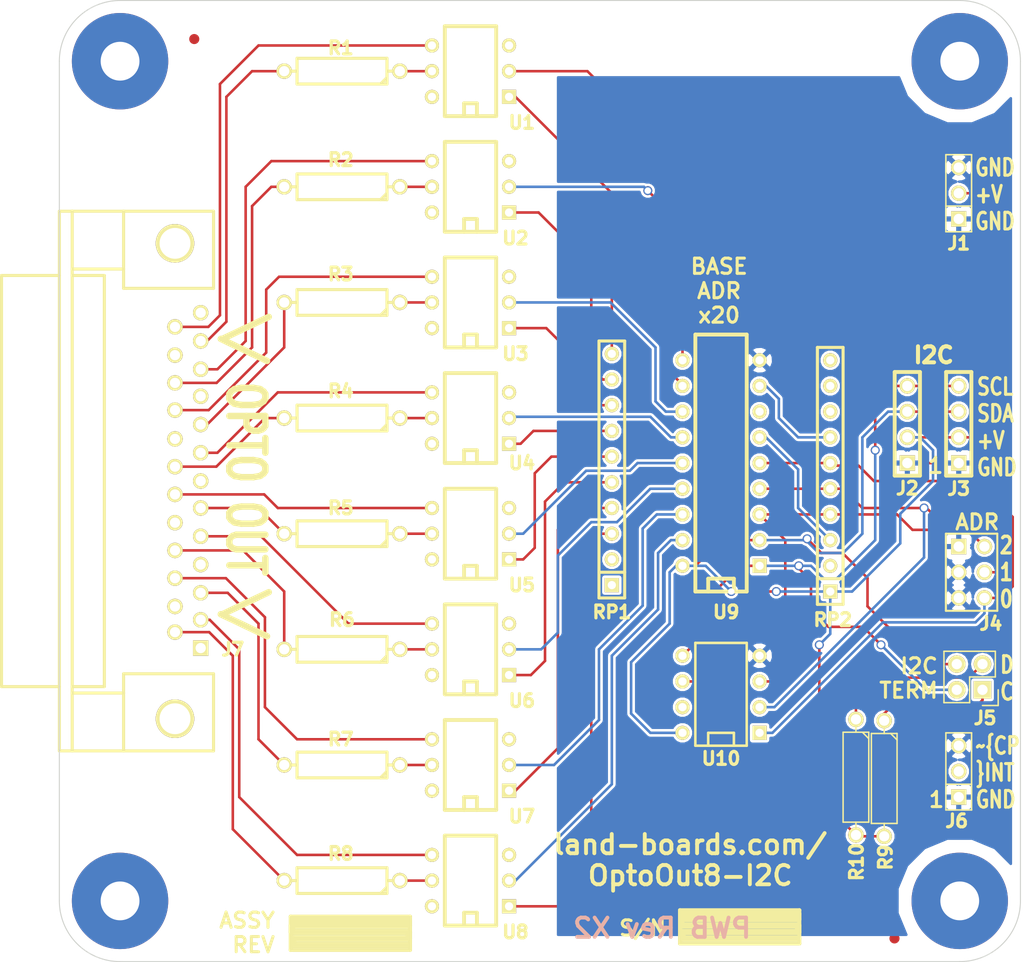
<source format=kicad_pcb>
(kicad_pcb (version 4) (host pcbnew "(after 2015-mar-04 BZR unknown)-product")

  (general
    (links 78)
    (no_connects 0)
    (area -6.070601 -11.849999 116.999999 95.83895)
    (thickness 1.6)
    (drawings 28)
    (tracks 290)
    (zones 0)
    (modules 37)
    (nets 52)
  )

  (page B)
  (title_block
    (title "8-Channel Opto-Isolated Output I2C")
    (rev X1)
    (company land-boards.com)
  )

  (layers
    (0 F.Cu signal)
    (31 B.Cu signal)
    (36 B.SilkS user hide)
    (37 F.SilkS user)
    (38 B.Mask user)
    (39 F.Mask user hide)
    (42 Eco1.User user hide)
    (44 Edge.Cuts user)
  )

  (setup
    (last_trace_width 0.254)
    (trace_clearance 0.2032)
    (zone_clearance 0.254)
    (zone_45_only no)
    (trace_min 0.254)
    (segment_width 0.2)
    (edge_width 0.1)
    (via_size 0.889)
    (via_drill 0.635)
    (via_min_size 0.889)
    (via_min_drill 0.508)
    (uvia_size 0.508)
    (uvia_drill 0.127)
    (uvias_allowed no)
    (uvia_min_size 0.508)
    (uvia_min_drill 0.127)
    (pcb_text_width 0.3)
    (pcb_text_size 1.5 1.5)
    (mod_edge_width 0.15)
    (mod_text_size 1.27 1.27)
    (mod_text_width 0.3175)
    (pad_size 1 1)
    (pad_drill 0)
    (pad_to_mask_clearance 0)
    (aux_axis_origin 0 0)
    (visible_elements 7FFFFF3F)
    (pcbplotparams
      (layerselection 0x010f0_80000001)
      (usegerberextensions true)
      (excludeedgelayer true)
      (linewidth 0.150000)
      (plotframeref false)
      (viasonmask false)
      (mode 1)
      (useauxorigin false)
      (hpglpennumber 1)
      (hpglpenspeed 20)
      (hpglpendiameter 15)
      (hpglpenoverlay 2)
      (psnegative false)
      (psa4output false)
      (plotreference true)
      (plotvalue true)
      (plotinvisibletext false)
      (padsonsilk false)
      (subtractmaskfromsilk false)
      (outputformat 1)
      (mirror false)
      (drillshape 0)
      (scaleselection 1)
      (outputdirectory plots/))
  )

  (net 0 "")
  (net 1 /A0)
  (net 2 /A1)
  (net 3 /A2)
  (net 4 /SCL)
  (net 5 /SDA)
  (net 6 /VCC)
  (net 7 GND)
  (net 8 /OPTO0-PLUS)
  (net 9 "Net-(R1-Pad1)")
  (net 10 "Net-(R2-Pad1)")
  (net 11 "Net-(R3-Pad1)")
  (net 12 "Net-(R4-Pad1)")
  (net 13 "Net-(R5-Pad1)")
  (net 14 "Net-(R6-Pad1)")
  (net 15 "Net-(R7-Pad1)")
  (net 16 "Net-(R8-Pad1)")
  (net 17 "Net-(RP1-Pad3)")
  (net 18 "Net-(RP1-Pad4)")
  (net 19 "Net-(RP1-Pad5)")
  (net 20 "Net-(RP1-Pad6)")
  (net 21 "Net-(RP1-Pad7)")
  (net 22 "Net-(RP1-Pad8)")
  (net 23 "Net-(RP1-Pad9)")
  (net 24 "Net-(RP1-Pad10)")
  (net 25 "Net-(RP2-Pad3)")
  (net 26 "Net-(RP2-Pad7)")
  (net 27 "Net-(U1-Pad2)")
  (net 28 "Net-(U2-Pad2)")
  (net 29 "Net-(U3-Pad2)")
  (net 30 "Net-(U4-Pad2)")
  (net 31 "Net-(U5-Pad2)")
  (net 32 "Net-(U6-Pad2)")
  (net 33 "Net-(U7-Pad2)")
  (net 34 "Net-(U8-Pad2)")
  (net 35 "Net-(J5-Pad1)")
  (net 36 "Net-(J5-Pad3)")
  (net 37 "Net-(J7-Pad2)")
  (net 38 "Net-(J7-Pad3)")
  (net 39 "Net-(J7-Pad5)")
  (net 40 "Net-(J7-Pad6)")
  (net 41 "Net-(J7-Pad8)")
  (net 42 "Net-(J7-Pad9)")
  (net 43 "Net-(J7-Pad11)")
  (net 44 "Net-(J7-Pad14)")
  (net 45 "Net-(J7-Pad16)")
  (net 46 "Net-(J7-Pad17)")
  (net 47 "Net-(J7-Pad19)")
  (net 48 "Net-(J7-Pad20)")
  (net 49 "Net-(J7-Pad22)")
  (net 50 "Net-(J7-Pad23)")
  (net 51 "Net-(J7-Pad25)")

  (net_class Default "This is the default net class."
    (clearance 0.2032)
    (trace_width 0.254)
    (via_dia 0.889)
    (via_drill 0.635)
    (uvia_dia 0.508)
    (uvia_drill 0.127)
    (add_net /A0)
    (add_net /A1)
    (add_net /A2)
    (add_net /OPTO0-PLUS)
    (add_net /SCL)
    (add_net /SDA)
    (add_net /VCC)
    (add_net GND)
    (add_net "Net-(J5-Pad1)")
    (add_net "Net-(J5-Pad3)")
    (add_net "Net-(J7-Pad11)")
    (add_net "Net-(J7-Pad14)")
    (add_net "Net-(J7-Pad16)")
    (add_net "Net-(J7-Pad17)")
    (add_net "Net-(J7-Pad19)")
    (add_net "Net-(J7-Pad2)")
    (add_net "Net-(J7-Pad20)")
    (add_net "Net-(J7-Pad22)")
    (add_net "Net-(J7-Pad23)")
    (add_net "Net-(J7-Pad25)")
    (add_net "Net-(J7-Pad3)")
    (add_net "Net-(J7-Pad5)")
    (add_net "Net-(J7-Pad6)")
    (add_net "Net-(J7-Pad8)")
    (add_net "Net-(J7-Pad9)")
    (add_net "Net-(R1-Pad1)")
    (add_net "Net-(R2-Pad1)")
    (add_net "Net-(R3-Pad1)")
    (add_net "Net-(R4-Pad1)")
    (add_net "Net-(R5-Pad1)")
    (add_net "Net-(R6-Pad1)")
    (add_net "Net-(R7-Pad1)")
    (add_net "Net-(R8-Pad1)")
    (add_net "Net-(RP1-Pad10)")
    (add_net "Net-(RP1-Pad3)")
    (add_net "Net-(RP1-Pad4)")
    (add_net "Net-(RP1-Pad5)")
    (add_net "Net-(RP1-Pad6)")
    (add_net "Net-(RP1-Pad7)")
    (add_net "Net-(RP1-Pad8)")
    (add_net "Net-(RP1-Pad9)")
    (add_net "Net-(RP2-Pad3)")
    (add_net "Net-(RP2-Pad7)")
    (add_net "Net-(U1-Pad2)")
    (add_net "Net-(U2-Pad2)")
    (add_net "Net-(U3-Pad2)")
    (add_net "Net-(U4-Pad2)")
    (add_net "Net-(U5-Pad2)")
    (add_net "Net-(U6-Pad2)")
    (add_net "Net-(U7-Pad2)")
    (add_net "Net-(U8-Pad2)")
  )

  (module REV_BLOCK (layer F.Cu) (tedit 50F8397A) (tstamp 537DED74)
    (at 67.691 91.44 180)
    (path /537A64A5)
    (fp_text reference ST1 (at 0.508 3.429 180) (layer F.SilkS) hide
      (effects (font (size 1.27 1.27) (thickness 0.3175)))
    )
    (fp_text value CONN_1 (at 1.143 5.715 180) (layer F.SilkS) hide
      (effects (font (thickness 0.3048)))
    )
    (fp_line (start -5.334 -1.27) (end 6.096 -1.27) (layer F.SilkS) (width 0.635))
    (fp_line (start 6.096 -1.27) (end 6.096 -0.635) (layer F.SilkS) (width 0.635))
    (fp_line (start 6.096 -0.635) (end -5.334 -0.635) (layer F.SilkS) (width 0.635))
    (fp_line (start -5.334 -0.635) (end -5.334 0) (layer F.SilkS) (width 0.635))
    (fp_line (start -5.334 0) (end 6.223 0) (layer F.SilkS) (width 0.635))
    (fp_line (start 6.223 0) (end 6.223 0.635) (layer F.SilkS) (width 0.635))
    (fp_line (start 6.223 0.635) (end -5.334 0.635) (layer F.SilkS) (width 0.635))
    (fp_line (start -5.334 0.635) (end -5.334 1.143) (layer F.SilkS) (width 0.635))
    (fp_line (start -5.334 1.143) (end 6.096 1.143) (layer F.SilkS) (width 0.635))
    (fp_line (start 6.35 -1.778) (end -5.461 -1.778) (layer F.SilkS) (width 0.381))
    (fp_line (start -5.461 -1.778) (end -5.461 1.524) (layer F.SilkS) (width 0.381))
    (fp_line (start -5.461 1.524) (end 6.35 1.524) (layer F.SilkS) (width 0.381))
    (fp_line (start 6.35 1.524) (end 6.35 -1.778) (layer F.SilkS) (width 0.381))
  )

  (module R4-5 (layer F.Cu) (tedit 53962019) (tstamp 537A5141)
    (at 27.94 6.985 180)
    (path /537A5AA0)
    (fp_text reference R1 (at 0.127 2.286 180) (layer F.SilkS)
      (effects (font (size 1.27 1.27) (thickness 0.3175)))
    )
    (fp_text value R (at 0 0 180) (layer F.SilkS) hide
      (effects (font (size 1.524 1.016) (thickness 0.3048)))
    )
    (fp_line (start -4.445 -1.27) (end -4.445 1.27) (layer F.SilkS) (width 0.3048))
    (fp_line (start -4.445 1.27) (end 4.445 1.27) (layer F.SilkS) (width 0.3048))
    (fp_line (start 4.445 1.27) (end 4.445 -1.27) (layer F.SilkS) (width 0.3048))
    (fp_line (start 4.445 -1.27) (end -4.445 -1.27) (layer F.SilkS) (width 0.3048))
    (fp_line (start -4.445 -0.635) (end -3.81 -1.27) (layer F.SilkS) (width 0.3048))
    (fp_line (start -4.445 0) (end -5.715 0) (layer F.SilkS) (width 0.3048))
    (fp_line (start 4.445 0) (end 5.715 0) (layer F.SilkS) (width 0.3048))
    (pad 1 thru_hole circle (at -5.715 0 180) (size 1.524 1.524) (drill 1.016) (layers *.Cu *.Mask F.SilkS)
      (net 9 "Net-(R1-Pad1)"))
    (pad 2 thru_hole circle (at 5.715 0 180) (size 1.524 1.524) (drill 1.016) (layers *.Cu *.Mask F.SilkS)
      (net 8 /OPTO0-PLUS))
    (model discret/resistor.wrl
      (at (xyz 0 0 0))
      (scale (xyz 0.45 0.45 0.45))
      (rotate (xyz 0 0 0))
    )
  )

  (module R4-5 (layer F.Cu) (tedit 5396201C) (tstamp 537A514E)
    (at 27.94 18.415 180)
    (path /537A5A97)
    (fp_text reference R2 (at 0.127 2.667 180) (layer F.SilkS)
      (effects (font (size 1.27 1.27) (thickness 0.3175)))
    )
    (fp_text value R (at 0 0 180) (layer F.SilkS) hide
      (effects (font (size 1.524 1.016) (thickness 0.3048)))
    )
    (fp_line (start -4.445 -1.27) (end -4.445 1.27) (layer F.SilkS) (width 0.3048))
    (fp_line (start -4.445 1.27) (end 4.445 1.27) (layer F.SilkS) (width 0.3048))
    (fp_line (start 4.445 1.27) (end 4.445 -1.27) (layer F.SilkS) (width 0.3048))
    (fp_line (start 4.445 -1.27) (end -4.445 -1.27) (layer F.SilkS) (width 0.3048))
    (fp_line (start -4.445 -0.635) (end -3.81 -1.27) (layer F.SilkS) (width 0.3048))
    (fp_line (start -4.445 0) (end -5.715 0) (layer F.SilkS) (width 0.3048))
    (fp_line (start 4.445 0) (end 5.715 0) (layer F.SilkS) (width 0.3048))
    (pad 1 thru_hole circle (at -5.715 0 180) (size 1.524 1.524) (drill 1.016) (layers *.Cu *.Mask F.SilkS)
      (net 10 "Net-(R2-Pad1)"))
    (pad 2 thru_hole circle (at 5.715 0 180) (size 1.524 1.524) (drill 1.016) (layers *.Cu *.Mask F.SilkS)
      (net 50 "Net-(J7-Pad23)"))
    (model discret/resistor.wrl
      (at (xyz 0 0 0))
      (scale (xyz 0.45 0.45 0.45))
      (rotate (xyz 0 0 0))
    )
  )

  (module R4-5 (layer F.Cu) (tedit 5396201F) (tstamp 537A515B)
    (at 27.94 29.845 180)
    (path /537A574F)
    (fp_text reference R3 (at 0.127 2.794 180) (layer F.SilkS)
      (effects (font (size 1.27 1.27) (thickness 0.3175)))
    )
    (fp_text value R (at 0 0 180) (layer F.SilkS) hide
      (effects (font (size 1.524 1.016) (thickness 0.3048)))
    )
    (fp_line (start -4.445 -1.27) (end -4.445 1.27) (layer F.SilkS) (width 0.3048))
    (fp_line (start -4.445 1.27) (end 4.445 1.27) (layer F.SilkS) (width 0.3048))
    (fp_line (start 4.445 1.27) (end 4.445 -1.27) (layer F.SilkS) (width 0.3048))
    (fp_line (start 4.445 -1.27) (end -4.445 -1.27) (layer F.SilkS) (width 0.3048))
    (fp_line (start -4.445 -0.635) (end -3.81 -1.27) (layer F.SilkS) (width 0.3048))
    (fp_line (start -4.445 0) (end -5.715 0) (layer F.SilkS) (width 0.3048))
    (fp_line (start 4.445 0) (end 5.715 0) (layer F.SilkS) (width 0.3048))
    (pad 1 thru_hole circle (at -5.715 0 180) (size 1.524 1.524) (drill 1.016) (layers *.Cu *.Mask F.SilkS)
      (net 11 "Net-(R3-Pad1)"))
    (pad 2 thru_hole circle (at 5.715 0 180) (size 1.524 1.524) (drill 1.016) (layers *.Cu *.Mask F.SilkS)
      (net 42 "Net-(J7-Pad9)"))
    (model discret/resistor.wrl
      (at (xyz 0 0 0))
      (scale (xyz 0.45 0.45 0.45))
      (rotate (xyz 0 0 0))
    )
  )

  (module R4-5 (layer F.Cu) (tedit 53962022) (tstamp 537A5168)
    (at 27.94 41.275 180)
    (path /537A5669)
    (fp_text reference R4 (at 0.127 2.667 180) (layer F.SilkS)
      (effects (font (size 1.27 1.27) (thickness 0.3175)))
    )
    (fp_text value R (at 0 0 180) (layer F.SilkS) hide
      (effects (font (size 1.524 1.016) (thickness 0.3048)))
    )
    (fp_line (start -4.445 -1.27) (end -4.445 1.27) (layer F.SilkS) (width 0.3048))
    (fp_line (start -4.445 1.27) (end 4.445 1.27) (layer F.SilkS) (width 0.3048))
    (fp_line (start 4.445 1.27) (end 4.445 -1.27) (layer F.SilkS) (width 0.3048))
    (fp_line (start 4.445 -1.27) (end -4.445 -1.27) (layer F.SilkS) (width 0.3048))
    (fp_line (start -4.445 -0.635) (end -3.81 -1.27) (layer F.SilkS) (width 0.3048))
    (fp_line (start -4.445 0) (end -5.715 0) (layer F.SilkS) (width 0.3048))
    (fp_line (start 4.445 0) (end 5.715 0) (layer F.SilkS) (width 0.3048))
    (pad 1 thru_hole circle (at -5.715 0 180) (size 1.524 1.524) (drill 1.016) (layers *.Cu *.Mask F.SilkS)
      (net 12 "Net-(R4-Pad1)"))
    (pad 2 thru_hole circle (at 5.715 0 180) (size 1.524 1.524) (drill 1.016) (layers *.Cu *.Mask F.SilkS)
      (net 48 "Net-(J7-Pad20)"))
    (model discret/resistor.wrl
      (at (xyz 0 0 0))
      (scale (xyz 0.45 0.45 0.45))
      (rotate (xyz 0 0 0))
    )
  )

  (module R4-5 (layer F.Cu) (tedit 53962025) (tstamp 537A5175)
    (at 27.94 52.705 180)
    (path /537A54AD)
    (fp_text reference R5 (at 0.127 2.54 180) (layer F.SilkS)
      (effects (font (size 1.27 1.27) (thickness 0.3175)))
    )
    (fp_text value R (at 0 0 180) (layer F.SilkS) hide
      (effects (font (size 1.524 1.016) (thickness 0.3048)))
    )
    (fp_line (start -4.445 -1.27) (end -4.445 1.27) (layer F.SilkS) (width 0.3048))
    (fp_line (start -4.445 1.27) (end 4.445 1.27) (layer F.SilkS) (width 0.3048))
    (fp_line (start 4.445 1.27) (end 4.445 -1.27) (layer F.SilkS) (width 0.3048))
    (fp_line (start 4.445 -1.27) (end -4.445 -1.27) (layer F.SilkS) (width 0.3048))
    (fp_line (start -4.445 -0.635) (end -3.81 -1.27) (layer F.SilkS) (width 0.3048))
    (fp_line (start -4.445 0) (end -5.715 0) (layer F.SilkS) (width 0.3048))
    (fp_line (start 4.445 0) (end 5.715 0) (layer F.SilkS) (width 0.3048))
    (pad 1 thru_hole circle (at -5.715 0 180) (size 1.524 1.524) (drill 1.016) (layers *.Cu *.Mask F.SilkS)
      (net 13 "Net-(R5-Pad1)"))
    (pad 2 thru_hole circle (at 5.715 0 180) (size 1.524 1.524) (drill 1.016) (layers *.Cu *.Mask F.SilkS)
      (net 40 "Net-(J7-Pad6)"))
    (model discret/resistor.wrl
      (at (xyz 0 0 0))
      (scale (xyz 0.45 0.45 0.45))
      (rotate (xyz 0 0 0))
    )
  )

  (module R4-5 (layer F.Cu) (tedit 53962028) (tstamp 537A5182)
    (at 27.94 64.135 180)
    (path /537A5263)
    (fp_text reference R6 (at 0 2.921 180) (layer F.SilkS)
      (effects (font (size 1.27 1.27) (thickness 0.3175)))
    )
    (fp_text value R (at 0 0 180) (layer F.SilkS) hide
      (effects (font (size 1.524 1.016) (thickness 0.3048)))
    )
    (fp_line (start -4.445 -1.27) (end -4.445 1.27) (layer F.SilkS) (width 0.3048))
    (fp_line (start -4.445 1.27) (end 4.445 1.27) (layer F.SilkS) (width 0.3048))
    (fp_line (start 4.445 1.27) (end 4.445 -1.27) (layer F.SilkS) (width 0.3048))
    (fp_line (start 4.445 -1.27) (end -4.445 -1.27) (layer F.SilkS) (width 0.3048))
    (fp_line (start -4.445 -0.635) (end -3.81 -1.27) (layer F.SilkS) (width 0.3048))
    (fp_line (start -4.445 0) (end -5.715 0) (layer F.SilkS) (width 0.3048))
    (fp_line (start 4.445 0) (end 5.715 0) (layer F.SilkS) (width 0.3048))
    (pad 1 thru_hole circle (at -5.715 0 180) (size 1.524 1.524) (drill 1.016) (layers *.Cu *.Mask F.SilkS)
      (net 14 "Net-(R6-Pad1)"))
    (pad 2 thru_hole circle (at 5.715 0 180) (size 1.524 1.524) (drill 1.016) (layers *.Cu *.Mask F.SilkS)
      (net 46 "Net-(J7-Pad17)"))
    (model discret/resistor.wrl
      (at (xyz 0 0 0))
      (scale (xyz 0.45 0.45 0.45))
      (rotate (xyz 0 0 0))
    )
  )

  (module R4-5 (layer F.Cu) (tedit 5396202F) (tstamp 537A518F)
    (at 27.94 86.995 180)
    (path /537A5195)
    (fp_text reference R8 (at 0.127 2.667 180) (layer F.SilkS)
      (effects (font (size 1.27 1.27) (thickness 0.3175)))
    )
    (fp_text value R (at 0 0 180) (layer F.SilkS) hide
      (effects (font (size 1.524 1.016) (thickness 0.3048)))
    )
    (fp_line (start -4.445 -1.27) (end -4.445 1.27) (layer F.SilkS) (width 0.3048))
    (fp_line (start -4.445 1.27) (end 4.445 1.27) (layer F.SilkS) (width 0.3048))
    (fp_line (start 4.445 1.27) (end 4.445 -1.27) (layer F.SilkS) (width 0.3048))
    (fp_line (start 4.445 -1.27) (end -4.445 -1.27) (layer F.SilkS) (width 0.3048))
    (fp_line (start -4.445 -0.635) (end -3.81 -1.27) (layer F.SilkS) (width 0.3048))
    (fp_line (start -4.445 0) (end -5.715 0) (layer F.SilkS) (width 0.3048))
    (fp_line (start 4.445 0) (end 5.715 0) (layer F.SilkS) (width 0.3048))
    (pad 1 thru_hole circle (at -5.715 0 180) (size 1.524 1.524) (drill 1.016) (layers *.Cu *.Mask F.SilkS)
      (net 16 "Net-(R8-Pad1)"))
    (pad 2 thru_hole circle (at 5.715 0 180) (size 1.524 1.524) (drill 1.016) (layers *.Cu *.Mask F.SilkS)
      (net 44 "Net-(J7-Pad14)"))
    (model discret/resistor.wrl
      (at (xyz 0 0 0))
      (scale (xyz 0.45 0.45 0.45))
      (rotate (xyz 0 0 0))
    )
  )

  (module R4-5 (layer F.Cu) (tedit 5396202A) (tstamp 537A519C)
    (at 27.94 75.565 180)
    (path /537A50C8)
    (fp_text reference R7 (at 0.127 2.54 180) (layer F.SilkS)
      (effects (font (size 1.27 1.27) (thickness 0.3175)))
    )
    (fp_text value R (at 0 0 180) (layer F.SilkS) hide
      (effects (font (size 1.524 1.016) (thickness 0.3048)))
    )
    (fp_line (start -4.445 -1.27) (end -4.445 1.27) (layer F.SilkS) (width 0.3048))
    (fp_line (start -4.445 1.27) (end 4.445 1.27) (layer F.SilkS) (width 0.3048))
    (fp_line (start 4.445 1.27) (end 4.445 -1.27) (layer F.SilkS) (width 0.3048))
    (fp_line (start 4.445 -1.27) (end -4.445 -1.27) (layer F.SilkS) (width 0.3048))
    (fp_line (start -4.445 -0.635) (end -3.81 -1.27) (layer F.SilkS) (width 0.3048))
    (fp_line (start -4.445 0) (end -5.715 0) (layer F.SilkS) (width 0.3048))
    (fp_line (start 4.445 0) (end 5.715 0) (layer F.SilkS) (width 0.3048))
    (pad 1 thru_hole circle (at -5.715 0 180) (size 1.524 1.524) (drill 1.016) (layers *.Cu *.Mask F.SilkS)
      (net 15 "Net-(R7-Pad1)"))
    (pad 2 thru_hole circle (at 5.715 0 180) (size 1.524 1.524) (drill 1.016) (layers *.Cu *.Mask F.SilkS)
      (net 38 "Net-(J7-Pad3)"))
    (model discret/resistor.wrl
      (at (xyz 0 0 0))
      (scale (xyz 0.45 0.45 0.45))
      (rotate (xyz 0 0 0))
    )
  )

  (module DIP-6__300 (layer F.Cu) (tedit 53908BB4) (tstamp 537A5208)
    (at 40.64 86.995 90)
    (descr "6 pins DIL package, round pads")
    (tags DIL)
    (path /537A4D39)
    (fp_text reference U8 (at -5.08 4.445 180) (layer F.SilkS)
      (effects (font (size 1.27 1.27) (thickness 0.3175)))
    )
    (fp_text value 4N26 (at 0 0 90) (layer F.SilkS) hide
      (effects (font (size 1.524 0.889) (thickness 0.2032)))
    )
    (fp_line (start -4.445 -2.54) (end 4.445 -2.54) (layer F.SilkS) (width 0.381))
    (fp_line (start 4.445 -2.54) (end 4.445 2.54) (layer F.SilkS) (width 0.381))
    (fp_line (start 4.445 2.54) (end -4.445 2.54) (layer F.SilkS) (width 0.381))
    (fp_line (start -4.445 2.54) (end -4.445 -2.54) (layer F.SilkS) (width 0.381))
    (fp_line (start -4.445 -0.635) (end -3.175 -0.635) (layer F.SilkS) (width 0.381))
    (fp_line (start -3.175 -0.635) (end -3.175 0.635) (layer F.SilkS) (width 0.381))
    (fp_line (start -3.175 0.635) (end -4.445 0.635) (layer F.SilkS) (width 0.381))
    (pad 1 thru_hole rect (at -2.54 3.81 90) (size 1.397 1.397) (drill 0.8128) (layers *.Cu *.Mask F.SilkS)
      (net 17 "Net-(RP1-Pad3)"))
    (pad 2 thru_hole circle (at 0 3.81 90) (size 1.397 1.397) (drill 0.8128) (layers *.Cu *.Mask F.SilkS)
      (net 34 "Net-(U8-Pad2)"))
    (pad 3 thru_hole circle (at 2.54 3.81 90) (size 1.397 1.397) (drill 0.8128) (layers *.Cu *.Mask F.SilkS))
    (pad 4 thru_hole circle (at 2.54 -3.81 90) (size 1.397 1.397) (drill 0.8128) (layers *.Cu *.Mask F.SilkS)
      (net 37 "Net-(J7-Pad2)"))
    (pad 5 thru_hole circle (at 0 -3.81 90) (size 1.397 1.397) (drill 0.8128) (layers *.Cu *.Mask F.SilkS)
      (net 16 "Net-(R8-Pad1)"))
    (pad 6 thru_hole circle (at -2.54 -3.81 90) (size 1.397 1.397) (drill 0.8128) (layers *.Cu *.Mask F.SilkS))
    (model dil/dil_6.wrl
      (at (xyz 0 0 0))
      (scale (xyz 1 1 1))
      (rotate (xyz 0 0 0))
    )
  )

  (module DIP-6__300 (layer F.Cu) (tedit 53908B95) (tstamp 537A5219)
    (at 40.64 6.985 90)
    (descr "6 pins DIL package, round pads")
    (tags DIL)
    (path /537A4DAC)
    (fp_text reference U1 (at -5.08 5.08 180) (layer F.SilkS)
      (effects (font (size 1.27 1.27) (thickness 0.3175)))
    )
    (fp_text value 4N26 (at 0 0 90) (layer F.SilkS) hide
      (effects (font (size 1.524 0.889) (thickness 0.2032)))
    )
    (fp_line (start -4.445 -2.54) (end 4.445 -2.54) (layer F.SilkS) (width 0.381))
    (fp_line (start 4.445 -2.54) (end 4.445 2.54) (layer F.SilkS) (width 0.381))
    (fp_line (start 4.445 2.54) (end -4.445 2.54) (layer F.SilkS) (width 0.381))
    (fp_line (start -4.445 2.54) (end -4.445 -2.54) (layer F.SilkS) (width 0.381))
    (fp_line (start -4.445 -0.635) (end -3.175 -0.635) (layer F.SilkS) (width 0.381))
    (fp_line (start -3.175 -0.635) (end -3.175 0.635) (layer F.SilkS) (width 0.381))
    (fp_line (start -3.175 0.635) (end -4.445 0.635) (layer F.SilkS) (width 0.381))
    (pad 1 thru_hole rect (at -2.54 3.81 90) (size 1.397 1.397) (drill 0.8128) (layers *.Cu *.Mask F.SilkS)
      (net 24 "Net-(RP1-Pad10)"))
    (pad 2 thru_hole circle (at 0 3.81 90) (size 1.397 1.397) (drill 0.8128) (layers *.Cu *.Mask F.SilkS)
      (net 27 "Net-(U1-Pad2)"))
    (pad 3 thru_hole circle (at 2.54 3.81 90) (size 1.397 1.397) (drill 0.8128) (layers *.Cu *.Mask F.SilkS))
    (pad 4 thru_hole circle (at 2.54 -3.81 90) (size 1.397 1.397) (drill 0.8128) (layers *.Cu *.Mask F.SilkS)
      (net 51 "Net-(J7-Pad25)"))
    (pad 5 thru_hole circle (at 0 -3.81 90) (size 1.397 1.397) (drill 0.8128) (layers *.Cu *.Mask F.SilkS)
      (net 9 "Net-(R1-Pad1)"))
    (pad 6 thru_hole circle (at -2.54 -3.81 90) (size 1.397 1.397) (drill 0.8128) (layers *.Cu *.Mask F.SilkS))
    (model dil/dil_6.wrl
      (at (xyz 0 0 0))
      (scale (xyz 1 1 1))
      (rotate (xyz 0 0 0))
    )
  )

  (module DIP-6__300 (layer F.Cu) (tedit 53908B9A) (tstamp 537A522A)
    (at 40.64 18.415 90)
    (descr "6 pins DIL package, round pads")
    (tags DIL)
    (path /537A4D9D)
    (fp_text reference U2 (at -5.08 4.445 180) (layer F.SilkS)
      (effects (font (size 1.27 1.27) (thickness 0.3175)))
    )
    (fp_text value 4N26 (at 0 0 90) (layer F.SilkS) hide
      (effects (font (size 1.524 0.889) (thickness 0.2032)))
    )
    (fp_line (start -4.445 -2.54) (end 4.445 -2.54) (layer F.SilkS) (width 0.381))
    (fp_line (start 4.445 -2.54) (end 4.445 2.54) (layer F.SilkS) (width 0.381))
    (fp_line (start 4.445 2.54) (end -4.445 2.54) (layer F.SilkS) (width 0.381))
    (fp_line (start -4.445 2.54) (end -4.445 -2.54) (layer F.SilkS) (width 0.381))
    (fp_line (start -4.445 -0.635) (end -3.175 -0.635) (layer F.SilkS) (width 0.381))
    (fp_line (start -3.175 -0.635) (end -3.175 0.635) (layer F.SilkS) (width 0.381))
    (fp_line (start -3.175 0.635) (end -4.445 0.635) (layer F.SilkS) (width 0.381))
    (pad 1 thru_hole rect (at -2.54 3.81 90) (size 1.397 1.397) (drill 0.8128) (layers *.Cu *.Mask F.SilkS)
      (net 23 "Net-(RP1-Pad9)"))
    (pad 2 thru_hole circle (at 0 3.81 90) (size 1.397 1.397) (drill 0.8128) (layers *.Cu *.Mask F.SilkS)
      (net 28 "Net-(U2-Pad2)"))
    (pad 3 thru_hole circle (at 2.54 3.81 90) (size 1.397 1.397) (drill 0.8128) (layers *.Cu *.Mask F.SilkS))
    (pad 4 thru_hole circle (at 2.54 -3.81 90) (size 1.397 1.397) (drill 0.8128) (layers *.Cu *.Mask F.SilkS)
      (net 43 "Net-(J7-Pad11)"))
    (pad 5 thru_hole circle (at 0 -3.81 90) (size 1.397 1.397) (drill 0.8128) (layers *.Cu *.Mask F.SilkS)
      (net 10 "Net-(R2-Pad1)"))
    (pad 6 thru_hole circle (at -2.54 -3.81 90) (size 1.397 1.397) (drill 0.8128) (layers *.Cu *.Mask F.SilkS))
    (model dil/dil_6.wrl
      (at (xyz 0 0 0))
      (scale (xyz 1 1 1))
      (rotate (xyz 0 0 0))
    )
  )

  (module DIP-6__300 (layer F.Cu) (tedit 53908B9F) (tstamp 537A523B)
    (at 40.64 29.845 90)
    (descr "6 pins DIL package, round pads")
    (tags DIL)
    (path /537A4D8E)
    (fp_text reference U3 (at -5.08 4.445 180) (layer F.SilkS)
      (effects (font (size 1.27 1.27) (thickness 0.3175)))
    )
    (fp_text value 4N26 (at 0 0 90) (layer F.SilkS) hide
      (effects (font (size 1.524 0.889) (thickness 0.2032)))
    )
    (fp_line (start -4.445 -2.54) (end 4.445 -2.54) (layer F.SilkS) (width 0.381))
    (fp_line (start 4.445 -2.54) (end 4.445 2.54) (layer F.SilkS) (width 0.381))
    (fp_line (start 4.445 2.54) (end -4.445 2.54) (layer F.SilkS) (width 0.381))
    (fp_line (start -4.445 2.54) (end -4.445 -2.54) (layer F.SilkS) (width 0.381))
    (fp_line (start -4.445 -0.635) (end -3.175 -0.635) (layer F.SilkS) (width 0.381))
    (fp_line (start -3.175 -0.635) (end -3.175 0.635) (layer F.SilkS) (width 0.381))
    (fp_line (start -3.175 0.635) (end -4.445 0.635) (layer F.SilkS) (width 0.381))
    (pad 1 thru_hole rect (at -2.54 3.81 90) (size 1.397 1.397) (drill 0.8128) (layers *.Cu *.Mask F.SilkS)
      (net 22 "Net-(RP1-Pad8)"))
    (pad 2 thru_hole circle (at 0 3.81 90) (size 1.397 1.397) (drill 0.8128) (layers *.Cu *.Mask F.SilkS)
      (net 29 "Net-(U3-Pad2)"))
    (pad 3 thru_hole circle (at 2.54 3.81 90) (size 1.397 1.397) (drill 0.8128) (layers *.Cu *.Mask F.SilkS))
    (pad 4 thru_hole circle (at 2.54 -3.81 90) (size 1.397 1.397) (drill 0.8128) (layers *.Cu *.Mask F.SilkS)
      (net 49 "Net-(J7-Pad22)"))
    (pad 5 thru_hole circle (at 0 -3.81 90) (size 1.397 1.397) (drill 0.8128) (layers *.Cu *.Mask F.SilkS)
      (net 11 "Net-(R3-Pad1)"))
    (pad 6 thru_hole circle (at -2.54 -3.81 90) (size 1.397 1.397) (drill 0.8128) (layers *.Cu *.Mask F.SilkS))
    (model dil/dil_6.wrl
      (at (xyz 0 0 0))
      (scale (xyz 1 1 1))
      (rotate (xyz 0 0 0))
    )
  )

  (module DIP-6__300 (layer F.Cu) (tedit 53908BA3) (tstamp 537A524C)
    (at 40.64 41.275 90)
    (descr "6 pins DIL package, round pads")
    (tags DIL)
    (path /537A4D75)
    (fp_text reference U4 (at -4.445 5.08 180) (layer F.SilkS)
      (effects (font (size 1.27 1.27) (thickness 0.3175)))
    )
    (fp_text value 4N26 (at 0 0 90) (layer F.SilkS) hide
      (effects (font (size 1.524 0.889) (thickness 0.2032)))
    )
    (fp_line (start -4.445 -2.54) (end 4.445 -2.54) (layer F.SilkS) (width 0.381))
    (fp_line (start 4.445 -2.54) (end 4.445 2.54) (layer F.SilkS) (width 0.381))
    (fp_line (start 4.445 2.54) (end -4.445 2.54) (layer F.SilkS) (width 0.381))
    (fp_line (start -4.445 2.54) (end -4.445 -2.54) (layer F.SilkS) (width 0.381))
    (fp_line (start -4.445 -0.635) (end -3.175 -0.635) (layer F.SilkS) (width 0.381))
    (fp_line (start -3.175 -0.635) (end -3.175 0.635) (layer F.SilkS) (width 0.381))
    (fp_line (start -3.175 0.635) (end -4.445 0.635) (layer F.SilkS) (width 0.381))
    (pad 1 thru_hole rect (at -2.54 3.81 90) (size 1.397 1.397) (drill 0.8128) (layers *.Cu *.Mask F.SilkS)
      (net 21 "Net-(RP1-Pad7)"))
    (pad 2 thru_hole circle (at 0 3.81 90) (size 1.397 1.397) (drill 0.8128) (layers *.Cu *.Mask F.SilkS)
      (net 30 "Net-(U4-Pad2)"))
    (pad 3 thru_hole circle (at 2.54 3.81 90) (size 1.397 1.397) (drill 0.8128) (layers *.Cu *.Mask F.SilkS))
    (pad 4 thru_hole circle (at 2.54 -3.81 90) (size 1.397 1.397) (drill 0.8128) (layers *.Cu *.Mask F.SilkS)
      (net 41 "Net-(J7-Pad8)"))
    (pad 5 thru_hole circle (at 0 -3.81 90) (size 1.397 1.397) (drill 0.8128) (layers *.Cu *.Mask F.SilkS)
      (net 12 "Net-(R4-Pad1)"))
    (pad 6 thru_hole circle (at -2.54 -3.81 90) (size 1.397 1.397) (drill 0.8128) (layers *.Cu *.Mask F.SilkS))
    (model dil/dil_6.wrl
      (at (xyz 0 0 0))
      (scale (xyz 1 1 1))
      (rotate (xyz 0 0 0))
    )
  )

  (module DIP-6__300 (layer F.Cu) (tedit 53908BA6) (tstamp 537A525D)
    (at 40.64 52.705 90)
    (descr "6 pins DIL package, round pads")
    (tags DIL)
    (path /537A4D66)
    (fp_text reference U5 (at -5.08 5.08 180) (layer F.SilkS)
      (effects (font (size 1.27 1.27) (thickness 0.3175)))
    )
    (fp_text value 4N26 (at 0 0 90) (layer F.SilkS) hide
      (effects (font (size 1.524 0.889) (thickness 0.2032)))
    )
    (fp_line (start -4.445 -2.54) (end 4.445 -2.54) (layer F.SilkS) (width 0.381))
    (fp_line (start 4.445 -2.54) (end 4.445 2.54) (layer F.SilkS) (width 0.381))
    (fp_line (start 4.445 2.54) (end -4.445 2.54) (layer F.SilkS) (width 0.381))
    (fp_line (start -4.445 2.54) (end -4.445 -2.54) (layer F.SilkS) (width 0.381))
    (fp_line (start -4.445 -0.635) (end -3.175 -0.635) (layer F.SilkS) (width 0.381))
    (fp_line (start -3.175 -0.635) (end -3.175 0.635) (layer F.SilkS) (width 0.381))
    (fp_line (start -3.175 0.635) (end -4.445 0.635) (layer F.SilkS) (width 0.381))
    (pad 1 thru_hole rect (at -2.54 3.81 90) (size 1.397 1.397) (drill 0.8128) (layers *.Cu *.Mask F.SilkS)
      (net 20 "Net-(RP1-Pad6)"))
    (pad 2 thru_hole circle (at 0 3.81 90) (size 1.397 1.397) (drill 0.8128) (layers *.Cu *.Mask F.SilkS)
      (net 31 "Net-(U5-Pad2)"))
    (pad 3 thru_hole circle (at 2.54 3.81 90) (size 1.397 1.397) (drill 0.8128) (layers *.Cu *.Mask F.SilkS))
    (pad 4 thru_hole circle (at 2.54 -3.81 90) (size 1.397 1.397) (drill 0.8128) (layers *.Cu *.Mask F.SilkS)
      (net 47 "Net-(J7-Pad19)"))
    (pad 5 thru_hole circle (at 0 -3.81 90) (size 1.397 1.397) (drill 0.8128) (layers *.Cu *.Mask F.SilkS)
      (net 13 "Net-(R5-Pad1)"))
    (pad 6 thru_hole circle (at -2.54 -3.81 90) (size 1.397 1.397) (drill 0.8128) (layers *.Cu *.Mask F.SilkS))
    (model dil/dil_6.wrl
      (at (xyz 0 0 0))
      (scale (xyz 1 1 1))
      (rotate (xyz 0 0 0))
    )
  )

  (module DIP-6__300 (layer F.Cu) (tedit 53908BAB) (tstamp 537A526E)
    (at 40.64 64.135 90)
    (descr "6 pins DIL package, round pads")
    (tags DIL)
    (path /537A4D57)
    (fp_text reference U6 (at -5.08 5.08 180) (layer F.SilkS)
      (effects (font (size 1.27 1.27) (thickness 0.3175)))
    )
    (fp_text value 4N26 (at -0.41 0.16 90) (layer F.SilkS) hide
      (effects (font (size 1.524 0.889) (thickness 0.2032)))
    )
    (fp_line (start -4.445 -2.54) (end 4.445 -2.54) (layer F.SilkS) (width 0.381))
    (fp_line (start 4.445 -2.54) (end 4.445 2.54) (layer F.SilkS) (width 0.381))
    (fp_line (start 4.445 2.54) (end -4.445 2.54) (layer F.SilkS) (width 0.381))
    (fp_line (start -4.445 2.54) (end -4.445 -2.54) (layer F.SilkS) (width 0.381))
    (fp_line (start -4.445 -0.635) (end -3.175 -0.635) (layer F.SilkS) (width 0.381))
    (fp_line (start -3.175 -0.635) (end -3.175 0.635) (layer F.SilkS) (width 0.381))
    (fp_line (start -3.175 0.635) (end -4.445 0.635) (layer F.SilkS) (width 0.381))
    (pad 1 thru_hole rect (at -2.54 3.81 90) (size 1.397 1.397) (drill 0.8128) (layers *.Cu *.Mask F.SilkS)
      (net 19 "Net-(RP1-Pad5)"))
    (pad 2 thru_hole circle (at 0 3.81 90) (size 1.397 1.397) (drill 0.8128) (layers *.Cu *.Mask F.SilkS)
      (net 32 "Net-(U6-Pad2)"))
    (pad 3 thru_hole circle (at 2.54 3.81 90) (size 1.397 1.397) (drill 0.8128) (layers *.Cu *.Mask F.SilkS))
    (pad 4 thru_hole circle (at 2.54 -3.81 90) (size 1.397 1.397) (drill 0.8128) (layers *.Cu *.Mask F.SilkS)
      (net 39 "Net-(J7-Pad5)"))
    (pad 5 thru_hole circle (at 0 -3.81 90) (size 1.397 1.397) (drill 0.8128) (layers *.Cu *.Mask F.SilkS)
      (net 14 "Net-(R6-Pad1)"))
    (pad 6 thru_hole circle (at -2.54 -3.81 90) (size 1.397 1.397) (drill 0.8128) (layers *.Cu *.Mask F.SilkS))
    (model dil/dil_6.wrl
      (at (xyz 0 0 0))
      (scale (xyz 1 1 1))
      (rotate (xyz 0 0 0))
    )
  )

  (module DIP-6__300 (layer F.Cu) (tedit 53908BB0) (tstamp 537A527F)
    (at 40.64 75.565 90)
    (descr "6 pins DIL package, round pads")
    (tags DIL)
    (path /537A4D48)
    (fp_text reference U7 (at -5.08 5.08 180) (layer F.SilkS)
      (effects (font (size 1.27 1.27) (thickness 0.3175)))
    )
    (fp_text value 4N26 (at 0 0 90) (layer F.SilkS) hide
      (effects (font (size 1.524 0.889) (thickness 0.2032)))
    )
    (fp_line (start -4.445 -2.54) (end 4.445 -2.54) (layer F.SilkS) (width 0.381))
    (fp_line (start 4.445 -2.54) (end 4.445 2.54) (layer F.SilkS) (width 0.381))
    (fp_line (start 4.445 2.54) (end -4.445 2.54) (layer F.SilkS) (width 0.381))
    (fp_line (start -4.445 2.54) (end -4.445 -2.54) (layer F.SilkS) (width 0.381))
    (fp_line (start -4.445 -0.635) (end -3.175 -0.635) (layer F.SilkS) (width 0.381))
    (fp_line (start -3.175 -0.635) (end -3.175 0.635) (layer F.SilkS) (width 0.381))
    (fp_line (start -3.175 0.635) (end -4.445 0.635) (layer F.SilkS) (width 0.381))
    (pad 1 thru_hole rect (at -2.54 3.81 90) (size 1.397 1.397) (drill 0.8128) (layers *.Cu *.Mask F.SilkS)
      (net 18 "Net-(RP1-Pad4)"))
    (pad 2 thru_hole circle (at 0 3.81 90) (size 1.397 1.397) (drill 0.8128) (layers *.Cu *.Mask F.SilkS)
      (net 33 "Net-(U7-Pad2)"))
    (pad 3 thru_hole circle (at 2.54 3.81 90) (size 1.397 1.397) (drill 0.8128) (layers *.Cu *.Mask F.SilkS))
    (pad 4 thru_hole circle (at 2.54 -3.81 90) (size 1.397 1.397) (drill 0.8128) (layers *.Cu *.Mask F.SilkS)
      (net 45 "Net-(J7-Pad16)"))
    (pad 5 thru_hole circle (at 0 -3.81 90) (size 1.397 1.397) (drill 0.8128) (layers *.Cu *.Mask F.SilkS)
      (net 15 "Net-(R7-Pad1)"))
    (pad 6 thru_hole circle (at -2.54 -3.81 90) (size 1.397 1.397) (drill 0.8128) (layers *.Cu *.Mask F.SilkS))
    (model dil/dil_6.wrl
      (at (xyz 0 0 0))
      (scale (xyz 1 1 1))
      (rotate (xyz 0 0 0))
    )
  )

  (module MTG-6-32 locked (layer F.Cu) (tedit 50F820A8) (tstamp 537A5BDA)
    (at 6 6 180)
    (path /537A5C77)
    (fp_text reference MTG4 (at 0 -5.588 180) (layer F.SilkS) hide
      (effects (font (size 1.27 1.27) (thickness 0.3175)))
    )
    (fp_text value MTG_HOLE (at 0.254 5.842 180) (layer F.SilkS) hide
      (effects (font (thickness 0.3048)))
    )
    (pad 1 thru_hole circle (at 0 0 180) (size 9.525 9.525) (drill 3.8354) (layers *.Cu *.Mask))
  )

  (module MTG-6-32 locked (layer F.Cu) (tedit 537DEE3D) (tstamp 537A5BDF)
    (at 89 6 180)
    (path /537A5C86)
    (fp_text reference MTG3 (at 0 -5.588 180) (layer F.SilkS) hide
      (effects (font (size 1.27 1.27) (thickness 0.3175)))
    )
    (fp_text value MTG_HOLE (at 0.254 5.842 180) (layer F.SilkS) hide
      (effects (font (thickness 0.3048)))
    )
    (pad 1 thru_hole circle (at 0 0 180) (size 9.525 9.525) (drill 3.8354) (layers *.Cu *.Mask)
      (clearance 1.27))
  )

  (module MTG-6-32 locked (layer F.Cu) (tedit 50F820A8) (tstamp 537A5BE4)
    (at 6 89 180)
    (path /537A5C95)
    (fp_text reference MTG2 (at 0 -5.588 180) (layer F.SilkS) hide
      (effects (font (size 1.27 1.27) (thickness 0.3175)))
    )
    (fp_text value MTG_HOLE (at 0.254 5.842 180) (layer F.SilkS) hide
      (effects (font (thickness 0.3048)))
    )
    (pad 1 thru_hole circle (at 0 0 180) (size 9.525 9.525) (drill 3.8354) (layers *.Cu *.Mask))
  )

  (module MTG-6-32 locked (layer F.Cu) (tedit 537DEE28) (tstamp 537A5BE9)
    (at 89 89 180)
    (path /537A5CA4)
    (fp_text reference MTG1 (at 0 -5.588 180) (layer F.SilkS) hide
      (effects (font (size 1.27 1.27) (thickness 0.3175)))
    )
    (fp_text value MTG_HOLE (at 0.254 5.842 180) (layer F.SilkS) hide
      (effects (font (thickness 0.3048)))
    )
    (pad 1 thru_hole circle (at 0 0 180) (size 9.525 9.525) (drill 3.8354) (layers *.Cu *.Mask)
      (clearance 1.27))
  )

  (module FIDUCIAL (layer F.Cu) (tedit 518BF783) (tstamp 537A5EFD)
    (at 13.335 3.81 180)
    (path /537A5ED2)
    (fp_text reference FID2 (at 0 2.3495 180) (layer F.SilkS) hide
      (effects (font (size 1.27 1.27) (thickness 0.3175)))
    )
    (fp_text value ADAFRUIT_FIDUCIAL (at 0.127 -2.794 180) (layer F.SilkS) hide
      (effects (font (size 1.016 1.016) (thickness 0.2032)))
    )
    (pad 1 smd circle (at 0 0 180) (size 1 1) (layers F.Cu F.Mask)
      (solder_mask_margin 1) (clearance 1))
  )

  (module FIDUCIAL (layer F.Cu) (tedit 53961F54) (tstamp 537A5F02)
    (at 80.01 91.44 180)
    (path /537A5EE1)
    (fp_text reference FID1 (at 0 2.3495 180) (layer F.SilkS) hide
      (effects (font (size 1.27 1.27) (thickness 0.3175)))
    )
    (fp_text value ADAFRUIT_FIDUCIAL (at 0.127 -2.794 180) (layer F.SilkS) hide
      (effects (font (size 1.016 1.016) (thickness 0.2032)))
    )
    (pad 1 smd circle (at -2.54 -1.27 180) (size 1 1) (layers F.Cu F.Mask)
      (solder_mask_margin 1) (clearance 1))
  )

  (module REV_BLOCK (layer F.Cu) (tedit 539089E8) (tstamp 537A612F)
    (at 29.21 92.075 180)
    (path /539098AE)
    (fp_text reference ST2 (at 0.508 3.429 180) (layer F.SilkS) hide
      (effects (font (size 1.27 1.27) (thickness 0.3175)))
    )
    (fp_text value CONN_1 (at 1.143 5.715 180) (layer F.SilkS) hide
      (effects (font (thickness 0.3048)))
    )
    (fp_line (start -5.334 -1.27) (end 6.096 -1.27) (layer F.SilkS) (width 0.635))
    (fp_line (start 6.096 -1.27) (end 6.096 -0.635) (layer F.SilkS) (width 0.635))
    (fp_line (start 6.096 -0.635) (end -5.334 -0.635) (layer F.SilkS) (width 0.635))
    (fp_line (start -5.334 -0.635) (end -5.334 0) (layer F.SilkS) (width 0.635))
    (fp_line (start -5.334 0) (end 6.223 0) (layer F.SilkS) (width 0.635))
    (fp_line (start 6.223 0) (end 6.223 0.635) (layer F.SilkS) (width 0.635))
    (fp_line (start 6.223 0.635) (end -5.334 0.635) (layer F.SilkS) (width 0.635))
    (fp_line (start -5.334 0.635) (end -5.334 1.143) (layer F.SilkS) (width 0.635))
    (fp_line (start -5.334 1.143) (end 6.096 1.143) (layer F.SilkS) (width 0.635))
    (fp_line (start 6.35 -1.778) (end -5.461 -1.778) (layer F.SilkS) (width 0.381))
    (fp_line (start -5.461 -1.778) (end -5.461 1.524) (layer F.SilkS) (width 0.381))
    (fp_line (start -5.461 1.524) (end 6.35 1.524) (layer F.SilkS) (width 0.381))
    (fp_line (start 6.35 1.524) (end 6.35 -1.778) (layer F.SilkS) (width 0.381))
  )

  (module pin_array_4x1 (layer F.Cu) (tedit 5532DD98) (tstamp 537DE31F)
    (at 88.9 45.72)
    (descr "Double rangee de contacts 2 x 4 pins")
    (tags CONN)
    (path /537DE1FC)
    (fp_text reference J3 (at 0 2.54) (layer F.SilkS)
      (effects (font (size 1.27 1.27) (thickness 0.3175)))
    )
    (fp_text value CONN_4 (at 2.25044 -3.2512 90) (layer F.SilkS) hide
      (effects (font (size 1.016 1.016) (thickness 0.2032)))
    )
    (fp_line (start -1.24968 1.24968) (end -1.24968 -8.99922) (layer F.SilkS) (width 0.381))
    (fp_line (start -1.24968 -8.99922) (end 1.24968 -8.99922) (layer F.SilkS) (width 0.381))
    (fp_line (start -1.24968 1.24968) (end 1.24968 1.24968) (layer F.SilkS) (width 0.381))
    (fp_line (start 1.24968 1.24968) (end 1.24968 -8.99922) (layer F.SilkS) (width 0.381))
    (pad 1 thru_hole rect (at 0 0) (size 1.524 1.524) (drill 1.016) (layers *.Cu *.Mask F.SilkS)
      (net 7 GND))
    (pad 2 thru_hole circle (at 0 -2.54) (size 1.524 1.524) (drill 1.016) (layers *.Cu *.Mask F.SilkS)
      (net 6 /VCC))
    (pad 3 thru_hole circle (at 0 -5.08) (size 1.524 1.524) (drill 1.016) (layers *.Cu *.Mask F.SilkS)
      (net 5 /SDA))
    (pad 4 thru_hole circle (at 0 -7.62) (size 1.524 1.524) (drill 1.016) (layers *.Cu *.Mask F.SilkS)
      (net 4 /SCL))
    (model pin_array/pins_array_3x2.wrl
      (at (xyz 0 0 0))
      (scale (xyz 1 1 1))
      (rotate (xyz 0 0 0))
    )
  )

  (module pin_array_3x2 (layer F.Cu) (tedit 5532DDB2) (tstamp 5396175A)
    (at 90.17 56.515 270)
    (descr "Double rangee de contacts 2 x 4 pins")
    (tags CONN)
    (path /537D0D0A)
    (fp_text reference J4 (at 5.08 -1.905 360) (layer F.SilkS)
      (effects (font (size 1.27 1.27) (thickness 0.3175)))
    )
    (fp_text value CONN_3X2 (at 0 3.81 270) (layer F.SilkS) hide
      (effects (font (size 1.016 1.016) (thickness 0.2032)))
    )
    (fp_line (start 3.81 2.54) (end -3.81 2.54) (layer F.SilkS) (width 0.2032))
    (fp_line (start -3.81 -2.54) (end 3.81 -2.54) (layer F.SilkS) (width 0.2032))
    (fp_line (start 3.81 -2.54) (end 3.81 2.54) (layer F.SilkS) (width 0.2032))
    (fp_line (start -3.81 2.54) (end -3.81 -2.54) (layer F.SilkS) (width 0.2032))
    (pad 1 thru_hole rect (at -2.54 1.27 270) (size 1.524 1.524) (drill 1.016) (layers *.Cu *.Mask F.SilkS)
      (net 7 GND))
    (pad 2 thru_hole circle (at -2.54 -1.27 270) (size 1.524 1.524) (drill 1.016) (layers *.Cu *.Mask F.SilkS)
      (net 3 /A2))
    (pad 3 thru_hole circle (at 0 1.27 270) (size 1.524 1.524) (drill 1.016) (layers *.Cu *.Mask F.SilkS)
      (net 7 GND))
    (pad 4 thru_hole circle (at 0 -1.27 270) (size 1.524 1.524) (drill 1.016) (layers *.Cu *.Mask F.SilkS)
      (net 2 /A1))
    (pad 5 thru_hole circle (at 2.54 1.27 270) (size 1.524 1.524) (drill 1.016) (layers *.Cu *.Mask F.SilkS)
      (net 7 GND))
    (pad 6 thru_hole circle (at 2.54 -1.27 270) (size 1.524 1.524) (drill 1.016) (layers *.Cu *.Mask F.SilkS)
      (net 1 /A0))
    (model pin_array/pins_array_3x2.wrl
      (at (xyz 0 0 0))
      (scale (xyz 1 1 1))
      (rotate (xyz 0 0 0))
    )
  )

  (module DIP-18__300 (layer F.Cu) (tedit 537DE875) (tstamp 537DE34A)
    (at 65.405 45.72 90)
    (descr "8 pins DIL package, round pads")
    (path /537D0CB8)
    (fp_text reference U9 (at -14.732 0.508 180) (layer F.SilkS)
      (effects (font (size 1.27 1.27) (thickness 0.3175)))
    )
    (fp_text value MCP23008P (at 5.08 1.27 90) (layer F.SilkS) hide
      (effects (font (size 1.778 1.143) (thickness 0.28575)))
    )
    (fp_line (start -12.7 -1.27) (end -11.43 -1.27) (layer F.SilkS) (width 0.381))
    (fp_line (start -11.43 -1.27) (end -11.43 1.27) (layer F.SilkS) (width 0.381))
    (fp_line (start -11.43 1.27) (end -12.7 1.27) (layer F.SilkS) (width 0.381))
    (fp_line (start -12.7 -2.54) (end 12.7 -2.54) (layer F.SilkS) (width 0.381))
    (fp_line (start 12.7 -2.54) (end 12.7 2.54) (layer F.SilkS) (width 0.381))
    (fp_line (start 12.7 2.54) (end -12.7 2.54) (layer F.SilkS) (width 0.381))
    (fp_line (start -12.7 2.54) (end -12.7 -2.54) (layer F.SilkS) (width 0.381))
    (pad 1 thru_hole rect (at -10.16 3.81 90) (size 1.397 1.397) (drill 0.8128) (layers *.Cu *.Mask F.SilkS)
      (net 4 /SCL))
    (pad 2 thru_hole circle (at -7.62 3.81 90) (size 1.397 1.397) (drill 0.8128) (layers *.Cu *.Mask F.SilkS)
      (net 5 /SDA))
    (pad 3 thru_hole circle (at -5.08 3.81 90) (size 1.397 1.397) (drill 0.8128) (layers *.Cu *.Mask F.SilkS)
      (net 3 /A2))
    (pad 4 thru_hole circle (at -2.54 3.81 90) (size 1.397 1.397) (drill 0.8128) (layers *.Cu *.Mask F.SilkS)
      (net 2 /A1))
    (pad 5 thru_hole circle (at 0 3.81 90) (size 1.397 1.397) (drill 0.8128) (layers *.Cu *.Mask F.SilkS)
      (net 1 /A0))
    (pad 6 thru_hole circle (at 2.54 3.81 90) (size 1.397 1.397) (drill 0.8128) (layers *.Cu *.Mask F.SilkS)
      (net 25 "Net-(RP2-Pad3)"))
    (pad 7 thru_hole circle (at 5.08 3.81 90) (size 1.397 1.397) (drill 0.8128) (layers *.Cu *.Mask F.SilkS))
    (pad 8 thru_hole circle (at 7.62 3.81 90) (size 1.397 1.397) (drill 0.8128) (layers *.Cu *.Mask F.SilkS)
      (net 26 "Net-(RP2-Pad7)"))
    (pad 9 thru_hole circle (at 10.16 3.81 90) (size 1.397 1.397) (drill 0.8128) (layers *.Cu *.Mask F.SilkS)
      (net 7 GND))
    (pad 10 thru_hole circle (at 10.16 -3.81 90) (size 1.397 1.397) (drill 0.8128) (layers *.Cu *.Mask F.SilkS)
      (net 27 "Net-(U1-Pad2)"))
    (pad 11 thru_hole circle (at 7.62 -3.81 90) (size 1.397 1.397) (drill 0.8128) (layers *.Cu *.Mask F.SilkS)
      (net 28 "Net-(U2-Pad2)"))
    (pad 12 thru_hole circle (at 5.08 -3.81 90) (size 1.397 1.397) (drill 0.8128) (layers *.Cu *.Mask F.SilkS)
      (net 29 "Net-(U3-Pad2)"))
    (pad 13 thru_hole circle (at 2.54 -3.81 90) (size 1.397 1.397) (drill 0.8128) (layers *.Cu *.Mask F.SilkS)
      (net 30 "Net-(U4-Pad2)"))
    (pad 14 thru_hole circle (at 0 -3.81 90) (size 1.397 1.397) (drill 0.8128) (layers *.Cu *.Mask F.SilkS)
      (net 31 "Net-(U5-Pad2)"))
    (pad 15 thru_hole circle (at -2.54 -3.81 90) (size 1.397 1.397) (drill 0.8128) (layers *.Cu *.Mask F.SilkS)
      (net 32 "Net-(U6-Pad2)"))
    (pad 16 thru_hole circle (at -5.08 -3.81 90) (size 1.397 1.397) (drill 0.8128) (layers *.Cu *.Mask F.SilkS)
      (net 33 "Net-(U7-Pad2)"))
    (pad 17 thru_hole circle (at -7.62 -3.81 90) (size 1.397 1.397) (drill 0.8128) (layers *.Cu *.Mask F.SilkS)
      (net 34 "Net-(U8-Pad2)"))
    (pad 18 thru_hole circle (at -10.16 -3.81 90) (size 1.397 1.397) (drill 0.8128) (layers *.Cu *.Mask F.SilkS)
      (net 6 /VCC))
    (model dil/dil_18.wrl
      (at (xyz 0 0 0))
      (scale (xyz 1 1 1))
      (rotate (xyz 0 0 0))
    )
  )

  (module DB25FC locked (layer F.Cu) (tedit 5532DD64) (tstamp 537A5292)
    (at 12.7 47.5 90)
    (descr "Connecteur DB25 femelle couche")
    (tags "CONN DB25")
    (path /537A4DF5)
    (fp_text reference J7 (at -16.635 4.445 180) (layer F.SilkS)
      (effects (font (size 1.27 1.27) (thickness 0.3175)))
    )
    (fp_text value DB25 (at 0 -6.35 90) (layer F.SilkS) hide
      (effects (font (thickness 0.3048)))
    )
    (fp_line (start 26.67 -11.43) (end 26.67 2.54) (layer F.SilkS) (width 0.3048))
    (fp_line (start 19.05 -6.35) (end 19.05 2.54) (layer F.SilkS) (width 0.3048))
    (fp_line (start 20.955 -11.43) (end 20.955 -6.35) (layer F.SilkS) (width 0.3048))
    (fp_line (start -20.955 -11.43) (end -20.955 -6.35) (layer F.SilkS) (width 0.3048))
    (fp_line (start -19.05 -6.35) (end -19.05 2.54) (layer F.SilkS) (width 0.3048))
    (fp_line (start -26.67 2.54) (end -26.67 -11.43) (layer F.SilkS) (width 0.3048))
    (fp_line (start 26.67 -6.35) (end 19.05 -6.35) (layer F.SilkS) (width 0.3048))
    (fp_line (start -26.67 -6.35) (end -19.05 -6.35) (layer F.SilkS) (width 0.3048))
    (fp_line (start 20.32 -8.255) (end 20.32 -11.43) (layer F.SilkS) (width 0.3048))
    (fp_line (start -20.32 -8.255) (end -20.32 -11.43) (layer F.SilkS) (width 0.3048))
    (fp_line (start 20.32 -18.415) (end 20.32 -12.7) (layer F.SilkS) (width 0.3048))
    (fp_line (start -20.32 -18.415) (end -20.32 -12.7) (layer F.SilkS) (width 0.3048))
    (fp_line (start 26.67 -11.43) (end 26.67 -12.7) (layer F.SilkS) (width 0.3048))
    (fp_line (start 26.67 -12.7) (end -26.67 -12.7) (layer F.SilkS) (width 0.3048))
    (fp_line (start -26.67 -12.7) (end -26.67 -11.43) (layer F.SilkS) (width 0.3048))
    (fp_line (start -26.67 -11.43) (end 26.67 -11.43) (layer F.SilkS) (width 0.3048))
    (fp_line (start 19.05 2.54) (end 26.67 2.54) (layer F.SilkS) (width 0.3048))
    (fp_line (start -20.32 -8.255) (end 20.32 -8.255) (layer F.SilkS) (width 0.3048))
    (fp_line (start -20.32 -18.415) (end 20.32 -18.415) (layer F.SilkS) (width 0.3048))
    (fp_line (start -26.67 2.54) (end -19.05 2.54) (layer F.SilkS) (width 0.3048))
    (pad "" thru_hole circle (at 23.495 -1.27 90) (size 3.81 3.81) (drill 3.048) (layers *.Cu *.Mask F.SilkS))
    (pad "" thru_hole circle (at -23.495 -1.27 90) (size 3.81 3.81) (drill 3.048) (layers *.Cu *.Mask F.SilkS))
    (pad 1 thru_hole rect (at -16.51 1.27 90) (size 1.524 1.524) (drill 1.016) (layers *.Cu *.Mask F.SilkS))
    (pad 2 thru_hole circle (at -13.716 1.27 90) (size 1.524 1.524) (drill 1.016) (layers *.Cu *.Mask F.SilkS)
      (net 37 "Net-(J7-Pad2)"))
    (pad 3 thru_hole circle (at -11.049 1.27 90) (size 1.524 1.524) (drill 1.016) (layers *.Cu *.Mask F.SilkS)
      (net 38 "Net-(J7-Pad3)"))
    (pad 4 thru_hole circle (at -8.255 1.27 90) (size 1.524 1.524) (drill 1.016) (layers *.Cu *.Mask F.SilkS))
    (pad 5 thru_hole circle (at -5.461 1.27 90) (size 1.524 1.524) (drill 1.016) (layers *.Cu *.Mask F.SilkS)
      (net 39 "Net-(J7-Pad5)"))
    (pad 6 thru_hole circle (at -2.667 1.27 90) (size 1.524 1.524) (drill 1.016) (layers *.Cu *.Mask F.SilkS)
      (net 40 "Net-(J7-Pad6)"))
    (pad 7 thru_hole circle (at 0 1.27 90) (size 1.524 1.524) (drill 1.016) (layers *.Cu *.Mask F.SilkS))
    (pad 8 thru_hole circle (at 2.794 1.27 90) (size 1.524 1.524) (drill 1.016) (layers *.Cu *.Mask F.SilkS)
      (net 41 "Net-(J7-Pad8)"))
    (pad 9 thru_hole circle (at 5.588 1.27 90) (size 1.524 1.524) (drill 1.016) (layers *.Cu *.Mask F.SilkS)
      (net 42 "Net-(J7-Pad9)"))
    (pad 10 thru_hole circle (at 8.382 1.27 90) (size 1.524 1.524) (drill 1.016) (layers *.Cu *.Mask F.SilkS))
    (pad 11 thru_hole circle (at 11.049 1.27 90) (size 1.524 1.524) (drill 1.016) (layers *.Cu *.Mask F.SilkS)
      (net 43 "Net-(J7-Pad11)"))
    (pad 12 thru_hole circle (at 13.843 1.27 90) (size 1.524 1.524) (drill 1.016) (layers *.Cu *.Mask F.SilkS)
      (net 8 /OPTO0-PLUS))
    (pad 13 thru_hole circle (at 16.637 1.27 90) (size 1.524 1.524) (drill 1.016) (layers *.Cu *.Mask F.SilkS))
    (pad 14 thru_hole circle (at -14.9352 -1.27 90) (size 1.524 1.524) (drill 1.016) (layers *.Cu *.Mask F.SilkS)
      (net 44 "Net-(J7-Pad14)"))
    (pad 15 thru_hole circle (at -12.3952 -1.27 90) (size 1.524 1.524) (drill 1.016) (layers *.Cu *.Mask F.SilkS))
    (pad 16 thru_hole circle (at -9.6012 -1.27 90) (size 1.524 1.524) (drill 1.016) (layers *.Cu *.Mask F.SilkS)
      (net 45 "Net-(J7-Pad16)"))
    (pad 17 thru_hole circle (at -6.858 -1.27 90) (size 1.524 1.524) (drill 1.016) (layers *.Cu *.Mask F.SilkS)
      (net 46 "Net-(J7-Pad17)"))
    (pad 18 thru_hole circle (at -4.1148 -1.27 90) (size 1.524 1.524) (drill 1.016) (layers *.Cu *.Mask F.SilkS))
    (pad 19 thru_hole circle (at -1.3208 -1.27 90) (size 1.524 1.524) (drill 1.016) (layers *.Cu *.Mask F.SilkS)
      (net 47 "Net-(J7-Pad19)"))
    (pad 20 thru_hole circle (at 1.4224 -1.27 90) (size 1.524 1.524) (drill 1.016) (layers *.Cu *.Mask F.SilkS)
      (net 48 "Net-(J7-Pad20)"))
    (pad 21 thru_hole circle (at 4.1656 -1.27 90) (size 1.524 1.524) (drill 1.016) (layers *.Cu *.Mask F.SilkS))
    (pad 22 thru_hole circle (at 7.0104 -1.27 90) (size 1.524 1.524) (drill 1.016) (layers *.Cu *.Mask F.SilkS)
      (net 49 "Net-(J7-Pad22)"))
    (pad 23 thru_hole circle (at 9.7028 -1.27 90) (size 1.524 1.524) (drill 1.016) (layers *.Cu *.Mask F.SilkS)
      (net 50 "Net-(J7-Pad23)"))
    (pad 24 thru_hole circle (at 12.446 -1.27 90) (size 1.524 1.524) (drill 1.016) (layers *.Cu *.Mask F.SilkS))
    (pad 25 thru_hole circle (at 15.24 -1.27 90) (size 1.524 1.524) (drill 1.016) (layers *.Cu *.Mask F.SilkS)
      (net 51 "Net-(J7-Pad25)"))
    (model conn_DBxx/db25_female_pin90deg.wrl
      (at (xyz 0 0 0))
      (scale (xyz 1 1 1))
      (rotate (xyz 0 0 0))
    )
  )

  (module SIL-10 (layer F.Cu) (tedit 53908AAF) (tstamp 538F8A1D)
    (at 54.61 46.355 90)
    (descr "Connecteur 10 pins")
    (tags "CONN DEV")
    (path /538F892E)
    (fp_text reference RP1 (at -14.097 0 180) (layer F.SilkS)
      (effects (font (size 1.27 1.27) (thickness 0.3175)))
    )
    (fp_text value RR9 (at 6.35 -2.54 90) (layer F.SilkS) hide
      (effects (font (size 1.524 1.016) (thickness 0.254)))
    )
    (fp_line (start -12.7 1.27) (end -12.7 -1.27) (layer F.SilkS) (width 0.3048))
    (fp_line (start -12.7 -1.27) (end 12.7 -1.27) (layer F.SilkS) (width 0.3048))
    (fp_line (start 12.7 -1.27) (end 12.7 1.27) (layer F.SilkS) (width 0.3048))
    (fp_line (start 12.7 1.27) (end -12.7 1.27) (layer F.SilkS) (width 0.3048))
    (fp_line (start -10.16 1.27) (end -10.16 -1.27) (layer F.SilkS) (width 0.3048))
    (pad 1 thru_hole rect (at -11.43 0 90) (size 1.397 1.397) (drill 0.8128) (layers *.Cu *.Mask F.SilkS))
    (pad 2 thru_hole circle (at -8.89 0 90) (size 1.397 1.397) (drill 0.8128) (layers *.Cu *.Mask F.SilkS))
    (pad 3 thru_hole circle (at -6.35 0 90) (size 1.397 1.397) (drill 0.8128) (layers *.Cu *.Mask F.SilkS)
      (net 17 "Net-(RP1-Pad3)"))
    (pad 4 thru_hole circle (at -3.81 0 90) (size 1.397 1.397) (drill 0.8128) (layers *.Cu *.Mask F.SilkS)
      (net 18 "Net-(RP1-Pad4)"))
    (pad 5 thru_hole circle (at -1.27 0 90) (size 1.397 1.397) (drill 0.8128) (layers *.Cu *.Mask F.SilkS)
      (net 19 "Net-(RP1-Pad5)"))
    (pad 6 thru_hole circle (at 1.27 0 90) (size 1.397 1.397) (drill 0.8128) (layers *.Cu *.Mask F.SilkS)
      (net 20 "Net-(RP1-Pad6)"))
    (pad 7 thru_hole circle (at 3.81 0 90) (size 1.397 1.397) (drill 0.8128) (layers *.Cu *.Mask F.SilkS)
      (net 21 "Net-(RP1-Pad7)"))
    (pad 8 thru_hole circle (at 6.35 0 90) (size 1.397 1.397) (drill 0.8128) (layers *.Cu *.Mask F.SilkS)
      (net 22 "Net-(RP1-Pad8)"))
    (pad 9 thru_hole circle (at 8.89 0 90) (size 1.397 1.397) (drill 0.8128) (layers *.Cu *.Mask F.SilkS)
      (net 23 "Net-(RP1-Pad9)"))
    (pad 10 thru_hole circle (at 11.43 0 90) (size 1.397 1.397) (drill 0.8128) (layers *.Cu *.Mask F.SilkS)
      (net 24 "Net-(RP1-Pad10)"))
  )

  (module SIL-10 (layer F.Cu) (tedit 53908AB3) (tstamp 538F8A30)
    (at 76.2 46.99 90)
    (descr "Connecteur 10 pins")
    (tags "CONN DEV")
    (path /538F8DD3)
    (fp_text reference RP2 (at -14.224 0.254 180) (layer F.SilkS)
      (effects (font (size 1.27 1.27) (thickness 0.3175)))
    )
    (fp_text value RR9 (at 6.35 -2.54 90) (layer F.SilkS) hide
      (effects (font (size 1.524 1.016) (thickness 0.254)))
    )
    (fp_line (start -12.7 1.27) (end -12.7 -1.27) (layer F.SilkS) (width 0.3048))
    (fp_line (start -12.7 -1.27) (end 12.7 -1.27) (layer F.SilkS) (width 0.3048))
    (fp_line (start 12.7 -1.27) (end 12.7 1.27) (layer F.SilkS) (width 0.3048))
    (fp_line (start 12.7 1.27) (end -12.7 1.27) (layer F.SilkS) (width 0.3048))
    (fp_line (start -10.16 1.27) (end -10.16 -1.27) (layer F.SilkS) (width 0.3048))
    (pad 1 thru_hole rect (at -11.43 0 90) (size 1.397 1.397) (drill 0.8128) (layers *.Cu *.Mask F.SilkS)
      (net 6 /VCC))
    (pad 2 thru_hole circle (at -8.89 0 90) (size 1.397 1.397) (drill 0.8128) (layers *.Cu *.Mask F.SilkS))
    (pad 3 thru_hole circle (at -6.35 0 90) (size 1.397 1.397) (drill 0.8128) (layers *.Cu *.Mask F.SilkS)
      (net 25 "Net-(RP2-Pad3)"))
    (pad 4 thru_hole circle (at -3.81 0 90) (size 1.397 1.397) (drill 0.8128) (layers *.Cu *.Mask F.SilkS)
      (net 3 /A2))
    (pad 5 thru_hole circle (at -1.27 0 90) (size 1.397 1.397) (drill 0.8128) (layers *.Cu *.Mask F.SilkS)
      (net 2 /A1))
    (pad 6 thru_hole circle (at 1.27 0 90) (size 1.397 1.397) (drill 0.8128) (layers *.Cu *.Mask F.SilkS)
      (net 1 /A0))
    (pad 7 thru_hole circle (at 3.81 0 90) (size 1.397 1.397) (drill 0.8128) (layers *.Cu *.Mask F.SilkS)
      (net 26 "Net-(RP2-Pad7)"))
    (pad 8 thru_hole circle (at 6.35 0 90) (size 1.397 1.397) (drill 0.8128) (layers *.Cu *.Mask F.SilkS))
    (pad 9 thru_hole circle (at 8.89 0 90) (size 1.397 1.397) (drill 0.8128) (layers *.Cu *.Mask F.SilkS))
    (pad 10 thru_hole circle (at 11.43 0 90) (size 1.397 1.397) (drill 0.8128) (layers *.Cu *.Mask F.SilkS))
  )

  (module pin_array_4x1 (layer F.Cu) (tedit 5532DD8F) (tstamp 538F8AA1)
    (at 83.82 45.72)
    (descr "Double rangee de contacts 2 x 4 pins")
    (tags CONN)
    (path /538F8B2D)
    (fp_text reference J2 (at 0 2.49936) (layer F.SilkS)
      (effects (font (size 1.27 1.27) (thickness 0.3175)))
    )
    (fp_text value CONN_4 (at 2.25044 -3.2512 90) (layer F.SilkS) hide
      (effects (font (size 1.016 1.016) (thickness 0.2032)))
    )
    (fp_line (start -1.24968 1.24968) (end -1.24968 -8.99922) (layer F.SilkS) (width 0.381))
    (fp_line (start -1.24968 -8.99922) (end 1.24968 -8.99922) (layer F.SilkS) (width 0.381))
    (fp_line (start -1.24968 1.24968) (end 1.24968 1.24968) (layer F.SilkS) (width 0.381))
    (fp_line (start 1.24968 1.24968) (end 1.24968 -8.99922) (layer F.SilkS) (width 0.381))
    (pad 1 thru_hole rect (at 0 0) (size 1.524 1.524) (drill 1.016) (layers *.Cu *.Mask F.SilkS)
      (net 7 GND))
    (pad 2 thru_hole circle (at 0 -2.54) (size 1.524 1.524) (drill 1.016) (layers *.Cu *.Mask F.SilkS)
      (net 6 /VCC))
    (pad 3 thru_hole circle (at 0 -5.08) (size 1.524 1.524) (drill 1.016) (layers *.Cu *.Mask F.SilkS)
      (net 5 /SDA))
    (pad 4 thru_hole circle (at 0 -7.62) (size 1.524 1.524) (drill 1.016) (layers *.Cu *.Mask F.SilkS)
      (net 4 /SCL))
    (model pin_array/pins_array_3x2.wrl
      (at (xyz 0 0 0))
      (scale (xyz 1 1 1))
      (rotate (xyz 0 0 0))
    )
  )

  (module PIN_ARRAY_3X1 (layer F.Cu) (tedit 5532DD71) (tstamp 53908789)
    (at 88.9 19.05 90)
    (descr "Connecteur 3 pins")
    (tags "CONN DEV")
    (path /539086CF)
    (fp_text reference J1 (at -4.953 0 180) (layer F.SilkS)
      (effects (font (size 1.27 1.27) (thickness 0.3175)))
    )
    (fp_text value CONN_3 (at 0 -2.159 90) (layer F.SilkS) hide
      (effects (font (size 1.016 1.016) (thickness 0.1524)))
    )
    (fp_line (start -3.81 1.27) (end -3.81 -1.27) (layer F.SilkS) (width 0.1524))
    (fp_line (start -3.81 -1.27) (end 3.81 -1.27) (layer F.SilkS) (width 0.1524))
    (fp_line (start 3.81 -1.27) (end 3.81 1.27) (layer F.SilkS) (width 0.1524))
    (fp_line (start 3.81 1.27) (end -3.81 1.27) (layer F.SilkS) (width 0.1524))
    (fp_line (start -1.27 -1.27) (end -1.27 1.27) (layer F.SilkS) (width 0.1524))
    (pad 1 thru_hole rect (at -2.54 0 90) (size 1.524 1.524) (drill 1.016) (layers *.Cu *.Mask F.SilkS)
      (net 7 GND))
    (pad 2 thru_hole circle (at 0 0 90) (size 1.524 1.524) (drill 1.016) (layers *.Cu *.Mask F.SilkS)
      (net 6 /VCC))
    (pad 3 thru_hole circle (at 2.54 0 90) (size 1.524 1.524) (drill 1.016) (layers *.Cu *.Mask F.SilkS)
      (net 7 GND))
    (model pin_array/pins_array_3x1.wrl
      (at (xyz 0 0 0))
      (scale (xyz 1 1 1))
      (rotate (xyz 0 0 0))
    )
  )

  (module PIN_ARRAY_3X1 (layer F.Cu) (tedit 5532DDCB) (tstamp 53908795)
    (at 88.9 76.2 90)
    (descr "Connecteur 3 pins")
    (tags "CONN DEV")
    (path /539088A9)
    (fp_text reference J6 (at -4.9 -0.2 180) (layer F.SilkS)
      (effects (font (size 1.27 1.27) (thickness 0.3175)))
    )
    (fp_text value CONN_3 (at 0 -2.159 90) (layer F.SilkS) hide
      (effects (font (size 1.016 1.016) (thickness 0.1524)))
    )
    (fp_line (start -3.81 1.27) (end -3.81 -1.27) (layer F.SilkS) (width 0.1524))
    (fp_line (start -3.81 -1.27) (end 3.81 -1.27) (layer F.SilkS) (width 0.1524))
    (fp_line (start 3.81 -1.27) (end 3.81 1.27) (layer F.SilkS) (width 0.1524))
    (fp_line (start 3.81 1.27) (end -3.81 1.27) (layer F.SilkS) (width 0.1524))
    (fp_line (start -1.27 -1.27) (end -1.27 1.27) (layer F.SilkS) (width 0.1524))
    (pad 1 thru_hole rect (at -2.54 0 90) (size 1.524 1.524) (drill 1.016) (layers *.Cu *.Mask F.SilkS)
      (net 7 GND))
    (pad 2 thru_hole circle (at 0 0 90) (size 1.524 1.524) (drill 1.016) (layers *.Cu *.Mask F.SilkS))
    (pad 3 thru_hole circle (at 2.54 0 90) (size 1.524 1.524) (drill 1.016) (layers *.Cu *.Mask F.SilkS)
      (net 7 GND))
    (model pin_array/pins_array_3x1.wrl
      (at (xyz 0 0 0))
      (scale (xyz 1 1 1))
      (rotate (xyz 0 0 0))
    )
  )

  (module DIP-8__300 (layer F.Cu) (tedit 539613C1) (tstamp 539613AD)
    (at 65.405 68.58 90)
    (descr "8 pins DIL package, round pads")
    (tags DIL)
    (path /5396141F)
    (fp_text reference U10 (at -6.35 0 180) (layer F.SilkS)
      (effects (font (size 1.27 1.27) (thickness 0.3175)))
    )
    (fp_text value 24C01 (at 0.635 0.127 90) (layer F.SilkS) hide
      (effects (font (size 1.27 1.016) (thickness 0.2032)))
    )
    (fp_line (start -5.08 -1.27) (end -3.81 -1.27) (layer F.SilkS) (width 0.254))
    (fp_line (start -3.81 -1.27) (end -3.81 1.27) (layer F.SilkS) (width 0.254))
    (fp_line (start -3.81 1.27) (end -5.08 1.27) (layer F.SilkS) (width 0.254))
    (fp_line (start -5.08 -2.54) (end 5.08 -2.54) (layer F.SilkS) (width 0.254))
    (fp_line (start 5.08 -2.54) (end 5.08 2.54) (layer F.SilkS) (width 0.254))
    (fp_line (start 5.08 2.54) (end -5.08 2.54) (layer F.SilkS) (width 0.254))
    (fp_line (start -5.08 2.54) (end -5.08 -2.54) (layer F.SilkS) (width 0.254))
    (pad 1 thru_hole rect (at -3.81 3.81 90) (size 1.397 1.397) (drill 0.8128) (layers *.Cu *.Mask F.SilkS)
      (net 1 /A0))
    (pad 2 thru_hole circle (at -1.27 3.81 90) (size 1.397 1.397) (drill 0.8128) (layers *.Cu *.Mask F.SilkS)
      (net 2 /A1))
    (pad 3 thru_hole circle (at 1.27 3.81 90) (size 1.397 1.397) (drill 0.8128) (layers *.Cu *.Mask F.SilkS)
      (net 3 /A2))
    (pad 4 thru_hole circle (at 3.81 3.81 90) (size 1.397 1.397) (drill 0.8128) (layers *.Cu *.Mask F.SilkS)
      (net 7 GND))
    (pad 5 thru_hole circle (at 3.81 -3.81 90) (size 1.397 1.397) (drill 0.8128) (layers *.Cu *.Mask F.SilkS)
      (net 5 /SDA))
    (pad 6 thru_hole circle (at 1.27 -3.81 90) (size 1.397 1.397) (drill 0.8128) (layers *.Cu *.Mask F.SilkS)
      (net 4 /SCL))
    (pad 7 thru_hole circle (at -1.27 -3.81 90) (size 1.397 1.397) (drill 0.8128) (layers *.Cu *.Mask F.SilkS))
    (pad 8 thru_hole circle (at -3.81 -3.81 90) (size 1.397 1.397) (drill 0.8128) (layers *.Cu *.Mask F.SilkS)
      (net 6 /VCC))
    (model dil/dil_8.wrl
      (at (xyz 0 0 0))
      (scale (xyz 1 1 1))
      (rotate (xyz 0 0 0))
    )
  )

  (module Pin_Headers:Pin_Header_Straight_2x02 (layer F.Cu) (tedit 5532DDC3) (tstamp 5532D8E3)
    (at 91.2495 68.1355 180)
    (descr "Through hole pin header")
    (tags "pin header")
    (path /553BDCEB)
    (fp_text reference J5 (at -0.254 -2.794 180) (layer F.SilkS)
      (effects (font (size 1.27 1.27) (thickness 0.3175)))
    )
    (fp_text value CONN_02X02 (at 0 -3.1 180) (layer F.SilkS) hide
      (effects (font (size 1 1) (thickness 0.15)))
    )
    (fp_line (start -1.75 -1.75) (end -1.75 4.3) (layer F.CrtYd) (width 0.05))
    (fp_line (start 4.3 -1.75) (end 4.3 4.3) (layer F.CrtYd) (width 0.05))
    (fp_line (start -1.75 -1.75) (end 4.3 -1.75) (layer F.CrtYd) (width 0.05))
    (fp_line (start -1.75 4.3) (end 4.3 4.3) (layer F.CrtYd) (width 0.05))
    (fp_line (start -1.55 0) (end -1.55 -1.55) (layer F.SilkS) (width 0.15))
    (fp_line (start 0 -1.55) (end -1.55 -1.55) (layer F.SilkS) (width 0.15))
    (fp_line (start -1.27 1.27) (end 1.27 1.27) (layer F.SilkS) (width 0.15))
    (fp_line (start 1.27 1.27) (end 1.27 -1.27) (layer F.SilkS) (width 0.15))
    (fp_line (start 1.27 -1.27) (end 3.81 -1.27) (layer F.SilkS) (width 0.15))
    (fp_line (start 3.81 -1.27) (end 3.81 3.81) (layer F.SilkS) (width 0.15))
    (fp_line (start 3.81 3.81) (end -1.27 3.81) (layer F.SilkS) (width 0.15))
    (fp_line (start -1.27 3.81) (end -1.27 1.27) (layer F.SilkS) (width 0.15))
    (pad 1 thru_hole rect (at 0 0 180) (size 1.7272 1.7272) (drill 1.016) (layers *.Cu *.Mask F.SilkS)
      (net 35 "Net-(J5-Pad1)"))
    (pad 2 thru_hole oval (at 2.54 0 180) (size 1.7272 1.7272) (drill 1.016) (layers *.Cu *.Mask F.SilkS)
      (net 4 /SCL))
    (pad 3 thru_hole oval (at 0 2.54 180) (size 1.7272 1.7272) (drill 1.016) (layers *.Cu *.Mask F.SilkS)
      (net 36 "Net-(J5-Pad3)"))
    (pad 4 thru_hole oval (at 2.54 2.54 180) (size 1.7272 1.7272) (drill 1.016) (layers *.Cu *.Mask F.SilkS)
      (net 5 /SDA))
    (model Pin_Headers.3dshapes/Pin_Header_Straight_2x02.wrl
      (at (xyz 0.05 -0.05 0))
      (scale (xyz 1 1 1))
      (rotate (xyz 0 0 90))
    )
  )

  (module Discret:R4-5 (layer F.Cu) (tedit 5532D85C) (tstamp 5532D8F0)
    (at 78.74 76.7715 270)
    (path /553BE62A)
    (fp_text reference R10 (at 8.382 -0.0635 270) (layer F.SilkS)
      (effects (font (size 1.27 1.27) (thickness 0.3175)))
    )
    (fp_text value R (at 0 0 270) (layer F.SilkS) hide
      (effects (font (size 1 1) (thickness 0.15)))
    )
    (fp_line (start -4.445 -1.27) (end -4.445 1.27) (layer F.SilkS) (width 0.15))
    (fp_line (start -4.445 1.27) (end 4.445 1.27) (layer F.SilkS) (width 0.15))
    (fp_line (start 4.445 1.27) (end 4.445 -1.27) (layer F.SilkS) (width 0.15))
    (fp_line (start 4.445 -1.27) (end -4.445 -1.27) (layer F.SilkS) (width 0.15))
    (fp_line (start -4.445 -0.635) (end -3.81 -1.27) (layer F.SilkS) (width 0.15))
    (fp_line (start -4.445 0) (end -5.715 0) (layer F.SilkS) (width 0.15))
    (fp_line (start 4.445 0) (end 5.715 0) (layer F.SilkS) (width 0.15))
    (pad 1 thru_hole circle (at -5.715 0 270) (size 1.524 1.524) (drill 1.016) (layers *.Cu *.Mask F.SilkS)
      (net 36 "Net-(J5-Pad3)"))
    (pad 2 thru_hole circle (at 5.715 0 270) (size 1.524 1.524) (drill 1.016) (layers *.Cu *.Mask F.SilkS)
      (net 6 /VCC))
    (model Discret.3dshapes/R4-5.wrl
      (at (xyz 0 0 0))
      (scale (xyz 0.45 0.45 0.45))
      (rotate (xyz 0 0 0))
    )
  )

  (module Discret:R4-5 (layer F.Cu) (tedit 5532D864) (tstamp 5532DAFF)
    (at 81.534 76.8985 270)
    (path /553BE5CB)
    (fp_text reference R9 (at 7.8105 -0.127 270) (layer F.SilkS)
      (effects (font (size 1.27 1.27) (thickness 0.3175)))
    )
    (fp_text value R (at 0 0 270) (layer F.SilkS) hide
      (effects (font (size 1 1) (thickness 0.15)))
    )
    (fp_line (start -4.445 -1.27) (end -4.445 1.27) (layer F.SilkS) (width 0.15))
    (fp_line (start -4.445 1.27) (end 4.445 1.27) (layer F.SilkS) (width 0.15))
    (fp_line (start 4.445 1.27) (end 4.445 -1.27) (layer F.SilkS) (width 0.15))
    (fp_line (start 4.445 -1.27) (end -4.445 -1.27) (layer F.SilkS) (width 0.15))
    (fp_line (start -4.445 -0.635) (end -3.81 -1.27) (layer F.SilkS) (width 0.15))
    (fp_line (start -4.445 0) (end -5.715 0) (layer F.SilkS) (width 0.15))
    (fp_line (start 4.445 0) (end 5.715 0) (layer F.SilkS) (width 0.15))
    (pad 1 thru_hole circle (at -5.715 0 270) (size 1.524 1.524) (drill 1.016) (layers *.Cu *.Mask F.SilkS)
      (net 35 "Net-(J5-Pad1)"))
    (pad 2 thru_hole circle (at 5.715 0 270) (size 1.524 1.524) (drill 1.016) (layers *.Cu *.Mask F.SilkS)
      (net 6 /VCC))
    (model Discret.3dshapes/R4-5.wrl
      (at (xyz 0 0 0))
      (scale (xyz 0.45 0.45 0.45))
      (rotate (xyz 0 0 0))
    )
  )

  (gr_text "I2C\nTERM" (at 86.995 66.9925) (layer F.SilkS)
    (effects (font (size 1.5 1.5) (thickness 0.3)) (justify right))
  )
  (gr_text "D\nC" (at 92.837 66.9925) (layer F.SilkS)
    (effects (font (size 1.651 1.27) (thickness 0.3)) (justify left))
  )
  (gr_text "PWB Rev X2" (at 68.58 91.694) (layer B.SilkS)
    (effects (font (size 1.905 1.905) (thickness 0.381)) (justify left mirror))
  )
  (dimension 95 (width 0.3) (layer Eco1.User)
    (gr_text "95.000 mm" (at 110.349999 47.500001 270) (layer Eco1.User)
      (effects (font (size 1.5 1.5) (thickness 0.3)))
    )
    (feature1 (pts (xy 89 95) (xy 111.699999 95.000001)))
    (feature2 (pts (xy 89 0) (xy 111.699999 0.000001)))
    (crossbar (pts (xy 108.999999 0.000001) (xy 108.999999 95.000001)))
    (arrow1a (pts (xy 108.999999 95.000001) (xy 108.413579 93.873498)))
    (arrow1b (pts (xy 108.999999 95.000001) (xy 109.586419 93.873498)))
    (arrow2a (pts (xy 108.999999 0.000001) (xy 108.413579 1.126504)))
    (arrow2b (pts (xy 108.999999 0.000001) (xy 109.586419 1.126504)))
  )
  (dimension 83 (width 0.3) (layer Eco1.User)
    (gr_text "83.000 mm" (at 101.349999 47.5 270) (layer Eco1.User)
      (effects (font (size 1.5 1.5) (thickness 0.3)))
    )
    (feature1 (pts (xy 89 89) (xy 102.699999 89)))
    (feature2 (pts (xy 89 6) (xy 102.699999 6)))
    (crossbar (pts (xy 99.999999 6) (xy 99.999999 89)))
    (arrow1a (pts (xy 99.999999 89) (xy 99.413579 87.873497)))
    (arrow1b (pts (xy 99.999999 89) (xy 100.586419 87.873497)))
    (arrow2a (pts (xy 99.999999 6) (xy 99.413579 7.126503)))
    (arrow2b (pts (xy 99.999999 6) (xy 100.586419 7.126503)))
  )
  (dimension 95 (width 0.3) (layer Eco1.User)
    (gr_text "95.000 mm" (at 47.5 -10.349999) (layer Eco1.User)
      (effects (font (size 1.5 1.5) (thickness 0.3)))
    )
    (feature1 (pts (xy 95 6) (xy 95 -11.699999)))
    (feature2 (pts (xy 0 6) (xy 0 -11.699999)))
    (crossbar (pts (xy 0 -8.999999) (xy 95 -8.999999)))
    (arrow1a (pts (xy 95 -8.999999) (xy 93.873497 -8.413579)))
    (arrow1b (pts (xy 95 -8.999999) (xy 93.873497 -9.586419)))
    (arrow2a (pts (xy 0 -8.999999) (xy 1.126503 -8.413579)))
    (arrow2b (pts (xy 0 -8.999999) (xy 1.126503 -9.586419)))
  )
  (dimension 83 (width 0.3) (layer Eco1.User)
    (gr_text "83.000 mm" (at 47.5 -4.349999) (layer Eco1.User)
      (effects (font (size 1.5 1.5) (thickness 0.3)))
    )
    (feature1 (pts (xy 89 6) (xy 89 -5.699999)))
    (feature2 (pts (xy 6 6) (xy 6 -5.699999)))
    (crossbar (pts (xy 6 -2.999999) (xy 89 -2.999999)))
    (arrow1a (pts (xy 89 -2.999999) (xy 87.873497 -2.413579)))
    (arrow1b (pts (xy 89 -2.999999) (xy 87.873497 -3.586419)))
    (arrow2a (pts (xy 6 -2.999999) (xy 7.126503 -2.413579)))
    (arrow2b (pts (xy 6 -2.999999) (xy 7.126503 -3.586419)))
  )
  (gr_text ADR (at 88.392 51.562) (layer F.SilkS)
    (effects (font (size 1.5 1.5) (thickness 0.3)) (justify left))
  )
  (gr_text 1 (at 86.7 79) (layer F.SilkS)
    (effects (font (size 1.5 1.5) (thickness 0.3)))
  )
  (gr_text 1 (at 86.614 45.974) (layer F.SilkS)
    (effects (font (size 1.5 1.5) (thickness 0.3)))
  )
  (gr_text "GND\n+V\nGND" (at 90.3605 19.177) (layer F.SilkS)
    (effects (font (size 1.651 1.27) (thickness 0.3)) (justify left))
  )
  (gr_text "~CP\n~INT\nGND" (at 90.424 76.327) (layer F.SilkS)
    (effects (font (size 1.651 1.27) (thickness 0.3)) (justify left))
  )
  (gr_line (start 0 89) (end 0 6) (angle 90) (layer Edge.Cuts) (width 0.1))
  (gr_line (start 89 95) (end 6 95) (angle 90) (layer Edge.Cuts) (width 0.1))
  (gr_line (start 95 6) (end 95 89) (angle 90) (layer Edge.Cuts) (width 0.1))
  (gr_line (start 6 0) (end 89 0) (angle 90) (layer Edge.Cuts) (width 0.1))
  (gr_arc (start 6 89) (end 6 95) (angle 90) (layer Edge.Cuts) (width 0.1))
  (gr_arc (start 89 89) (end 95 89) (angle 90) (layer Edge.Cuts) (width 0.1))
  (gr_arc (start 89 6) (end 89 0) (angle 90) (layer Edge.Cuts) (width 0.1))
  (gr_arc (start 6 6) (end 0 6) (angle 90) (layer Edge.Cuts) (width 0.1))
  (gr_text "BASE\nADR\nx20" (at 65.2145 28.702) (layer F.SilkS)
    (effects (font (size 1.5 1.5) (thickness 0.3)))
  )
  (gr_text "land-boards.com/\nOptoOut8-I2C" (at 62.357 84.963) (layer F.SilkS)
    (effects (font (size 1.905 1.905) (thickness 0.381)))
  )
  (gr_text S/N (at 60.1345 91.694) (layer F.SilkS)
    (effects (font (size 1.5 1.5) (thickness 0.3)) (justify right))
  )
  (gr_text I2C (at 86.4235 35.052) (layer F.SilkS)
    (effects (font (size 1.5875 1.5875) (thickness 0.396875)))
  )
  (gr_text "SCL\nSDA\n+V\nGND" (at 90.551 42.164) (layer F.SilkS)
    (effects (font (size 1.651 1.27) (thickness 0.3)) (justify left))
  )
  (gr_text "2\n1\n0" (at 93.599 56.515) (layer F.SilkS)
    (effects (font (size 1.651 1.27) (thickness 0.3175)))
  )
  (gr_text "\\/ OPTO OUT \\/" (at 18.415 63.5 270) (layer F.SilkS)
    (effects (font (size 3.556 2.54) (thickness 0.635)) (justify right))
  )
  (gr_text "ASSY\nREV" (at 21.463 92.1385) (layer F.SilkS)
    (effects (font (size 1.5 1.5) (thickness 0.3)) (justify right))
  )

  (segment (start 69.215 72.39) (end 70.485 72.39) (width 0.254) (layer B.Cu) (net 1) (status 10))
  (segment (start 70.485 72.39) (end 81.407 61.468) (width 0.254) (layer B.Cu) (net 1) (tstamp 5532D23D))
  (segment (start 91.44 60.579) (end 91.44 59.055) (width 0.254) (layer B.Cu) (net 1) (tstamp 5532D18E) (status 20))
  (segment (start 90.551 61.468) (end 91.44 60.579) (width 0.254) (layer B.Cu) (net 1) (tstamp 5532D18D))
  (segment (start 81.407 61.468) (end 90.551 61.468) (width 0.254) (layer B.Cu) (net 1) (tstamp 5532D189))
  (segment (start 69.215 45.72) (end 76.2 45.72) (width 0.254) (layer F.Cu) (net 1) (status 30))
  (segment (start 90.678 47.498) (end 80.518 47.498) (width 0.254) (layer F.Cu) (net 1) (tstamp 53961C20))
  (segment (start 90.678 47.498) (end 94.234 51.054) (width 0.254) (layer F.Cu) (net 1) (tstamp 53961C22))
  (segment (start 91.44 59.055) (end 93.091 59.055) (width 0.254) (layer F.Cu) (net 1) (status 10))
  (segment (start 93.091 59.055) (end 94.234 57.912) (width 0.254) (layer F.Cu) (net 1) (tstamp 53961C00))
  (segment (start 94.234 57.912) (end 94.234 51.054) (width 0.254) (layer F.Cu) (net 1) (tstamp 53961C03))
  (segment (start 78.994 45.974) (end 76.454 45.974) (width 0.254) (layer F.Cu) (net 1) (tstamp 53961C09) (status 20))
  (segment (start 80.518 47.498) (end 78.994 45.974) (width 0.254) (layer F.Cu) (net 1) (tstamp 53961C08))
  (segment (start 76.454 45.974) (end 76.2 45.72) (width 0.254) (layer F.Cu) (net 1) (tstamp 53961C0B) (status 30))
  (segment (start 85.471 50.165) (end 85.471 55.0545) (width 0.254) (layer B.Cu) (net 2))
  (segment (start 70.6755 69.85) (end 69.215 69.85) (width 0.254) (layer B.Cu) (net 2) (tstamp 5532E60D))
  (segment (start 85.471 55.0545) (end 70.6755 69.85) (width 0.254) (layer B.Cu) (net 2) (tstamp 5532E606))
  (via (at 85.471 50.165) (size 0.889) (layers F.Cu B.Cu) (net 2))
  (segment (start 69.215 48.26) (end 76.2 48.26) (width 0.254) (layer F.Cu) (net 2) (status 30))
  (segment (start 77.47 48.26) (end 79.375 50.165) (width 0.254) (layer F.Cu) (net 2) (tstamp 538F96F0))
  (segment (start 79.375 50.165) (end 85.471 50.165) (width 0.254) (layer F.Cu) (net 2) (tstamp 538F96F5))
  (segment (start 76.2 48.26) (end 77.47 48.26) (width 0.254) (layer F.Cu) (net 2) (status 10))
  (segment (start 85.471 50.165) (end 85.725 50.165) (width 0.254) (layer F.Cu) (net 2) (tstamp 5532D20F))
  (segment (start 85.725 50.165) (end 86.995 51.435) (width 0.254) (layer F.Cu) (net 2) (tstamp 53961488))
  (segment (start 92.329 51.435) (end 93.472 52.578) (width 0.254) (layer F.Cu) (net 2) (tstamp 53961C0D))
  (segment (start 93.472 52.578) (end 93.472 55.626) (width 0.254) (layer F.Cu) (net 2) (tstamp 53961C0E))
  (segment (start 93.472 55.626) (end 92.583 56.515) (width 0.254) (layer F.Cu) (net 2) (tstamp 53961C10))
  (segment (start 92.583 56.515) (end 91.44 56.515) (width 0.254) (layer F.Cu) (net 2) (tstamp 53961C11) (status 20))
  (segment (start 86.995 51.435) (end 92.329 51.435) (width 0.254) (layer F.Cu) (net 2))
  (segment (start 69.215 50.8) (end 76.2 50.8) (width 0.254) (layer F.Cu) (net 3) (status 30))
  (segment (start 70.485 67.31) (end 71.755 66.04) (width 0.254) (layer F.Cu) (net 3) (tstamp 53961460))
  (segment (start 71.755 66.04) (end 71.755 53.34) (width 0.254) (layer F.Cu) (net 3) (tstamp 53961464))
  (segment (start 71.755 53.34) (end 69.215 50.8) (width 0.254) (layer F.Cu) (net 3) (tstamp 53961466) (status 20))
  (segment (start 69.215 67.31) (end 70.485 67.31) (width 0.254) (layer F.Cu) (net 3) (status 10))
  (segment (start 82.804 50.8) (end 84.328 52.324) (width 0.254) (layer F.Cu) (net 3) (tstamp 53961C2C))
  (segment (start 84.328 52.324) (end 89.789 52.324) (width 0.254) (layer F.Cu) (net 3) (tstamp 53961C2E))
  (segment (start 89.789 52.324) (end 91.44 53.975) (width 0.254) (layer F.Cu) (net 3) (tstamp 53961C30) (status 20))
  (segment (start 76.2 50.8) (end 82.804 50.8) (width 0.254) (layer F.Cu) (net 3) (status 10))
  (segment (start 73.0885 55.88) (end 73.0885 56.134) (width 0.254) (layer F.Cu) (net 4))
  (segment (start 79.4385 61.9125) (end 81.2165 63.6905) (width 0.254) (layer F.Cu) (net 4) (tstamp 5532DBB9))
  (segment (start 76.0095 61.9125) (end 79.4385 61.9125) (width 0.254) (layer F.Cu) (net 4) (tstamp 5532DBB7))
  (segment (start 74.295 60.198) (end 76.0095 61.9125) (width 0.254) (layer F.Cu) (net 4) (tstamp 5532DBB5))
  (segment (start 74.295 57.3405) (end 74.295 60.198) (width 0.254) (layer F.Cu) (net 4) (tstamp 5532DBB3))
  (segment (start 73.0885 56.134) (end 74.295 57.3405) (width 0.254) (layer F.Cu) (net 4) (tstamp 5532DBB2))
  (segment (start 80.645 44.45) (end 80.645 39.116) (width 0.254) (layer F.Cu) (net 4))
  (segment (start 81.661 38.1) (end 83.82 38.1) (width 0.254) (layer F.Cu) (net 4) (tstamp 5532DBA5) (status 20))
  (segment (start 80.645 39.116) (end 81.661 38.1) (width 0.254) (layer F.Cu) (net 4) (tstamp 5532DBA4))
  (segment (start 88.7095 68.1355) (end 85.6615 68.1355) (width 0.254) (layer B.Cu) (net 4) (status 10))
  (segment (start 85.6615 68.1355) (end 81.2165 63.6905) (width 0.254) (layer B.Cu) (net 4) (tstamp 5532DB3D))
  (via (at 81.2165 63.6905) (size 0.889) (layers F.Cu B.Cu) (net 4))
  (via (at 73.0885 55.88) (size 0.889) (layers F.Cu B.Cu) (net 4))
  (segment (start 83.82 38.1) (end 88.9 38.1) (width 0.254) (layer F.Cu) (net 4) (status 30))
  (segment (start 74.295 55.88) (end 75.565 57.15) (width 0.254) (layer B.Cu) (net 4) (tstamp 538F97C0))
  (segment (start 75.565 57.15) (end 76.835 57.15) (width 0.254) (layer B.Cu) (net 4) (tstamp 538F97C2))
  (segment (start 76.835 57.15) (end 80.645 53.34) (width 0.254) (layer B.Cu) (net 4) (tstamp 538F97C4))
  (segment (start 80.645 53.34) (end 80.645 44.45) (width 0.254) (layer B.Cu) (net 4) (tstamp 538F97C6))
  (via (at 80.645 44.45) (size 0.889) (layers F.Cu B.Cu) (net 4))
  (segment (start 69.215 55.88) (end 73.0885 55.88) (width 0.254) (layer B.Cu) (net 4) (status 10))
  (segment (start 73.0885 55.88) (end 74.295 55.88) (width 0.254) (layer B.Cu) (net 4) (tstamp 5532DB3B))
  (segment (start 67.31 55.88) (end 64.135 59.055) (width 0.254) (layer F.Cu) (net 4) (tstamp 53961454))
  (segment (start 64.135 59.055) (end 64.135 66.04) (width 0.254) (layer F.Cu) (net 4) (tstamp 53961456))
  (segment (start 64.135 66.04) (end 62.865 67.31) (width 0.254) (layer F.Cu) (net 4) (tstamp 53961458))
  (segment (start 62.865 67.31) (end 61.595 67.31) (width 0.254) (layer F.Cu) (net 4) (tstamp 5396145A) (status 20))
  (segment (start 69.215 55.88) (end 67.31 55.88) (width 0.254) (layer F.Cu) (net 4) (status 10))
  (segment (start 73.787 53.34) (end 75.057 54.61) (width 0.254) (layer B.Cu) (net 5) (tstamp 5532DB9A))
  (segment (start 81.915 40.64) (end 83.82 40.64) (width 0.254) (layer B.Cu) (net 5) (tstamp 538F97BD) (status 20))
  (segment (start 79.375 43.18) (end 81.915 40.64) (width 0.254) (layer B.Cu) (net 5) (tstamp 538F97BB))
  (segment (start 79.375 52.705) (end 79.375 43.18) (width 0.254) (layer B.Cu) (net 5) (tstamp 538F97B9))
  (segment (start 77.47 54.61) (end 79.375 52.705) (width 0.254) (layer B.Cu) (net 5) (tstamp 538F97B7))
  (segment (start 75.057 54.61) (end 77.47 54.61) (width 0.254) (layer B.Cu) (net 5) (tstamp 5532DB9E))
  (segment (start 69.215 53.34) (end 73.787 53.34) (width 0.254) (layer B.Cu) (net 5) (status 10))
  (segment (start 77.4065 54.61) (end 75.311 54.61) (width 0.254) (layer F.Cu) (net 5))
  (segment (start 75.311 54.61) (end 73.914 53.213) (width 0.254) (layer F.Cu) (net 5) (tstamp 5532DB97))
  (segment (start 73.787 53.34) (end 73.914 53.213) (width 0.254) (layer B.Cu) (net 5) (tstamp 5532DB92))
  (segment (start 88.7095 65.5955) (end 85.598 65.5955) (width 0.254) (layer F.Cu) (net 5) (status 10))
  (segment (start 85.598 65.5955) (end 79.883 59.8805) (width 0.254) (layer F.Cu) (net 5) (tstamp 5532DB82))
  (segment (start 79.883 59.8805) (end 79.883 57.0865) (width 0.254) (layer F.Cu) (net 5) (tstamp 5532DB84))
  (segment (start 79.883 57.0865) (end 77.4065 54.61) (width 0.254) (layer F.Cu) (net 5) (tstamp 5532DB86))
  (segment (start 75.311 54.61) (end 73.914 53.213) (width 0.254) (layer F.Cu) (net 5) (tstamp 5532DB8A))
  (via (at 73.914 53.213) (size 0.889) (layers F.Cu B.Cu) (net 5))
  (segment (start 83.82 40.64) (end 88.9 40.64) (width 0.254) (layer F.Cu) (net 5) (status 30))
  (segment (start 65.405 53.34) (end 62.865 55.88) (width 0.254) (layer F.Cu) (net 5) (tstamp 5396144D))
  (segment (start 62.865 55.88) (end 62.865 63.5) (width 0.254) (layer F.Cu) (net 5) (tstamp 5396144F))
  (segment (start 62.865 63.5) (end 61.595 64.77) (width 0.254) (layer F.Cu) (net 5) (tstamp 53961451) (status 20))
  (segment (start 69.215 53.34) (end 65.405 53.34) (width 0.254) (layer F.Cu) (net 5) (status 10))
  (segment (start 76.2 58.42) (end 78.359 58.42) (width 0.254) (layer B.Cu) (net 6))
  (segment (start 83.1215 53.6575) (end 83.1215 50.7365) (width 0.254) (layer B.Cu) (net 6) (tstamp 5532E61C))
  (segment (start 78.359 58.42) (end 83.1215 53.6575) (width 0.254) (layer B.Cu) (net 6) (tstamp 5532E619))
  (segment (start 81.534 82.6135) (end 78.867 82.6135) (width 0.254) (layer F.Cu) (net 6))
  (segment (start 78.867 82.6135) (end 75.1205 78.867) (width 0.254) (layer F.Cu) (net 6) (tstamp 5532DC26))
  (segment (start 75.1205 78.867) (end 75.1205 63.6905) (width 0.254) (layer F.Cu) (net 6) (tstamp 5532DC27))
  (via (at 75.1205 63.6905) (size 0.889) (layers F.Cu B.Cu) (net 6))
  (segment (start 75.1205 63.6905) (end 76.2 62.611) (width 0.254) (layer B.Cu) (net 6) (tstamp 5532DC2A))
  (segment (start 76.2 62.611) (end 76.2 58.42) (width 0.254) (layer B.Cu) (net 6) (tstamp 5532DC2B))
  (segment (start 76.2 58.42) (end 70.866 58.42) (width 0.254) (layer B.Cu) (net 6) (status 10))
  (segment (start 63.881 55.88) (end 61.595 55.88) (width 0.254) (layer B.Cu) (net 6) (tstamp 5532DBAF) (status 20))
  (segment (start 66.421 58.42) (end 63.881 55.88) (width 0.254) (layer B.Cu) (net 6) (tstamp 5532DBAE))
  (via (at 66.421 58.42) (size 0.889) (layers F.Cu B.Cu) (net 6))
  (segment (start 70.866 58.42) (end 66.421 58.42) (width 0.254) (layer F.Cu) (net 6) (tstamp 5532DBAB))
  (via (at 70.866 58.42) (size 0.889) (layers F.Cu B.Cu) (net 6))
  (segment (start 83.82 43.18) (end 88.9 43.18) (width 0.254) (layer F.Cu) (net 6) (status 30))
  (segment (start 86.36 47.498) (end 86.36 44.45) (width 0.254) (layer B.Cu) (net 6) (tstamp 53961C9F))
  (segment (start 83.1215 50.7365) (end 86.36 47.498) (width 0.254) (layer B.Cu) (net 6) (tstamp 53961C9C))
  (segment (start 85.09 43.18) (end 83.82 43.18) (width 0.254) (layer B.Cu) (net 6) (tstamp 538F983F) (status 20))
  (segment (start 86.36 44.45) (end 85.09 43.18) (width 0.254) (layer B.Cu) (net 6) (tstamp 538F983D))
  (segment (start 91.948 42.418) (end 91.186 43.18) (width 0.254) (layer F.Cu) (net 6) (tstamp 539087CE))
  (segment (start 91.186 43.18) (end 88.9 43.18) (width 0.254) (layer F.Cu) (net 6) (tstamp 539087D0) (status 20))
  (segment (start 60.96 55.88) (end 60.325 56.515) (width 0.254) (layer B.Cu) (net 6) (tstamp 53961430) (status 10))
  (segment (start 60.325 56.515) (end 60.325 61.595) (width 0.254) (layer B.Cu) (net 6) (tstamp 53961431))
  (segment (start 60.325 61.595) (end 56.515 65.405) (width 0.254) (layer B.Cu) (net 6) (tstamp 53961432))
  (segment (start 56.515 65.405) (end 56.515 70.485) (width 0.254) (layer B.Cu) (net 6) (tstamp 53961434))
  (segment (start 56.515 70.485) (end 58.42 72.39) (width 0.254) (layer B.Cu) (net 6) (tstamp 53961436))
  (segment (start 58.42 72.39) (end 61.595 72.39) (width 0.254) (layer B.Cu) (net 6) (tstamp 53961438) (status 20))
  (segment (start 61.595 55.88) (end 60.96 55.88) (width 0.254) (layer B.Cu) (net 6) (status 30))
  (segment (start 91.948 20.193) (end 90.805 19.05) (width 0.254) (layer F.Cu) (net 6) (tstamp 539615C3))
  (segment (start 90.805 19.05) (end 88.9 19.05) (width 0.254) (layer F.Cu) (net 6) (tstamp 539615C5) (status 20))
  (segment (start 91.948 42.418) (end 91.948 20.193) (width 0.254) (layer F.Cu) (net 6))
  (segment (start 88.9 45.72) (end 83.82 45.72) (width 0.254) (layer F.Cu) (net 7) (status 30))
  (segment (start 16.51 31.75) (end 16.51 9.525) (width 0.254) (layer F.Cu) (net 8) (tstamp 538F95C0))
  (segment (start 16.51 9.525) (end 19.05 6.985) (width 0.254) (layer F.Cu) (net 8) (tstamp 538F95C2))
  (segment (start 19.05 6.985) (end 22.225 6.985) (width 0.254) (layer F.Cu) (net 8) (tstamp 538F95C6) (status 20))
  (segment (start 14.603 33.657) (end 16.51 31.75) (width 0.254) (layer F.Cu) (net 8) (tstamp 538F95BC) (status 10))
  (segment (start 13.97 33.657) (end 14.603 33.657) (width 0.254) (layer F.Cu) (net 8) (status 30))
  (segment (start 33.655 6.985) (end 36.83 6.985) (width 0.254) (layer F.Cu) (net 9) (status 30))
  (segment (start 33.655 18.415) (end 36.83 18.415) (width 0.254) (layer F.Cu) (net 10) (status 30))
  (segment (start 33.655 29.845) (end 36.83 29.845) (width 0.254) (layer F.Cu) (net 11) (status 30))
  (segment (start 33.655 41.275) (end 36.83 41.275) (width 0.254) (layer F.Cu) (net 12) (status 30))
  (segment (start 33.655 52.705) (end 36.83 52.705) (width 0.254) (layer F.Cu) (net 13) (status 30))
  (segment (start 33.655 64.135) (end 36.83 64.135) (width 0.254) (layer F.Cu) (net 14) (status 30))
  (segment (start 33.655 75.565) (end 36.83 75.565) (width 0.254) (layer F.Cu) (net 15) (status 30))
  (segment (start 33.655 86.995) (end 36.83 86.995) (width 0.254) (layer F.Cu) (net 16) (status 30))
  (segment (start 52.705 52.705) (end 52.578 52.832) (width 0.254) (layer F.Cu) (net 17) (tstamp 53907980))
  (segment (start 52.578 52.832) (end 52.578 87.63) (width 0.254) (layer F.Cu) (net 17) (tstamp 53907982))
  (segment (start 52.578 87.63) (end 50.673 89.535) (width 0.254) (layer F.Cu) (net 17) (tstamp 53907983))
  (segment (start 50.673 89.535) (end 44.45 89.535) (width 0.254) (layer F.Cu) (net 17) (tstamp 53907985) (status 20))
  (segment (start 54.61 52.705) (end 52.705 52.705) (width 0.254) (layer F.Cu) (net 17) (status 10))
  (segment (start 45.085 78.105) (end 49.276 73.914) (width 0.254) (layer F.Cu) (net 18) (tstamp 53907978) (status 10))
  (segment (start 49.276 73.914) (end 49.276 52.324) (width 0.254) (layer F.Cu) (net 18) (tstamp 53907979))
  (segment (start 49.276 52.324) (end 51.435 50.165) (width 0.254) (layer F.Cu) (net 18) (tstamp 5390797B))
  (segment (start 51.435 50.165) (end 54.61 50.165) (width 0.254) (layer F.Cu) (net 18) (tstamp 5390797D) (status 20))
  (segment (start 44.45 78.105) (end 45.085 78.105) (width 0.254) (layer F.Cu) (net 18) (status 30))
  (segment (start 46.609 66.675) (end 48.006 65.278) (width 0.254) (layer F.Cu) (net 19) (tstamp 53907970))
  (segment (start 48.006 65.278) (end 48.006 49.53) (width 0.254) (layer F.Cu) (net 19) (tstamp 53907971))
  (segment (start 48.006 49.53) (end 49.911 47.625) (width 0.254) (layer F.Cu) (net 19) (tstamp 53907973))
  (segment (start 49.911 47.625) (end 54.61 47.625) (width 0.254) (layer F.Cu) (net 19) (tstamp 53907975) (status 20))
  (segment (start 44.45 66.675) (end 46.609 66.675) (width 0.254) (layer F.Cu) (net 19) (status 10))
  (segment (start 45.847 55.245) (end 46.99 54.102) (width 0.254) (layer F.Cu) (net 20) (tstamp 53907968))
  (segment (start 46.99 54.102) (end 46.99 46.736) (width 0.254) (layer F.Cu) (net 20) (tstamp 53907969))
  (segment (start 46.99 46.736) (end 48.641 45.085) (width 0.254) (layer F.Cu) (net 20) (tstamp 5390796B))
  (segment (start 48.641 45.085) (end 54.61 45.085) (width 0.254) (layer F.Cu) (net 20) (tstamp 5390796D) (status 20))
  (segment (start 44.45 55.245) (end 45.847 55.245) (width 0.254) (layer F.Cu) (net 20) (status 10))
  (segment (start 45.593 43.815) (end 46.863 42.545) (width 0.254) (layer F.Cu) (net 21) (tstamp 53907963))
  (segment (start 46.863 42.545) (end 54.61 42.545) (width 0.254) (layer F.Cu) (net 21) (tstamp 53907965) (status 20))
  (segment (start 44.45 43.815) (end 45.593 43.815) (width 0.254) (layer F.Cu) (net 21) (status 10))
  (segment (start 52.959 40.005) (end 50.8 37.846) (width 0.254) (layer F.Cu) (net 22) (tstamp 53907955))
  (segment (start 50.8 37.846) (end 50.8 35.052) (width 0.254) (layer F.Cu) (net 22) (tstamp 53907957))
  (segment (start 54.61 40.005) (end 52.959 40.005) (width 0.254) (layer F.Cu) (net 22) (status 10))
  (segment (start 48.133 32.385) (end 50.8 35.052) (width 0.254) (layer F.Cu) (net 22) (tstamp 53907A12))
  (segment (start 44.45 32.385) (end 48.133 32.385) (width 0.254) (layer F.Cu) (net 22) (status 10))
  (segment (start 53.721 37.465) (end 52.578 36.322) (width 0.254) (layer F.Cu) (net 23) (tstamp 5390794D))
  (segment (start 52.578 36.322) (end 52.578 26.162) (width 0.254) (layer F.Cu) (net 23) (tstamp 5390794E))
  (segment (start 54.61 37.465) (end 53.721 37.465) (width 0.254) (layer F.Cu) (net 23) (status 10))
  (segment (start 47.371 20.955) (end 52.578 26.162) (width 0.254) (layer F.Cu) (net 23) (tstamp 53907A09))
  (segment (start 44.45 20.955) (end 47.371 20.955) (width 0.254) (layer F.Cu) (net 23) (status 10))
  (segment (start 54.61 34.925) (end 54.61 19.05) (width 0.254) (layer F.Cu) (net 24) (status 10))
  (segment (start 45.085 9.525) (end 54.61 19.05) (width 0.254) (layer F.Cu) (net 24) (tstamp 53907A02) (status 10))
  (segment (start 44.45 9.525) (end 45.085 9.525) (width 0.254) (layer F.Cu) (net 24) (status 30))
  (segment (start 73.025 50.165) (end 73.025 46.355) (width 0.254) (layer B.Cu) (net 25) (tstamp 538F97D6))
  (segment (start 73.025 46.355) (end 69.85 43.18) (width 0.254) (layer B.Cu) (net 25) (tstamp 538F97D7) (status 20))
  (segment (start 69.85 43.18) (end 69.215 43.18) (width 0.254) (layer B.Cu) (net 25) (tstamp 538F97D9) (status 30))
  (segment (start 76.2 53.34) (end 73.025 50.165) (width 0.254) (layer B.Cu) (net 25) (status 10))
  (segment (start 73.025 43.18) (end 71.12 41.275) (width 0.254) (layer B.Cu) (net 26) (tstamp 538F979F))
  (segment (start 71.12 41.275) (end 71.12 39.37) (width 0.254) (layer B.Cu) (net 26) (tstamp 538F97A1))
  (segment (start 71.12 39.37) (end 69.85 38.1) (width 0.254) (layer B.Cu) (net 26) (tstamp 538F97A3) (status 20))
  (segment (start 69.85 38.1) (end 69.215 38.1) (width 0.254) (layer B.Cu) (net 26) (tstamp 538F97A5) (status 30))
  (segment (start 76.2 43.18) (end 73.025 43.18) (width 0.254) (layer B.Cu) (net 26) (status 10))
  (segment (start 61.595 16.383) (end 52.197 6.985) (width 0.254) (layer F.Cu) (net 27) (tstamp 53908A11))
  (segment (start 52.197 6.985) (end 44.45 6.985) (width 0.254) (layer F.Cu) (net 27) (tstamp 53908A14) (status 20))
  (segment (start 61.595 35.56) (end 61.595 16.383) (width 0.254) (layer F.Cu) (net 27) (status 10))
  (segment (start 61.595 37.973) (end 60.198 36.576) (width 0.254) (layer F.Cu) (net 28) (tstamp 53908A21) (status 10))
  (segment (start 60.198 36.576) (end 60.198 20.828) (width 0.254) (layer F.Cu) (net 28) (tstamp 53908A23))
  (segment (start 60.198 20.828) (end 58.166 18.796) (width 0.254) (layer F.Cu) (net 28) (tstamp 53908A25))
  (via (at 58.166 18.796) (size 0.889) (layers F.Cu B.Cu) (net 28))
  (segment (start 58.166 18.796) (end 57.785 18.415) (width 0.254) (layer B.Cu) (net 28) (tstamp 53908A29))
  (segment (start 57.785 18.415) (end 44.45 18.415) (width 0.254) (layer B.Cu) (net 28) (tstamp 53908A2A) (status 20))
  (segment (start 61.595 38.1) (end 61.595 37.973) (width 0.254) (layer F.Cu) (net 28) (status 30))
  (segment (start 59.944 40.64) (end 58.928 39.624) (width 0.254) (layer B.Cu) (net 29) (tstamp 539078EE))
  (segment (start 58.928 39.624) (end 58.928 34.29) (width 0.254) (layer B.Cu) (net 29) (tstamp 539078F0))
  (segment (start 61.595 40.64) (end 59.944 40.64) (width 0.254) (layer B.Cu) (net 29) (status 10))
  (segment (start 54.483 29.845) (end 58.928 34.29) (width 0.254) (layer B.Cu) (net 29) (tstamp 539079F3))
  (segment (start 44.45 29.845) (end 54.483 29.845) (width 0.254) (layer B.Cu) (net 29) (status 10))
  (segment (start 60.452 43.18) (end 58.42 41.148) (width 0.254) (layer B.Cu) (net 30) (tstamp 539078F7))
  (segment (start 58.42 41.148) (end 44.577 41.148) (width 0.254) (layer B.Cu) (net 30) (tstamp 539078FA) (status 20))
  (segment (start 44.577 41.148) (end 44.45 41.275) (width 0.254) (layer B.Cu) (net 30) (tstamp 539078FC) (status 30))
  (segment (start 61.595 43.18) (end 60.452 43.18) (width 0.254) (layer B.Cu) (net 30) (status 10))
  (segment (start 57.15 45.72) (end 56.388 46.482) (width 0.254) (layer B.Cu) (net 31) (tstamp 539078FE))
  (segment (start 61.595 45.72) (end 57.15 45.72) (width 0.254) (layer B.Cu) (net 31) (status 10))
  (segment (start 52.07 46.482) (end 56.388 46.482) (width 0.254) (layer B.Cu) (net 31) (tstamp 5390790A))
  (segment (start 45.847 52.705) (end 52.07 46.482) (width 0.254) (layer B.Cu) (net 31) (tstamp 53907908))
  (segment (start 44.45 52.705) (end 45.847 52.705) (width 0.254) (layer B.Cu) (net 31) (status 10))
  (segment (start 58.42 48.26) (end 55.118 51.562) (width 0.254) (layer B.Cu) (net 32) (tstamp 53907913))
  (segment (start 55.118 51.562) (end 52.578 51.562) (width 0.254) (layer B.Cu) (net 32) (tstamp 53907916))
  (segment (start 52.578 51.562) (end 49.276 54.864) (width 0.254) (layer B.Cu) (net 32) (tstamp 53907918))
  (segment (start 49.276 54.864) (end 49.276 62.484) (width 0.254) (layer B.Cu) (net 32) (tstamp 5390791A))
  (segment (start 49.276 62.484) (end 47.625 64.135) (width 0.254) (layer B.Cu) (net 32) (tstamp 5390791C))
  (segment (start 47.625 64.135) (end 44.45 64.135) (width 0.254) (layer B.Cu) (net 32) (tstamp 5390791E) (status 20))
  (segment (start 61.595 48.26) (end 58.42 48.26) (width 0.254) (layer B.Cu) (net 32) (status 10))
  (segment (start 48.895 75.565) (end 53.34 71.12) (width 0.254) (layer B.Cu) (net 33) (tstamp 53961405))
  (segment (start 53.34 71.12) (end 53.34 64.135) (width 0.254) (layer B.Cu) (net 33) (tstamp 53961407))
  (segment (start 53.34 64.135) (end 57.658 59.817) (width 0.254) (layer B.Cu) (net 33) (tstamp 53961409))
  (segment (start 44.45 75.565) (end 48.895 75.565) (width 0.254) (layer B.Cu) (net 33) (status 10))
  (segment (start 57.658 52.197) (end 59.055 50.8) (width 0.254) (layer B.Cu) (net 33) (tstamp 5396142A))
  (segment (start 59.055 50.8) (end 61.595 50.8) (width 0.254) (layer B.Cu) (net 33) (tstamp 5396142C) (status 20))
  (segment (start 57.658 59.817) (end 57.658 52.197) (width 0.254) (layer B.Cu) (net 33))
  (segment (start 59.182 60.198) (end 59.182 54.61) (width 0.254) (layer B.Cu) (net 34) (tstamp 53961419))
  (segment (start 59.182 54.61) (end 60.452 53.34) (width 0.254) (layer B.Cu) (net 34) (tstamp 5390792F))
  (segment (start 60.452 53.34) (end 61.595 53.34) (width 0.254) (layer B.Cu) (net 34) (tstamp 53907931) (status 20))
  (segment (start 45.085 86.995) (end 54.61 77.47) (width 0.254) (layer B.Cu) (net 34) (tstamp 53961412) (status 10))
  (segment (start 54.61 77.47) (end 54.61 64.77) (width 0.254) (layer B.Cu) (net 34) (tstamp 53961414))
  (segment (start 54.61 64.77) (end 59.182 60.198) (width 0.254) (layer B.Cu) (net 34) (tstamp 53961416))
  (segment (start 44.45 86.995) (end 45.085 86.995) (width 0.254) (layer B.Cu) (net 34) (status 30))
  (segment (start 81.534 71.1835) (end 81.534 70.485) (width 0.254) (layer F.Cu) (net 35))
  (segment (start 81.534 70.485) (end 82.3595 69.6595) (width 0.254) (layer F.Cu) (net 35) (tstamp 5532DC21))
  (segment (start 82.3595 69.6595) (end 90.7415 69.6595) (width 0.254) (layer F.Cu) (net 35) (tstamp 5532DC22))
  (segment (start 90.7415 69.6595) (end 91.2495 69.1515) (width 0.254) (layer F.Cu) (net 35) (tstamp 5532DC23))
  (segment (start 91.2495 69.1515) (end 91.2495 68.1355) (width 0.254) (layer F.Cu) (net 35) (tstamp 5532DC24))
  (segment (start 78.74 71.0565) (end 78.74 69.5325) (width 0.254) (layer F.Cu) (net 36))
  (segment (start 89.916 66.929) (end 91.2495 65.5955) (width 0.254) (layer F.Cu) (net 36) (tstamp 5532DC1E))
  (segment (start 81.3435 66.929) (end 89.916 66.929) (width 0.254) (layer F.Cu) (net 36) (tstamp 5532DC1C))
  (segment (start 78.74 69.5325) (end 81.3435 66.929) (width 0.254) (layer F.Cu) (net 36) (tstamp 5532DC1A))
  (segment (start 91.2495 65.5955) (end 91.186 65.5955) (width 0.254) (layer F.Cu) (net 36) (status 30))
  (segment (start 14.861 61.216) (end 17.78 64.135) (width 0.254) (layer F.Cu) (net 37) (tstamp 538F9626))
  (segment (start 17.78 64.135) (end 17.78 78.74) (width 0.254) (layer F.Cu) (net 37) (tstamp 538F9627))
  (segment (start 17.78 78.74) (end 23.495 84.455) (width 0.254) (layer F.Cu) (net 37) (tstamp 538F962B))
  (segment (start 23.495 84.455) (end 36.83 84.455) (width 0.254) (layer F.Cu) (net 37) (tstamp 538F962D) (status 20))
  (segment (start 13.97 61.216) (end 14.861 61.216) (width 0.254) (layer F.Cu) (net 37) (status 10))
  (segment (start 16.639 58.549) (end 19.685 61.595) (width 0.254) (layer F.Cu) (net 38) (tstamp 538F961E))
  (segment (start 19.685 61.595) (end 19.685 73.025) (width 0.254) (layer F.Cu) (net 38) (tstamp 538F9620))
  (segment (start 19.685 73.025) (end 22.225 75.565) (width 0.254) (layer F.Cu) (net 38) (tstamp 538F9622) (status 20))
  (segment (start 13.97 58.549) (end 16.639 58.549) (width 0.254) (layer F.Cu) (net 38) (status 10))
  (segment (start 19.941 52.961) (end 28.575 61.595) (width 0.254) (layer F.Cu) (net 39) (tstamp 538F9601))
  (segment (start 28.575 61.595) (end 36.83 61.595) (width 0.254) (layer F.Cu) (net 39) (tstamp 538F9603) (status 20))
  (segment (start 13.97 52.961) (end 19.941 52.961) (width 0.254) (layer F.Cu) (net 39) (status 10))
  (segment (start 19.687 50.167) (end 22.225 52.705) (width 0.254) (layer F.Cu) (net 40) (tstamp 538F95FE) (status 20))
  (segment (start 13.97 50.167) (end 19.687 50.167) (width 0.254) (layer F.Cu) (net 40) (status 10))
  (segment (start 15.619 44.706) (end 21.59 38.735) (width 0.254) (layer F.Cu) (net 41) (tstamp 538F95EB))
  (segment (start 21.59 38.735) (end 36.83 38.735) (width 0.254) (layer F.Cu) (net 41) (tstamp 538F95EE) (status 20))
  (segment (start 13.97 44.706) (end 15.619 44.706) (width 0.254) (layer F.Cu) (net 41) (status 10))
  (segment (start 22.225 34.29) (end 14.603 41.912) (width 0.254) (layer F.Cu) (net 42) (tstamp 538F95A6) (status 20))
  (segment (start 14.603 41.912) (end 13.97 41.912) (width 0.254) (layer F.Cu) (net 42) (tstamp 538F95AA) (status 30))
  (segment (start 22.225 29.845) (end 22.225 34.29) (width 0.254) (layer F.Cu) (net 42) (status 10))
  (segment (start 20.955 15.875) (end 36.83 15.875) (width 0.254) (layer F.Cu) (net 43) (tstamp 538F958C) (status 20))
  (segment (start 15.619 36.451) (end 18.415 33.655) (width 0.254) (layer F.Cu) (net 43) (tstamp 538F95CF))
  (segment (start 18.415 33.655) (end 18.415 18.415) (width 0.254) (layer F.Cu) (net 43) (tstamp 538F95D1))
  (segment (start 18.415 18.415) (end 20.955 15.875) (width 0.254) (layer F.Cu) (net 43) (tstamp 538F95D3))
  (segment (start 13.97 36.451) (end 15.619 36.451) (width 0.254) (layer F.Cu) (net 43) (status 10))
  (segment (start 14.8102 62.4352) (end 17.145 64.77) (width 0.254) (layer F.Cu) (net 44) (tstamp 538F9630))
  (segment (start 17.145 64.77) (end 17.145 81.915) (width 0.254) (layer F.Cu) (net 44) (tstamp 538F9632))
  (segment (start 17.145 81.915) (end 22.225 86.995) (width 0.254) (layer F.Cu) (net 44) (tstamp 538F9634) (status 20))
  (segment (start 11.43 62.4352) (end 14.8102 62.4352) (width 0.254) (layer F.Cu) (net 44) (status 10))
  (segment (start 16.4612 57.1012) (end 20.32 60.96) (width 0.254) (layer F.Cu) (net 45) (tstamp 538F9615))
  (segment (start 20.32 60.96) (end 20.32 69.85) (width 0.254) (layer F.Cu) (net 45) (tstamp 538F9617))
  (segment (start 20.32 69.85) (end 23.495 73.025) (width 0.254) (layer F.Cu) (net 45) (tstamp 538F9619))
  (segment (start 23.495 73.025) (end 36.83 73.025) (width 0.254) (layer F.Cu) (net 45) (tstamp 538F961B) (status 20))
  (segment (start 11.43 57.1012) (end 16.4612 57.1012) (width 0.254) (layer F.Cu) (net 45) (status 10))
  (segment (start 18.163 54.358) (end 22.225 58.42) (width 0.254) (layer F.Cu) (net 46) (tstamp 538F960A))
  (segment (start 22.225 58.42) (end 22.225 64.135) (width 0.254) (layer F.Cu) (net 46) (tstamp 538F960C) (status 20))
  (segment (start 11.43 54.358) (end 18.163 54.358) (width 0.254) (layer F.Cu) (net 46) (status 10))
  (segment (start 20.2458 48.8208) (end 21.59 50.165) (width 0.254) (layer F.Cu) (net 47) (tstamp 538F95F7))
  (segment (start 21.59 50.165) (end 36.83 50.165) (width 0.254) (layer F.Cu) (net 47) (tstamp 538F95FB) (status 20))
  (segment (start 11.43 48.8208) (end 20.2458 48.8208) (width 0.254) (layer F.Cu) (net 47) (status 10))
  (segment (start 15.5174 46.0776) (end 20.32 41.275) (width 0.254) (layer F.Cu) (net 48) (tstamp 538F95F1))
  (segment (start 20.32 41.275) (end 22.225 41.275) (width 0.254) (layer F.Cu) (net 48) (tstamp 538F95F3) (status 20))
  (segment (start 11.43 46.0776) (end 15.5174 46.0776) (width 0.254) (layer F.Cu) (net 48) (status 10))
  (segment (start 36.83 27.305) (end 21.717 27.305) (width 0.254) (layer F.Cu) (net 49) (status 10))
  (segment (start 20.447 28.575) (end 20.447 34.798) (width 0.254) (layer F.Cu) (net 49) (tstamp 5532D1AE))
  (segment (start 21.717 27.305) (end 20.447 28.575) (width 0.254) (layer F.Cu) (net 49) (tstamp 5532D1AC))
  (segment (start 14.7554 40.4896) (end 20.447 34.798) (width 0.254) (layer F.Cu) (net 49) (tstamp 538F9599))
  (segment (start 11.43 40.4896) (end 14.7554 40.4896) (width 0.254) (layer F.Cu) (net 49) (status 10))
  (segment (start 19.05 34.29) (end 19.05 20.32) (width 0.254) (layer F.Cu) (net 50) (tstamp 538F95DB))
  (segment (start 19.05 20.32) (end 20.955 18.415) (width 0.254) (layer F.Cu) (net 50) (tstamp 538F95DD))
  (segment (start 20.955 18.415) (end 22.86 18.415) (width 0.254) (layer F.Cu) (net 50) (tstamp 538F95DF) (status 20))
  (segment (start 22.86 18.415) (end 22.225 18.415) (width 0.254) (layer F.Cu) (net 50) (tstamp 538F95E1) (status 30))
  (segment (start 15.5428 37.7972) (end 19.05 34.29) (width 0.254) (layer F.Cu) (net 50) (tstamp 538F95D9))
  (segment (start 11.43 37.7972) (end 15.5428 37.7972) (width 0.254) (layer F.Cu) (net 50) (status 10))
  (segment (start 19.685 4.445) (end 36.83 4.445) (width 0.254) (layer F.Cu) (net 51) (tstamp 538F9576) (status 20))
  (segment (start 15.875 31.115) (end 15.875 8.255) (width 0.254) (layer F.Cu) (net 51) (tstamp 538F95B1))
  (segment (start 15.875 8.255) (end 19.685 4.445) (width 0.254) (layer F.Cu) (net 51) (tstamp 538F95B3))
  (segment (start 14.73 32.26) (end 15.875 31.115) (width 0.254) (layer F.Cu) (net 51) (tstamp 538F95AF))
  (segment (start 11.43 32.26) (end 14.73 32.26) (width 0.254) (layer F.Cu) (net 51) (status 10))

  (zone (net 7) (net_name GND) (layer B.Cu) (tstamp 538F97F6) (hatch edge 0.508)
    (connect_pads (clearance 0.254))
    (min_thickness 0.254)
    (fill yes (arc_segments 16) (thermal_gap 0.508) (thermal_bridge_width 0.508))
    (polygon
      (pts
        (xy 94.1745 7.4765) (xy 49.1745 7.4765) (xy 49.1745 92.4765) (xy 94.1745 92.4765)
      )
    )
    (filled_polygon
      (pts
        (xy 94.0475 85.337857) (xy 92.583198 83.870997) (xy 92.583198 58.828641) (xy 92.583198 56.288641) (xy 92.583198 53.748641)
        (xy 92.409554 53.328388) (xy 92.088303 53.006577) (xy 91.668354 52.832199) (xy 91.213641 52.831802) (xy 90.793388 53.005446)
        (xy 90.471577 53.326697) (xy 90.309144 53.717879) (xy 90.309144 16.717698) (xy 90.281362 16.162632) (xy 90.122397 15.778857)
        (xy 89.880213 15.709392) (xy 89.700608 15.888997) (xy 89.700608 15.529787) (xy 89.631143 15.287603) (xy 89.107698 15.100856)
        (xy 88.552632 15.128638) (xy 88.168857 15.287603) (xy 88.099392 15.529787) (xy 88.9 16.330395) (xy 89.700608 15.529787)
        (xy 89.700608 15.888997) (xy 89.079605 16.51) (xy 89.880213 17.310608) (xy 90.122397 17.241143) (xy 90.309144 16.717698)
        (xy 90.309144 53.717879) (xy 90.297199 53.746646) (xy 90.297 53.974575) (xy 90.297 53.847998) (xy 90.138252 53.847998)
        (xy 90.297 53.68925) (xy 90.297 53.086691) (xy 90.297 46.60831) (xy 90.297 46.355691) (xy 90.297 46.00575)
        (xy 90.297 45.43425) (xy 90.297 45.084309) (xy 90.297 44.83169) (xy 90.297 22.478309) (xy 90.297 21.87575)
        (xy 90.297 21.30425) (xy 90.297 20.701691) (xy 90.200327 20.468302) (xy 90.043198 20.311172) (xy 90.021699 20.289673)
        (xy 89.78831 20.193) (xy 89.535691 20.193) (xy 89.18575 20.193) (xy 89.027002 20.351748) (xy 89.027002 20.193111)
        (xy 89.126359 20.193198) (xy 89.546612 20.019554) (xy 89.868423 19.698303) (xy 90.042801 19.278354) (xy 90.043198 18.823641)
        (xy 89.869554 18.403388) (xy 89.548303 18.081577) (xy 89.128354 17.907199) (xy 88.934339 17.907029) (xy 89.247368 17.891362)
        (xy 89.631143 17.732397) (xy 89.700608 17.490213) (xy 88.9 16.689605) (xy 88.720395 16.86921) (xy 88.720395 16.51)
        (xy 87.919787 15.709392) (xy 87.677603 15.778857) (xy 87.490856 16.302302) (xy 87.518638 16.857368) (xy 87.677603 17.241143)
        (xy 87.919787 17.310608) (xy 88.720395 16.51) (xy 88.720395 16.86921) (xy 88.099392 17.490213) (xy 88.168857 17.732397)
        (xy 88.666258 17.909852) (xy 88.253388 18.080446) (xy 87.931577 18.401697) (xy 87.757199 18.821646) (xy 87.756802 19.276359)
        (xy 87.930446 19.696612) (xy 88.251697 20.018423) (xy 88.671646 20.192801) (xy 88.899575 20.193) (xy 88.772998 20.193)
        (xy 88.772998 20.351748) (xy 88.61425 20.193) (xy 88.264309 20.193) (xy 88.01169 20.193) (xy 87.778301 20.289673)
        (xy 87.599673 20.468302) (xy 87.503 20.701691) (xy 87.503 21.30425) (xy 87.66175 21.463) (xy 88.773 21.463)
        (xy 88.773 21.443) (xy 89.027 21.443) (xy 89.027 21.463) (xy 90.13825 21.463) (xy 90.297 21.30425)
        (xy 90.297 21.87575) (xy 90.13825 21.717) (xy 89.027 21.717) (xy 89.027 22.82825) (xy 89.18575 22.987)
        (xy 89.535691 22.987) (xy 89.78831 22.987) (xy 90.021699 22.890327) (xy 90.200327 22.711698) (xy 90.297 22.478309)
        (xy 90.297 44.83169) (xy 90.200327 44.598301) (xy 90.043198 44.441172) (xy 90.021698 44.419673) (xy 89.788309 44.323)
        (xy 89.18575 44.323) (xy 89.027002 44.481748) (xy 89.027002 44.323111) (xy 89.126359 44.323198) (xy 89.546612 44.149554)
        (xy 89.868423 43.828303) (xy 90.042801 43.408354) (xy 90.043198 42.953641) (xy 90.043198 40.413641) (xy 90.043198 37.873641)
        (xy 89.869554 37.453388) (xy 89.548303 37.131577) (xy 89.128354 36.957199) (xy 88.773 36.956888) (xy 88.773 22.82825)
        (xy 88.773 21.717) (xy 87.66175 21.717) (xy 87.503 21.87575) (xy 87.503 22.478309) (xy 87.599673 22.711698)
        (xy 87.778301 22.890327) (xy 88.01169 22.987) (xy 88.264309 22.987) (xy 88.61425 22.987) (xy 88.773 22.82825)
        (xy 88.773 36.956888) (xy 88.673641 36.956802) (xy 88.253388 37.130446) (xy 87.931577 37.451697) (xy 87.757199 37.871646)
        (xy 87.756802 38.326359) (xy 87.930446 38.746612) (xy 88.251697 39.068423) (xy 88.671646 39.242801) (xy 89.126359 39.243198)
        (xy 89.546612 39.069554) (xy 89.868423 38.748303) (xy 90.042801 38.328354) (xy 90.043198 37.873641) (xy 90.043198 40.413641)
        (xy 89.869554 39.993388) (xy 89.548303 39.671577) (xy 89.128354 39.497199) (xy 88.673641 39.496802) (xy 88.253388 39.670446)
        (xy 87.931577 39.991697) (xy 87.757199 40.411646) (xy 87.756802 40.866359) (xy 87.930446 41.286612) (xy 88.251697 41.608423)
        (xy 88.671646 41.782801) (xy 89.126359 41.783198) (xy 89.546612 41.609554) (xy 89.868423 41.288303) (xy 90.042801 40.868354)
        (xy 90.043198 40.413641) (xy 90.043198 42.953641) (xy 89.869554 42.533388) (xy 89.548303 42.211577) (xy 89.128354 42.037199)
        (xy 88.673641 42.036802) (xy 88.253388 42.210446) (xy 87.931577 42.531697) (xy 87.757199 42.951646) (xy 87.756802 43.406359)
        (xy 87.930446 43.826612) (xy 88.251697 44.148423) (xy 88.671646 44.322801) (xy 88.899575 44.323) (xy 88.772998 44.323)
        (xy 88.772998 44.481748) (xy 88.61425 44.323) (xy 88.011691 44.323) (xy 87.778302 44.419673) (xy 87.599673 44.598301)
        (xy 87.503 44.83169) (xy 87.503 45.084309) (xy 87.503 45.43425) (xy 87.66175 45.593) (xy 88.773 45.593)
        (xy 88.773 45.573) (xy 89.027 45.573) (xy 89.027 45.593) (xy 90.13825 45.593) (xy 90.297 45.43425)
        (xy 90.297 46.00575) (xy 90.13825 45.847) (xy 89.027 45.847) (xy 89.027 46.95825) (xy 89.18575 47.117)
        (xy 89.788309 47.117) (xy 90.021698 47.020327) (xy 90.200327 46.841699) (xy 90.297 46.60831) (xy 90.297 53.086691)
        (xy 90.200327 52.853302) (xy 90.021699 52.674673) (xy 89.78831 52.578) (xy 89.535691 52.578) (xy 89.18575 52.578)
        (xy 89.027 52.73675) (xy 89.027 53.848) (xy 89.047 53.848) (xy 89.047 54.102) (xy 89.027 54.102)
        (xy 89.027 54.122) (xy 88.773 54.122) (xy 88.773 54.102) (xy 88.773 53.848) (xy 88.773 52.73675)
        (xy 88.773 46.95825) (xy 88.773 45.847) (xy 87.66175 45.847) (xy 87.503 46.00575) (xy 87.503 46.355691)
        (xy 87.503 46.60831) (xy 87.599673 46.841699) (xy 87.778302 47.020327) (xy 88.011691 47.117) (xy 88.61425 47.117)
        (xy 88.773 46.95825) (xy 88.773 52.73675) (xy 88.61425 52.578) (xy 88.264309 52.578) (xy 88.01169 52.578)
        (xy 87.778301 52.674673) (xy 87.599673 52.853302) (xy 87.503 53.086691) (xy 87.503 53.68925) (xy 87.66175 53.848)
        (xy 88.773 53.848) (xy 88.773 54.102) (xy 87.66175 54.102) (xy 87.503 54.26075) (xy 87.503 54.863309)
        (xy 87.599673 55.096698) (xy 87.778301 55.275327) (xy 88.01169 55.372) (xy 88.146083 55.372) (xy 88.099392 55.534787)
        (xy 88.9 56.335395) (xy 89.700608 55.534787) (xy 89.653916 55.372) (xy 89.78831 55.372) (xy 90.021699 55.275327)
        (xy 90.200327 55.096698) (xy 90.297 54.863309) (xy 90.297 54.26075) (xy 90.138252 54.102002) (xy 90.296888 54.102002)
        (xy 90.296802 54.201359) (xy 90.470446 54.621612) (xy 90.791697 54.943423) (xy 91.211646 55.117801) (xy 91.666359 55.118198)
        (xy 92.086612 54.944554) (xy 92.408423 54.623303) (xy 92.582801 54.203354) (xy 92.583198 53.748641) (xy 92.583198 56.288641)
        (xy 92.409554 55.868388) (xy 92.088303 55.546577) (xy 91.668354 55.372199) (xy 91.213641 55.371802) (xy 90.793388 55.545446)
        (xy 90.471577 55.866697) (xy 90.297199 56.286646) (xy 90.297029 56.48066) (xy 90.297 56.48008) (xy 90.281362 56.167632)
        (xy 90.122397 55.783857) (xy 89.880213 55.714392) (xy 89.079605 56.515) (xy 89.880213 57.315608) (xy 90.122397 57.246143)
        (xy 90.299852 56.748741) (xy 90.470446 57.161612) (xy 90.791697 57.483423) (xy 91.211646 57.657801) (xy 91.666359 57.658198)
        (xy 92.086612 57.484554) (xy 92.408423 57.163303) (xy 92.582801 56.743354) (xy 92.583198 56.288641) (xy 92.583198 58.828641)
        (xy 92.409554 58.408388) (xy 92.088303 58.086577) (xy 91.668354 57.912199) (xy 91.213641 57.911802) (xy 90.793388 58.085446)
        (xy 90.471577 58.406697) (xy 90.297199 58.826646) (xy 90.297029 59.02066) (xy 90.281362 58.707632) (xy 90.122397 58.323857)
        (xy 89.880213 58.254392) (xy 89.700608 58.433997) (xy 89.700608 58.074787) (xy 89.631143 57.832603) (xy 89.507655 57.788547)
        (xy 89.631143 57.737397) (xy 89.700608 57.495213) (xy 88.9 56.694605) (xy 88.720395 56.87421) (xy 88.720395 56.515)
        (xy 87.919787 55.714392) (xy 87.677603 55.783857) (xy 87.490856 56.307302) (xy 87.518638 56.862368) (xy 87.677603 57.246143)
        (xy 87.919787 57.315608) (xy 88.720395 56.515) (xy 88.720395 56.87421) (xy 88.099392 57.495213) (xy 88.168857 57.737397)
        (xy 88.292344 57.781452) (xy 88.168857 57.832603) (xy 88.099392 58.074787) (xy 88.9 58.875395) (xy 89.700608 58.074787)
        (xy 89.700608 58.433997) (xy 89.079605 59.055) (xy 89.880213 59.855608) (xy 90.122397 59.786143) (xy 90.299852 59.288741)
        (xy 90.470446 59.701612) (xy 90.791697 60.023423) (xy 90.932 60.081681) (xy 90.932 60.36858) (xy 90.34058 60.96)
        (xy 89.700608 60.96) (xy 89.700608 60.035213) (xy 88.9 59.234605) (xy 88.720395 59.41421) (xy 88.720395 59.055)
        (xy 87.919787 58.254392) (xy 87.677603 58.323857) (xy 87.490856 58.847302) (xy 87.518638 59.402368) (xy 87.677603 59.786143)
        (xy 87.919787 59.855608) (xy 88.720395 59.055) (xy 88.720395 59.41421) (xy 88.099392 60.035213) (xy 88.168857 60.277397)
        (xy 88.692302 60.464144) (xy 89.247368 60.436362) (xy 89.631143 60.277397) (xy 89.700608 60.035213) (xy 89.700608 60.96)
        (xy 86.868 60.96) (xy 86.868 47.498) (xy 86.868 44.45) (xy 86.835746 44.287849) (xy 86.829331 44.255597)
        (xy 86.829331 44.255596) (xy 86.71921 44.09079) (xy 85.44921 42.82079) (xy 85.284403 42.710669) (xy 85.09 42.672)
        (xy 84.846826 42.672) (xy 84.789554 42.533388) (xy 84.468303 42.211577) (xy 84.048354 42.037199) (xy 83.593641 42.036802)
        (xy 83.173388 42.210446) (xy 82.851577 42.531697) (xy 82.677199 42.951646) (xy 82.676802 43.406359) (xy 82.850446 43.826612)
        (xy 83.171697 44.148423) (xy 83.591646 44.322801) (xy 83.819575 44.323) (xy 83.692998 44.323) (xy 83.692998 44.481748)
        (xy 83.53425 44.323) (xy 82.931691 44.323) (xy 82.698302 44.419673) (xy 82.519673 44.598301) (xy 82.423 44.83169)
        (xy 82.423 45.084309) (xy 82.423 45.43425) (xy 82.58175 45.593) (xy 83.693 45.593) (xy 83.693 45.573)
        (xy 83.947 45.573) (xy 83.947 45.593) (xy 85.05825 45.593) (xy 85.217 45.43425) (xy 85.217 45.084309)
        (xy 85.217 44.83169) (xy 85.120327 44.598301) (xy 84.941698 44.419673) (xy 84.708309 44.323) (xy 84.10575 44.323)
        (xy 83.947002 44.481748) (xy 83.947002 44.323111) (xy 84.046359 44.323198) (xy 84.466612 44.149554) (xy 84.788423 43.828303)
        (xy 84.846681 43.688) (xy 84.87958 43.688) (xy 85.852 44.66042) (xy 85.852 47.287579) (xy 85.217 47.922579)
        (xy 85.217 46.60831) (xy 85.217 46.355691) (xy 85.217 46.00575) (xy 85.05825 45.847) (xy 83.947 45.847)
        (xy 83.947 46.95825) (xy 84.10575 47.117) (xy 84.708309 47.117) (xy 84.941698 47.020327) (xy 85.120327 46.841699)
        (xy 85.217 46.60831) (xy 85.217 47.922579) (xy 83.693 49.446579) (xy 83.693 46.95825) (xy 83.693 45.847)
        (xy 82.58175 45.847) (xy 82.423 46.00575) (xy 82.423 46.355691) (xy 82.423 46.60831) (xy 82.519673 46.841699)
        (xy 82.698302 47.020327) (xy 82.931691 47.117) (xy 83.53425 47.117) (xy 83.693 46.95825) (xy 83.693 49.446579)
        (xy 82.76229 50.37729) (xy 82.652169 50.542097) (xy 82.6135 50.7365) (xy 82.6135 53.44708) (xy 78.14858 57.912)
        (xy 77.286964 57.912) (xy 77.286964 57.7215) (xy 77.258778 57.576226) (xy 77.206609 57.49681) (xy 81.00421 53.69921)
        (xy 81.114331 53.534403) (xy 81.153 53.34) (xy 81.153 45.109302) (xy 81.344417 44.918219) (xy 81.470357 44.614923)
        (xy 81.470643 44.286518) (xy 81.345233 43.983002) (xy 81.113219 43.750583) (xy 80.809923 43.624643) (xy 80.481518 43.624357)
        (xy 80.178002 43.749767) (xy 79.945583 43.981781) (xy 79.883 44.132497) (xy 79.883 43.39042) (xy 82.12542 41.148)
        (xy 82.793173 41.148) (xy 82.850446 41.286612) (xy 83.171697 41.608423) (xy 83.591646 41.782801) (xy 84.046359 41.783198)
        (xy 84.466612 41.609554) (xy 84.788423 41.288303) (xy 84.962801 40.868354) (xy 84.963198 40.413641) (xy 84.963198 37.873641)
        (xy 84.789554 37.453388) (xy 84.468303 37.131577) (xy 84.048354 36.957199) (xy 83.593641 36.956802) (xy 83.173388 37.130446)
        (xy 82.851577 37.451697) (xy 82.677199 37.871646) (xy 82.676802 38.326359) (xy 82.850446 38.746612) (xy 83.171697 39.068423)
        (xy 83.591646 39.242801) (xy 84.046359 39.243198) (xy 84.466612 39.069554) (xy 84.788423 38.748303) (xy 84.962801 38.328354)
        (xy 84.963198 37.873641) (xy 84.963198 40.413641) (xy 84.789554 39.993388) (xy 84.468303 39.671577) (xy 84.048354 39.497199)
        (xy 83.593641 39.496802) (xy 83.173388 39.670446) (xy 82.851577 39.991697) (xy 82.793318 40.132) (xy 81.915 40.132)
        (xy 81.720597 40.170669) (xy 81.66591 40.207209) (xy 81.555789 40.28079) (xy 79.01579 42.82079) (xy 78.905669 42.985597)
        (xy 78.867 43.18) (xy 78.867 52.49458) (xy 77.25958 54.102) (xy 76.964646 54.102) (xy 77.114622 53.952286)
        (xy 77.279313 53.555668) (xy 77.279687 53.126216) (xy 77.279687 50.586216) (xy 77.279687 48.046216) (xy 77.279687 45.506216)
        (xy 77.279687 42.966216) (xy 77.279687 40.426216) (xy 77.279687 37.886216) (xy 77.279687 35.346216) (xy 77.115689 34.949311)
        (xy 76.812286 34.645378) (xy 76.415668 34.480687) (xy 75.986216 34.480313) (xy 75.589311 34.644311) (xy 75.285378 34.947714)
        (xy 75.120687 35.344332) (xy 75.120313 35.773784) (xy 75.284311 36.170689) (xy 75.587714 36.474622) (xy 75.984332 36.639313)
        (xy 76.413784 36.639687) (xy 76.810689 36.475689) (xy 77.114622 36.172286) (xy 77.279313 35.775668) (xy 77.279687 35.346216)
        (xy 77.279687 37.886216) (xy 77.115689 37.489311) (xy 76.812286 37.185378) (xy 76.415668 37.020687) (xy 75.986216 37.020313)
        (xy 75.589311 37.184311) (xy 75.285378 37.487714) (xy 75.120687 37.884332) (xy 75.120313 38.313784) (xy 75.284311 38.710689)
        (xy 75.587714 39.014622) (xy 75.984332 39.179313) (xy 76.413784 39.179687) (xy 76.810689 39.015689) (xy 77.114622 38.712286)
        (xy 77.279313 38.315668) (xy 77.279687 37.886216) (xy 77.279687 40.426216) (xy 77.115689 40.029311) (xy 76.812286 39.725378)
        (xy 76.415668 39.560687) (xy 75.986216 39.560313) (xy 75.589311 39.724311) (xy 75.285378 40.027714) (xy 75.120687 40.424332)
        (xy 75.120313 40.853784) (xy 75.284311 41.250689) (xy 75.587714 41.554622) (xy 75.984332 41.719313) (xy 76.413784 41.719687)
        (xy 76.810689 41.555689) (xy 77.114622 41.252286) (xy 77.279313 40.855668) (xy 77.279687 40.426216) (xy 77.279687 42.966216)
        (xy 77.115689 42.569311) (xy 76.812286 42.265378) (xy 76.415668 42.100687) (xy 75.986216 42.100313) (xy 75.589311 42.264311)
        (xy 75.285378 42.567714) (xy 75.242074 42.672) (xy 73.23542 42.672) (xy 71.628 41.06458) (xy 71.628 39.37)
        (xy 71.595746 39.207849) (xy 71.589331 39.175597) (xy 71.589331 39.175596) (xy 71.47921 39.01079) (xy 70.560927 38.092507)
        (xy 70.560927 35.75252) (xy 70.532148 35.222801) (xy 70.3848 34.867071) (xy 70.149188 34.805417) (xy 69.969583 34.985022)
        (xy 69.969583 34.625812) (xy 69.907929 34.3902) (xy 69.40752 34.214073) (xy 68.877801 34.242852) (xy 68.522071 34.3902)
        (xy 68.460417 34.625812) (xy 69.215 35.380395) (xy 69.969583 34.625812) (xy 69.969583 34.985022) (xy 69.394605 35.56)
        (xy 70.149188 36.314583) (xy 70.3848 36.252929) (xy 70.560927 35.75252) (xy 70.560927 38.092507) (xy 70.252474 37.784054)
        (xy 70.130689 37.489311) (xy 69.969583 37.327923) (xy 69.969583 36.494188) (xy 69.215 35.739605) (xy 69.035395 35.91921)
        (xy 69.035395 35.56) (xy 68.280812 34.805417) (xy 68.0452 34.867071) (xy 67.869073 35.36748) (xy 67.897852 35.897199)
        (xy 68.0452 36.252929) (xy 68.280812 36.314583) (xy 69.035395 35.56) (xy 69.035395 35.91921) (xy 68.460417 36.494188)
        (xy 68.522071 36.7298) (xy 69.02248 36.905927) (xy 69.552199 36.877148) (xy 69.907929 36.7298) (xy 69.969583 36.494188)
        (xy 69.969583 37.327923) (xy 69.827286 37.185378) (xy 69.430668 37.020687) (xy 69.001216 37.020313) (xy 68.604311 37.184311)
        (xy 68.300378 37.487714) (xy 68.135687 37.884332) (xy 68.135313 38.313784) (xy 68.299311 38.710689) (xy 68.602714 39.014622)
        (xy 68.999332 39.179313) (xy 69.428784 39.179687) (xy 69.825689 39.015689) (xy 69.936575 38.904995) (xy 70.612 39.58042)
        (xy 70.612 41.275) (xy 70.650669 41.469403) (xy 70.76079 41.63421) (xy 72.66579 43.53921) (xy 72.830597 43.649331)
        (xy 73.025 43.688) (xy 75.24188 43.688) (xy 75.284311 43.790689) (xy 75.587714 44.094622) (xy 75.984332 44.259313)
        (xy 76.413784 44.259687) (xy 76.810689 44.095689) (xy 77.114622 43.792286) (xy 77.279313 43.395668) (xy 77.279687 42.966216)
        (xy 77.279687 45.506216) (xy 77.115689 45.109311) (xy 76.812286 44.805378) (xy 76.415668 44.640687) (xy 75.986216 44.640313)
        (xy 75.589311 44.804311) (xy 75.285378 45.107714) (xy 75.120687 45.504332) (xy 75.120313 45.933784) (xy 75.284311 46.330689)
        (xy 75.587714 46.634622) (xy 75.984332 46.799313) (xy 76.413784 46.799687) (xy 76.810689 46.635689) (xy 77.114622 46.332286)
        (xy 77.279313 45.935668) (xy 77.279687 45.506216) (xy 77.279687 48.046216) (xy 77.115689 47.649311) (xy 76.812286 47.345378)
        (xy 76.415668 47.180687) (xy 75.986216 47.180313) (xy 75.589311 47.344311) (xy 75.285378 47.647714) (xy 75.120687 48.044332)
        (xy 75.120313 48.473784) (xy 75.284311 48.870689) (xy 75.587714 49.174622) (xy 75.984332 49.339313) (xy 76.413784 49.339687)
        (xy 76.810689 49.175689) (xy 77.114622 48.872286) (xy 77.279313 48.475668) (xy 77.279687 48.046216) (xy 77.279687 50.586216)
        (xy 77.115689 50.189311) (xy 76.812286 49.885378) (xy 76.415668 49.720687) (xy 75.986216 49.720313) (xy 75.589311 49.884311)
        (xy 75.285378 50.187714) (xy 75.120687 50.584332) (xy 75.120313 51.013784) (xy 75.284311 51.410689) (xy 75.587714 51.714622)
        (xy 75.984332 51.879313) (xy 76.413784 51.879687) (xy 76.810689 51.715689) (xy 77.114622 51.412286) (xy 77.279313 51.015668)
        (xy 77.279687 50.586216) (xy 77.279687 53.126216) (xy 77.115689 52.729311) (xy 76.812286 52.425378) (xy 76.415668 52.260687)
        (xy 75.986216 52.260313) (xy 75.881854 52.303434) (xy 73.533 49.95458) (xy 73.533 46.355) (xy 73.494331 46.160597)
        (xy 73.38421 45.99579) (xy 70.294687 42.906267) (xy 70.294687 40.426216) (xy 70.130689 40.029311) (xy 69.827286 39.725378)
        (xy 69.430668 39.560687) (xy 69.001216 39.560313) (xy 68.604311 39.724311) (xy 68.300378 40.027714) (xy 68.135687 40.424332)
        (xy 68.135313 40.853784) (xy 68.299311 41.250689) (xy 68.602714 41.554622) (xy 68.999332 41.719313) (xy 69.428784 41.719687)
        (xy 69.825689 41.555689) (xy 70.129622 41.252286) (xy 70.294313 40.855668) (xy 70.294687 40.426216) (xy 70.294687 42.906267)
        (xy 70.252474 42.864054) (xy 70.130689 42.569311) (xy 69.827286 42.265378) (xy 69.430668 42.100687) (xy 69.001216 42.100313)
        (xy 68.604311 42.264311) (xy 68.300378 42.567714) (xy 68.135687 42.964332) (xy 68.135313 43.393784) (xy 68.299311 43.790689)
        (xy 68.602714 44.094622) (xy 68.999332 44.259313) (xy 69.428784 44.259687) (xy 69.825689 44.095689) (xy 69.936575 43.984995)
        (xy 72.517 46.56542) (xy 72.517 50.165) (xy 72.555669 50.359403) (xy 72.66579 50.52421) (xy 75.163296 53.021716)
        (xy 75.120687 53.124332) (xy 75.120313 53.553784) (xy 75.284311 53.950689) (xy 75.435358 54.102) (xy 75.26742 54.102)
        (xy 74.681845 53.516425) (xy 74.739357 53.377923) (xy 74.739643 53.049518) (xy 74.614233 52.746002) (xy 74.382219 52.513583)
        (xy 74.078923 52.387643) (xy 73.750518 52.387357) (xy 73.447002 52.512767) (xy 73.214583 52.744781) (xy 73.178366 52.832)
        (xy 70.294687 52.832) (xy 70.294687 50.586216) (xy 70.294687 48.046216) (xy 70.294687 45.506216) (xy 70.130689 45.109311)
        (xy 69.827286 44.805378) (xy 69.430668 44.640687) (xy 69.001216 44.640313) (xy 68.604311 44.804311) (xy 68.300378 45.107714)
        (xy 68.135687 45.504332) (xy 68.135313 45.933784) (xy 68.299311 46.330689) (xy 68.602714 46.634622) (xy 68.999332 46.799313)
        (xy 69.428784 46.799687) (xy 69.825689 46.635689) (xy 70.129622 46.332286) (xy 70.294313 45.935668) (xy 70.294687 45.506216)
        (xy 70.294687 48.046216) (xy 70.130689 47.649311) (xy 69.827286 47.345378) (xy 69.430668 47.180687) (xy 69.001216 47.180313)
        (xy 68.604311 47.344311) (xy 68.300378 47.647714) (xy 68.135687 48.044332) (xy 68.135313 48.473784) (xy 68.299311 48.870689)
        (xy 68.602714 49.174622) (xy 68.999332 49.339313) (xy 69.428784 49.339687) (xy 69.825689 49.175689) (xy 70.129622 48.872286)
        (xy 70.294313 48.475668) (xy 70.294687 48.046216) (xy 70.294687 50.586216) (xy 70.130689 50.189311) (xy 69.827286 49.885378)
        (xy 69.430668 49.720687) (xy 69.001216 49.720313) (xy 68.604311 49.884311) (xy 68.300378 50.187714) (xy 68.135687 50.584332)
        (xy 68.135313 51.013784) (xy 68.299311 51.410689) (xy 68.602714 51.714622) (xy 68.999332 51.879313) (xy 69.428784 51.879687)
        (xy 69.825689 51.715689) (xy 70.129622 51.412286) (xy 70.294313 51.015668) (xy 70.294687 50.586216) (xy 70.294687 52.832)
        (xy 70.173119 52.832) (xy 70.130689 52.729311) (xy 69.827286 52.425378) (xy 69.430668 52.260687) (xy 69.001216 52.260313)
        (xy 68.604311 52.424311) (xy 68.300378 52.727714) (xy 68.135687 53.124332) (xy 68.135313 53.553784) (xy 68.299311 53.950689)
        (xy 68.602714 54.254622) (xy 68.999332 54.419313) (xy 69.428784 54.419687) (xy 69.825689 54.255689) (xy 70.129622 53.952286)
        (xy 70.172925 53.848) (xy 73.381476 53.848) (xy 73.445781 53.912417) (xy 73.749077 54.038357) (xy 73.766952 54.038372)
        (xy 74.69779 54.96921) (xy 74.862596 55.079331) (xy 74.862597 55.079331) (xy 74.894849 55.085746) (xy 75.057 55.118)
        (xy 75.435353 55.118) (xy 75.285378 55.267714) (xy 75.120687 55.664332) (xy 75.120406 55.986986) (xy 74.65421 55.52079)
        (xy 74.489403 55.410669) (xy 74.295 55.372) (xy 73.747802 55.372) (xy 73.556719 55.180583) (xy 73.253423 55.054643)
        (xy 72.925018 55.054357) (xy 72.621502 55.179767) (xy 72.428933 55.372) (xy 70.301964 55.372) (xy 70.301964 55.1815)
        (xy 70.273778 55.036226) (xy 70.189904 54.908544) (xy 70.063284 54.823074) (xy 69.9135 54.793036) (xy 68.5165 54.793036)
        (xy 68.371226 54.821222) (xy 68.243544 54.905096) (xy 68.158074 55.031716) (xy 68.128036 55.1815) (xy 68.128036 56.5785)
        (xy 68.156222 56.723774) (xy 68.240096 56.851456) (xy 68.366716 56.936926) (xy 68.5165 56.966964) (xy 69.9135 56.966964)
        (xy 70.058774 56.938778) (xy 70.186456 56.854904) (xy 70.271926 56.728284) (xy 70.301964 56.5785) (xy 70.301964 56.388)
        (xy 72.429197 56.388) (xy 72.620281 56.579417) (xy 72.923577 56.705357) (xy 73.251982 56.705643) (xy 73.555498 56.580233)
        (xy 73.748066 56.388) (xy 74.08458 56.388) (xy 75.193537 57.496957) (xy 75.143074 57.571716) (xy 75.113036 57.7215)
        (xy 75.113036 57.912) (xy 71.525302 57.912) (xy 71.334219 57.720583) (xy 71.030923 57.594643) (xy 70.702518 57.594357)
        (xy 70.399002 57.719767) (xy 70.166583 57.951781) (xy 70.040643 58.255077) (xy 70.040357 58.583482) (xy 70.165767 58.886998)
        (xy 70.397781 59.119417) (xy 70.701077 59.245357) (xy 71.029482 59.245643) (xy 71.332998 59.120233) (xy 71.525566 58.928)
        (xy 75.113036 58.928) (xy 75.113036 59.1185) (xy 75.141222 59.263774) (xy 75.225096 59.391456) (xy 75.351716 59.476926)
        (xy 75.5015 59.506964) (xy 75.692 59.506964) (xy 75.692 62.400579) (xy 75.227487 62.865092) (xy 74.957018 62.864857)
        (xy 74.653502 62.990267) (xy 74.421083 63.222281) (xy 74.295143 63.525577) (xy 74.294857 63.853982) (xy 74.420267 64.157498)
        (xy 74.652281 64.389917) (xy 74.955577 64.515857) (xy 75.283982 64.516143) (xy 75.295834 64.511245) (xy 70.560927 69.246152)
        (xy 70.560927 64.96252) (xy 70.532148 64.432801) (xy 70.3848 64.077071) (xy 70.149188 64.015417) (xy 69.969583 64.195022)
        (xy 69.969583 63.835812) (xy 69.907929 63.6002) (xy 69.40752 63.424073) (xy 68.877801 63.452852) (xy 68.522071 63.6002)
        (xy 68.460417 63.835812) (xy 69.215 64.590395) (xy 69.969583 63.835812) (xy 69.969583 64.195022) (xy 69.394605 64.77)
        (xy 70.149188 65.524583) (xy 70.3848 65.462929) (xy 70.560927 64.96252) (xy 70.560927 69.246152) (xy 70.46508 69.342)
        (xy 70.294687 69.342) (xy 70.294687 67.096216) (xy 70.130689 66.699311) (xy 69.969583 66.537923) (xy 69.969583 65.704188)
        (xy 69.215 64.949605) (xy 69.035395 65.12921) (xy 69.035395 64.77) (xy 68.280812 64.015417) (xy 68.0452 64.077071)
        (xy 67.869073 64.57748) (xy 67.897852 65.107199) (xy 68.0452 65.462929) (xy 68.280812 65.524583) (xy 69.035395 64.77)
        (xy 69.035395 65.12921) (xy 68.460417 65.704188) (xy 68.522071 65.9398) (xy 69.02248 66.115927) (xy 69.552199 66.087148)
        (xy 69.907929 65.9398) (xy 69.969583 65.704188) (xy 69.969583 66.537923) (xy 69.827286 66.395378) (xy 69.430668 66.230687)
        (xy 69.001216 66.230313) (xy 68.604311 66.394311) (xy 68.300378 66.697714) (xy 68.135687 67.094332) (xy 68.135313 67.523784)
        (xy 68.299311 67.920689) (xy 68.602714 68.224622) (xy 68.999332 68.389313) (xy 69.428784 68.389687) (xy 69.825689 68.225689)
        (xy 70.129622 67.922286) (xy 70.294313 67.525668) (xy 70.294687 67.096216) (xy 70.294687 69.342) (xy 70.173119 69.342)
        (xy 70.130689 69.239311) (xy 69.827286 68.935378) (xy 69.430668 68.770687) (xy 69.001216 68.770313) (xy 68.604311 68.934311)
        (xy 68.300378 69.237714) (xy 68.135687 69.634332) (xy 68.135313 70.063784) (xy 68.299311 70.460689) (xy 68.602714 70.764622)
        (xy 68.999332 70.929313) (xy 69.428784 70.929687) (xy 69.825689 70.765689) (xy 70.129622 70.462286) (xy 70.172925 70.358)
        (xy 70.6755 70.358) (xy 70.869903 70.319331) (xy 71.03471 70.20921) (xy 85.83021 55.41371) (xy 85.940331 55.248903)
        (xy 85.979 55.0545) (xy 85.979 50.824302) (xy 86.170417 50.633219) (xy 86.296357 50.329923) (xy 86.296643 50.001518)
        (xy 86.171233 49.698002) (xy 85.939219 49.465583) (xy 85.635923 49.339643) (xy 85.307518 49.339357) (xy 85.187454 49.388966)
        (xy 86.71921 47.85721) (xy 86.719211 47.85721) (xy 86.829331 47.692403) (xy 86.868 47.498) (xy 86.868 60.96)
        (xy 81.407 60.96) (xy 81.212597 60.998669) (xy 81.04779 61.108789) (xy 70.301964 71.854615) (xy 70.301964 71.6915)
        (xy 70.273778 71.546226) (xy 70.189904 71.418544) (xy 70.063284 71.333074) (xy 69.9135 71.303036) (xy 68.5165 71.303036)
        (xy 68.371226 71.331222) (xy 68.243544 71.415096) (xy 68.158074 71.541716) (xy 68.128036 71.6915) (xy 68.128036 73.0885)
        (xy 68.156222 73.233774) (xy 68.240096 73.361456) (xy 68.366716 73.446926) (xy 68.5165 73.476964) (xy 69.9135 73.476964)
        (xy 70.058774 73.448778) (xy 70.186456 73.364904) (xy 70.271926 73.238284) (xy 70.301964 73.0885) (xy 70.301964 72.898)
        (xy 70.485 72.898) (xy 70.679403 72.859331) (xy 70.84421 72.74921) (xy 81.61742 61.976) (xy 90.551 61.976)
        (xy 90.745403 61.937331) (xy 90.91021 61.82721) (xy 91.79921 60.93821) (xy 91.909331 60.773403) (xy 91.948 60.579)
        (xy 91.948 60.081826) (xy 92.086612 60.024554) (xy 92.408423 59.703303) (xy 92.582801 59.283354) (xy 92.583198 58.828641)
        (xy 92.583198 83.870997) (xy 92.518483 83.806169) (xy 92.518483 65.5955) (xy 92.423743 65.119212) (xy 92.153948 64.715435)
        (xy 91.750171 64.44564) (xy 91.273883 64.3509) (xy 91.225117 64.3509) (xy 90.748829 64.44564) (xy 90.345052 64.715435)
        (xy 90.075257 65.119212) (xy 89.980517 65.5955) (xy 90.075257 66.071788) (xy 90.345052 66.475565) (xy 90.748829 66.74536)
        (xy 91.225117 66.8401) (xy 91.273883 66.8401) (xy 91.750171 66.74536) (xy 92.153948 66.475565) (xy 92.423743 66.071788)
        (xy 92.518483 65.5955) (xy 92.518483 83.806169) (xy 92.501564 83.78922) (xy 92.501564 68.9991) (xy 92.501564 67.2719)
        (xy 92.473378 67.126626) (xy 92.389504 66.998944) (xy 92.262884 66.913474) (xy 92.1131 66.883436) (xy 90.3859 66.883436)
        (xy 90.240626 66.911622) (xy 90.112944 66.995496) (xy 90.027474 67.122116) (xy 89.997436 67.2719) (xy 89.997436 68.9991)
        (xy 90.025622 69.144374) (xy 90.109496 69.272056) (xy 90.236116 69.357526) (xy 90.3859 69.387564) (xy 92.1131 69.387564)
        (xy 92.258374 69.359378) (xy 92.386056 69.275504) (xy 92.471526 69.148884) (xy 92.501564 68.9991) (xy 92.501564 83.78922)
        (xy 92.493632 83.781275) (xy 90.309144 82.874195) (xy 90.309144 73.867698) (xy 90.281362 73.312632) (xy 90.122397 72.928857)
        (xy 89.978483 72.887578) (xy 89.978483 68.1355) (xy 89.978483 65.5955) (xy 89.883743 65.119212) (xy 89.613948 64.715435)
        (xy 89.210171 64.44564) (xy 88.733883 64.3509) (xy 88.685117 64.3509) (xy 88.208829 64.44564) (xy 87.805052 64.715435)
        (xy 87.535257 65.119212) (xy 87.440517 65.5955) (xy 87.535257 66.071788) (xy 87.805052 66.475565) (xy 88.208829 66.74536)
        (xy 88.685117 66.8401) (xy 88.733883 66.8401) (xy 89.210171 66.74536) (xy 89.613948 66.475565) (xy 89.883743 66.071788)
        (xy 89.978483 65.5955) (xy 89.978483 68.1355) (xy 89.883743 67.659212) (xy 89.613948 67.255435) (xy 89.210171 66.98564)
        (xy 88.733883 66.8909) (xy 88.685117 66.8909) (xy 88.208829 66.98564) (xy 87.805052 67.255435) (xy 87.556446 67.6275)
        (xy 85.87192 67.6275) (xy 82.041907 63.797487) (xy 82.042143 63.527018) (xy 81.916733 63.223502) (xy 81.684719 62.991083)
        (xy 81.381423 62.865143) (xy 81.053018 62.864857) (xy 80.749502 62.990267) (xy 80.517083 63.222281) (xy 80.391143 63.525577)
        (xy 80.390857 63.853982) (xy 80.516267 64.157498) (xy 80.748281 64.389917) (xy 81.051577 64.515857) (xy 81.323673 64.516093)
        (xy 85.30229 68.49471) (xy 85.467096 68.604831) (xy 85.467097 68.604831) (xy 85.499349 68.611246) (xy 85.6615 68.6435)
        (xy 87.556446 68.6435) (xy 87.805052 69.015565) (xy 88.208829 69.28536) (xy 88.685117 69.3801) (xy 88.733883 69.3801)
        (xy 89.210171 69.28536) (xy 89.613948 69.015565) (xy 89.883743 68.611788) (xy 89.978483 68.1355) (xy 89.978483 72.887578)
        (xy 89.880213 72.859392) (xy 89.700608 73.038997) (xy 89.700608 72.679787) (xy 89.631143 72.437603) (xy 89.107698 72.250856)
        (xy 88.552632 72.278638) (xy 88.168857 72.437603) (xy 88.099392 72.679787) (xy 88.9 73.480395) (xy 89.700608 72.679787)
        (xy 89.700608 73.038997) (xy 89.079605 73.66) (xy 89.880213 74.460608) (xy 90.122397 74.391143) (xy 90.309144 73.867698)
        (xy 90.309144 82.874195) (xy 90.297 82.869153) (xy 90.297 79.628309) (xy 90.297 79.02575) (xy 90.297 78.45425)
        (xy 90.297 77.851691) (xy 90.200327 77.618302) (xy 90.043198 77.461172) (xy 90.021699 77.439673) (xy 89.78831 77.343)
        (xy 89.535691 77.343) (xy 89.18575 77.343) (xy 89.027002 77.501748) (xy 89.027002 77.343111) (xy 89.126359 77.343198)
        (xy 89.546612 77.169554) (xy 89.868423 76.848303) (xy 90.042801 76.428354) (xy 90.043198 75.973641) (xy 89.869554 75.553388)
        (xy 89.548303 75.231577) (xy 89.128354 75.057199) (xy 88.934339 75.057029) (xy 89.247368 75.041362) (xy 89.631143 74.882397)
        (xy 89.700608 74.640213) (xy 88.9 73.839605) (xy 88.720395 74.01921) (xy 88.720395 73.66) (xy 87.919787 72.859392)
        (xy 87.677603 72.928857) (xy 87.490856 73.452302) (xy 87.518638 74.007368) (xy 87.677603 74.391143) (xy 87.919787 74.460608)
        (xy 88.720395 73.66) (xy 88.720395 74.01921) (xy 88.099392 74.640213) (xy 88.168857 74.882397) (xy 88.666258 75.059852)
        (xy 88.253388 75.230446) (xy 87.931577 75.551697) (xy 87.757199 75.971646) (xy 87.756802 76.426359) (xy 87.930446 76.846612)
        (xy 88.251697 77.168423) (xy 88.671646 77.342801) (xy 88.899575 77.343) (xy 88.772998 77.343) (xy 88.772998 77.501748)
        (xy 88.61425 77.343) (xy 88.264309 77.343) (xy 88.01169 77.343) (xy 87.778301 77.439673) (xy 87.599673 77.618302)
        (xy 87.503 77.851691) (xy 87.503 78.45425) (xy 87.66175 78.613) (xy 88.773 78.613) (xy 88.773 78.593)
        (xy 89.027 78.593) (xy 89.027 78.613) (xy 90.13825 78.613) (xy 90.297 78.45425) (xy 90.297 79.02575)
        (xy 90.13825 78.867) (xy 89.027 78.867) (xy 89.027 79.97825) (xy 89.18575 80.137) (xy 89.535691 80.137)
        (xy 89.78831 80.137) (xy 90.021699 80.040327) (xy 90.200327 79.861698) (xy 90.297 79.628309) (xy 90.297 82.869153)
        (xy 90.230575 82.841571) (xy 88.773 82.840299) (xy 88.773 79.97825) (xy 88.773 78.867) (xy 87.66175 78.867)
        (xy 87.503 79.02575) (xy 87.503 79.628309) (xy 87.599673 79.861698) (xy 87.778301 80.040327) (xy 88.01169 80.137)
        (xy 88.264309 80.137) (xy 88.61425 80.137) (xy 88.773 79.97825) (xy 88.773 82.840299) (xy 87.780175 82.839433)
        (xy 85.515482 83.775185) (xy 83.781275 85.506368) (xy 82.841571 87.769425) (xy 82.839433 90.219825) (xy 83.719396 92.3495)
        (xy 82.677198 92.3495) (xy 82.677198 82.387141) (xy 82.677198 70.957141) (xy 82.503554 70.536888) (xy 82.182303 70.215077)
        (xy 81.762354 70.040699) (xy 81.307641 70.040302) (xy 80.887388 70.213946) (xy 80.565577 70.535197) (xy 80.391199 70.955146)
        (xy 80.390802 71.409859) (xy 80.564446 71.830112) (xy 80.885697 72.151923) (xy 81.305646 72.326301) (xy 81.760359 72.326698)
        (xy 82.180612 72.153054) (xy 82.502423 71.831803) (xy 82.676801 71.411854) (xy 82.677198 70.957141) (xy 82.677198 82.387141)
        (xy 82.503554 81.966888) (xy 82.182303 81.645077) (xy 81.762354 81.470699) (xy 81.307641 81.470302) (xy 80.887388 81.643946)
        (xy 80.565577 81.965197) (xy 80.391199 82.385146) (xy 80.390802 82.839859) (xy 80.564446 83.260112) (xy 80.885697 83.581923)
        (xy 81.305646 83.756301) (xy 81.760359 83.756698) (xy 82.180612 83.583054) (xy 82.502423 83.261803) (xy 82.676801 82.841854)
        (xy 82.677198 82.387141) (xy 82.677198 92.3495) (xy 79.883198 92.3495) (xy 79.883198 82.260141) (xy 79.883198 70.830141)
        (xy 79.709554 70.409888) (xy 79.388303 70.088077) (xy 78.968354 69.913699) (xy 78.513641 69.913302) (xy 78.093388 70.086946)
        (xy 77.771577 70.408197) (xy 77.597199 70.828146) (xy 77.596802 71.282859) (xy 77.770446 71.703112) (xy 78.091697 72.024923)
        (xy 78.511646 72.199301) (xy 78.966359 72.199698) (xy 79.386612 72.026054) (xy 79.708423 71.704803) (xy 79.882801 71.284854)
        (xy 79.883198 70.830141) (xy 79.883198 82.260141) (xy 79.709554 81.839888) (xy 79.388303 81.518077) (xy 78.968354 81.343699)
        (xy 78.513641 81.343302) (xy 78.093388 81.516946) (xy 77.771577 81.838197) (xy 77.597199 82.258146) (xy 77.596802 82.712859)
        (xy 77.770446 83.133112) (xy 78.091697 83.454923) (xy 78.511646 83.629301) (xy 78.966359 83.629698) (xy 79.386612 83.456054)
        (xy 79.708423 83.134803) (xy 79.882801 82.714854) (xy 79.883198 82.260141) (xy 79.883198 92.3495) (xy 67.246643 92.3495)
        (xy 67.246643 58.256518) (xy 67.121233 57.953002) (xy 66.889219 57.720583) (xy 66.585923 57.594643) (xy 66.313826 57.594406)
        (xy 64.24021 55.52079) (xy 64.075403 55.410669) (xy 63.881 55.372) (xy 62.553119 55.372) (xy 62.510689 55.269311)
        (xy 62.207286 54.965378) (xy 61.810668 54.800687) (xy 61.381216 54.800313) (xy 60.984311 54.964311) (xy 60.680378 55.267714)
        (xy 60.557185 55.564393) (xy 59.96579 56.15579) (xy 59.855669 56.320597) (xy 59.817 56.515) (xy 59.817 61.38458)
        (xy 56.15579 65.04579) (xy 56.045669 65.210597) (xy 56.007 65.405) (xy 56.007 70.485) (xy 56.045669 70.679403)
        (xy 56.15579 70.84421) (xy 58.06079 72.74921) (xy 58.225597 72.859331) (xy 58.42 72.898) (xy 60.63688 72.898)
        (xy 60.679311 73.000689) (xy 60.982714 73.304622) (xy 61.379332 73.469313) (xy 61.808784 73.469687) (xy 62.205689 73.305689)
        (xy 62.509622 73.002286) (xy 62.674313 72.605668) (xy 62.674687 72.176216) (xy 62.674687 69.636216) (xy 62.674687 67.096216)
        (xy 62.674687 64.556216) (xy 62.510689 64.159311) (xy 62.207286 63.855378) (xy 61.810668 63.690687) (xy 61.381216 63.690313)
        (xy 60.984311 63.854311) (xy 60.680378 64.157714) (xy 60.515687 64.554332) (xy 60.515313 64.983784) (xy 60.679311 65.380689)
        (xy 60.982714 65.684622) (xy 61.379332 65.849313) (xy 61.808784 65.849687) (xy 62.205689 65.685689) (xy 62.509622 65.382286)
        (xy 62.674313 64.985668) (xy 62.674687 64.556216) (xy 62.674687 67.096216) (xy 62.510689 66.699311) (xy 62.207286 66.395378)
        (xy 61.810668 66.230687) (xy 61.381216 66.230313) (xy 60.984311 66.394311) (xy 60.680378 66.697714) (xy 60.515687 67.094332)
        (xy 60.515313 67.523784) (xy 60.679311 67.920689) (xy 60.982714 68.224622) (xy 61.379332 68.389313) (xy 61.808784 68.389687)
        (xy 62.205689 68.225689) (xy 62.509622 67.922286) (xy 62.674313 67.525668) (xy 62.674687 67.096216) (xy 62.674687 69.636216)
        (xy 62.510689 69.239311) (xy 62.207286 68.935378) (xy 61.810668 68.770687) (xy 61.381216 68.770313) (xy 60.984311 68.934311)
        (xy 60.680378 69.237714) (xy 60.515687 69.634332) (xy 60.515313 70.063784) (xy 60.679311 70.460689) (xy 60.982714 70.764622)
        (xy 61.379332 70.929313) (xy 61.808784 70.929687) (xy 62.205689 70.765689) (xy 62.509622 70.462286) (xy 62.674313 70.065668)
        (xy 62.674687 69.636216) (xy 62.674687 72.176216) (xy 62.510689 71.779311) (xy 62.207286 71.475378) (xy 61.810668 71.310687)
        (xy 61.381216 71.310313) (xy 60.984311 71.474311) (xy 60.680378 71.777714) (xy 60.637074 71.882) (xy 58.63042 71.882)
        (xy 57.023 70.27458) (xy 57.023 65.61542) (xy 60.68421 61.95421) (xy 60.794331 61.789403) (xy 60.833 61.595)
        (xy 60.833 56.72542) (xy 60.873351 56.685068) (xy 60.982714 56.794622) (xy 61.379332 56.959313) (xy 61.808784 56.959687)
        (xy 62.205689 56.795689) (xy 62.509622 56.492286) (xy 62.552925 56.388) (xy 63.670579 56.388) (xy 65.595592 58.313013)
        (xy 65.595357 58.583482) (xy 65.720767 58.886998) (xy 65.952781 59.119417) (xy 66.256077 59.245357) (xy 66.584482 59.245643)
        (xy 66.887998 59.120233) (xy 67.120417 58.888219) (xy 67.246357 58.584923) (xy 67.246643 58.256518) (xy 67.246643 92.3495)
        (xy 49.3015 92.3495) (xy 49.3015 83.49692) (xy 54.96921 77.82921) (xy 55.079331 77.664404) (xy 55.079331 77.664403)
        (xy 55.118 77.47) (xy 55.118 64.98042) (xy 59.54121 60.557211) (xy 59.54121 60.55721) (xy 59.651331 60.392404)
        (xy 59.651331 60.392403) (xy 59.657746 60.36015) (xy 59.689999 60.198) (xy 59.69 60.198) (xy 59.69 54.82042)
        (xy 60.644347 53.866072) (xy 60.679311 53.950689) (xy 60.982714 54.254622) (xy 61.379332 54.419313) (xy 61.808784 54.419687)
        (xy 62.205689 54.255689) (xy 62.509622 53.952286) (xy 62.674313 53.555668) (xy 62.674687 53.126216) (xy 62.510689 52.729311)
        (xy 62.207286 52.425378) (xy 61.810668 52.260687) (xy 61.381216 52.260313) (xy 60.984311 52.424311) (xy 60.680378 52.727714)
        (xy 60.637074 52.832) (xy 60.452 52.832) (xy 60.289849 52.864253) (xy 60.257596 52.870669) (xy 60.09279 52.98079)
        (xy 58.82279 54.25079) (xy 58.712669 54.415597) (xy 58.674 54.61) (xy 58.674 59.987579) (xy 54.25079 64.41079)
        (xy 54.140669 64.575597) (xy 54.102 64.77) (xy 54.102 77.25958) (xy 49.3015 82.06008) (xy 49.3015 75.87692)
        (xy 53.69921 71.47921) (xy 53.809331 71.314404) (xy 53.809331 71.314403) (xy 53.815746 71.28215) (xy 53.847999 71.12)
        (xy 53.848 71.12) (xy 53.848 64.34542) (xy 58.01721 60.17621) (xy 58.127331 60.011404) (xy 58.127331 60.011403)
        (xy 58.166 59.817) (xy 58.166 52.40742) (xy 59.26542 51.308) (xy 60.63688 51.308) (xy 60.679311 51.410689)
        (xy 60.982714 51.714622) (xy 61.379332 51.879313) (xy 61.808784 51.879687) (xy 62.205689 51.715689) (xy 62.509622 51.412286)
        (xy 62.674313 51.015668) (xy 62.674687 50.586216) (xy 62.510689 50.189311) (xy 62.207286 49.885378) (xy 61.810668 49.720687)
        (xy 61.381216 49.720313) (xy 60.984311 49.884311) (xy 60.680378 50.187714) (xy 60.637074 50.292) (xy 59.055 50.292)
        (xy 58.892849 50.324253) (xy 58.860596 50.330669) (xy 58.69579 50.44079) (xy 57.29879 51.83779) (xy 57.188669 52.002597)
        (xy 57.15 52.197) (xy 57.15 59.60658) (xy 55.696964 61.059616) (xy 55.696964 58.4835) (xy 55.696964 57.0865)
        (xy 55.689687 57.048993) (xy 55.689687 55.031216) (xy 55.525689 54.634311) (xy 55.222286 54.330378) (xy 54.825668 54.165687)
        (xy 54.396216 54.165313) (xy 53.999311 54.329311) (xy 53.695378 54.632714) (xy 53.530687 55.029332) (xy 53.530313 55.458784)
        (xy 53.694311 55.855689) (xy 53.997714 56.159622) (xy 54.394332 56.324313) (xy 54.823784 56.324687) (xy 55.220689 56.160689)
        (xy 55.524622 55.857286) (xy 55.689313 55.460668) (xy 55.689687 55.031216) (xy 55.689687 57.048993) (xy 55.668778 56.941226)
        (xy 55.584904 56.813544) (xy 55.458284 56.728074) (xy 55.3085 56.698036) (xy 53.9115 56.698036) (xy 53.766226 56.726222)
        (xy 53.638544 56.810096) (xy 53.553074 56.936716) (xy 53.523036 57.0865) (xy 53.523036 58.4835) (xy 53.551222 58.628774)
        (xy 53.635096 58.756456) (xy 53.761716 58.841926) (xy 53.9115 58.871964) (xy 55.3085 58.871964) (xy 55.453774 58.843778)
        (xy 55.581456 58.759904) (xy 55.666926 58.633284) (xy 55.696964 58.4835) (xy 55.696964 61.059616) (xy 52.98079 63.77579)
        (xy 52.870669 63.940597) (xy 52.832 64.135) (xy 52.832 70.90958) (xy 49.3015 74.44008) (xy 49.3015 63.17692)
        (xy 49.63521 62.84321) (xy 49.635211 62.84321) (xy 49.745331 62.678403) (xy 49.784 62.484) (xy 49.784 55.07442)
        (xy 52.78842 52.07) (xy 53.718131 52.07) (xy 53.695378 52.092714) (xy 53.530687 52.489332) (xy 53.530313 52.918784)
        (xy 53.694311 53.315689) (xy 53.997714 53.619622) (xy 54.394332 53.784313) (xy 54.823784 53.784687) (xy 55.220689 53.620689)
        (xy 55.524622 53.317286) (xy 55.689313 52.920668) (xy 55.689687 52.491216) (xy 55.525689 52.094311) (xy 55.402633 51.97104)
        (xy 55.47721 51.92121) (xy 58.63042 48.768) (xy 60.63688 48.768) (xy 60.679311 48.870689) (xy 60.982714 49.174622)
        (xy 61.379332 49.339313) (xy 61.808784 49.339687) (xy 62.205689 49.175689) (xy 62.509622 48.872286) (xy 62.674313 48.475668)
        (xy 62.674687 48.046216) (xy 62.510689 47.649311) (xy 62.207286 47.345378) (xy 61.810668 47.180687) (xy 61.381216 47.180313)
        (xy 60.984311 47.344311) (xy 60.680378 47.647714) (xy 60.637074 47.752) (xy 58.42 47.752) (xy 58.225596 47.790669)
        (xy 58.06079 47.90079) (xy 55.689407 50.272172) (xy 55.689687 49.951216) (xy 55.525689 49.554311) (xy 55.222286 49.250378)
        (xy 54.825668 49.085687) (xy 54.396216 49.085313) (xy 53.999311 49.249311) (xy 53.695378 49.552714) (xy 53.530687 49.949332)
        (xy 53.530313 50.378784) (xy 53.694311 50.775689) (xy 53.972136 51.054) (xy 52.578 51.054) (xy 52.383596 51.092669)
        (xy 52.21879 51.20279) (xy 49.3015 54.12008) (xy 49.3015 49.96892) (xy 52.28042 46.99) (xy 53.718131 46.99)
        (xy 53.695378 47.012714) (xy 53.530687 47.409332) (xy 53.530313 47.838784) (xy 53.694311 48.235689) (xy 53.997714 48.539622)
        (xy 54.394332 48.704313) (xy 54.823784 48.704687) (xy 55.220689 48.540689) (xy 55.524622 48.237286) (xy 55.689313 47.840668)
        (xy 55.689687 47.411216) (xy 55.525689 47.014311) (xy 55.50142 46.99) (xy 56.388 46.99) (xy 56.582403 46.951331)
        (xy 56.74721 46.84121) (xy 57.36042 46.228) (xy 60.63688 46.228) (xy 60.679311 46.330689) (xy 60.982714 46.634622)
        (xy 61.379332 46.799313) (xy 61.808784 46.799687) (xy 62.205689 46.635689) (xy 62.509622 46.332286) (xy 62.674313 45.935668)
        (xy 62.674687 45.506216) (xy 62.510689 45.109311) (xy 62.207286 44.805378) (xy 61.810668 44.640687) (xy 61.381216 44.640313)
        (xy 60.984311 44.804311) (xy 60.680378 45.107714) (xy 60.637074 45.212) (xy 57.15 45.212) (xy 56.955597 45.250669)
        (xy 56.79079 45.36079) (xy 56.17758 45.974) (xy 55.247424 45.974) (xy 55.524622 45.697286) (xy 55.689313 45.300668)
        (xy 55.689687 44.871216) (xy 55.525689 44.474311) (xy 55.222286 44.170378) (xy 54.825668 44.005687) (xy 54.396216 44.005313)
        (xy 53.999311 44.169311) (xy 53.695378 44.472714) (xy 53.530687 44.869332) (xy 53.530313 45.298784) (xy 53.694311 45.695689)
        (xy 53.972136 45.974) (xy 52.07 45.974) (xy 51.875597 46.012669) (xy 51.71079 46.12279) (xy 49.3015 48.53208)
        (xy 49.3015 41.656) (xy 53.972575 41.656) (xy 53.695378 41.932714) (xy 53.530687 42.329332) (xy 53.530313 42.758784)
        (xy 53.694311 43.155689) (xy 53.997714 43.459622) (xy 54.394332 43.624313) (xy 54.823784 43.624687) (xy 55.220689 43.460689)
        (xy 55.524622 43.157286) (xy 55.689313 42.760668) (xy 55.689687 42.331216) (xy 55.525689 41.934311) (xy 55.247863 41.656)
        (xy 58.20958 41.656) (xy 60.09279 43.53921) (xy 60.257597 43.649331) (xy 60.452 43.688) (xy 60.63688 43.688)
        (xy 60.679311 43.790689) (xy 60.982714 44.094622) (xy 61.379332 44.259313) (xy 61.808784 44.259687) (xy 62.205689 44.095689)
        (xy 62.509622 43.792286) (xy 62.674313 43.395668) (xy 62.674687 42.966216) (xy 62.510689 42.569311) (xy 62.207286 42.265378)
        (xy 61.810668 42.100687) (xy 61.381216 42.100313) (xy 60.984311 42.264311) (xy 60.680378 42.567714) (xy 60.64451 42.65409)
        (xy 58.77921 40.78879) (xy 58.614403 40.678669) (xy 58.42 40.64) (xy 55.501868 40.64) (xy 55.524622 40.617286)
        (xy 55.689313 40.220668) (xy 55.689687 39.791216) (xy 55.689687 37.251216) (xy 55.689687 34.711216) (xy 55.525689 34.314311)
        (xy 55.222286 34.010378) (xy 54.825668 33.845687) (xy 54.396216 33.845313) (xy 53.999311 34.009311) (xy 53.695378 34.312714)
        (xy 53.530687 34.709332) (xy 53.530313 35.138784) (xy 53.694311 35.535689) (xy 53.997714 35.839622) (xy 54.394332 36.004313)
        (xy 54.823784 36.004687) (xy 55.220689 35.840689) (xy 55.524622 35.537286) (xy 55.689313 35.140668) (xy 55.689687 34.711216)
        (xy 55.689687 37.251216) (xy 55.525689 36.854311) (xy 55.222286 36.550378) (xy 54.825668 36.385687) (xy 54.396216 36.385313)
        (xy 53.999311 36.549311) (xy 53.695378 36.852714) (xy 53.530687 37.249332) (xy 53.530313 37.678784) (xy 53.694311 38.075689)
        (xy 53.997714 38.379622) (xy 54.394332 38.544313) (xy 54.823784 38.544687) (xy 55.220689 38.380689) (xy 55.524622 38.077286)
        (xy 55.689313 37.680668) (xy 55.689687 37.251216) (xy 55.689687 39.791216) (xy 55.525689 39.394311) (xy 55.222286 39.090378)
        (xy 54.825668 38.925687) (xy 54.396216 38.925313) (xy 53.999311 39.089311) (xy 53.695378 39.392714) (xy 53.530687 39.789332)
        (xy 53.530313 40.218784) (xy 53.694311 40.615689) (xy 53.718579 40.64) (xy 49.3015 40.64) (xy 49.3015 30.353)
        (xy 54.27258 30.353) (xy 58.42 34.50042) (xy 58.42 39.624) (xy 58.458669 39.818403) (xy 58.56879 39.98321)
        (xy 59.58479 40.99921) (xy 59.749597 41.109331) (xy 59.944 41.148) (xy 60.63688 41.148) (xy 60.679311 41.250689)
        (xy 60.982714 41.554622) (xy 61.379332 41.719313) (xy 61.808784 41.719687) (xy 62.205689 41.555689) (xy 62.509622 41.252286)
        (xy 62.674313 40.855668) (xy 62.674687 40.426216) (xy 62.674687 37.886216) (xy 62.674687 35.346216) (xy 62.510689 34.949311)
        (xy 62.207286 34.645378) (xy 61.810668 34.480687) (xy 61.381216 34.480313) (xy 60.984311 34.644311) (xy 60.680378 34.947714)
        (xy 60.515687 35.344332) (xy 60.515313 35.773784) (xy 60.679311 36.170689) (xy 60.982714 36.474622) (xy 61.379332 36.639313)
        (xy 61.808784 36.639687) (xy 62.205689 36.475689) (xy 62.509622 36.172286) (xy 62.674313 35.775668) (xy 62.674687 35.346216)
        (xy 62.674687 37.886216) (xy 62.510689 37.489311) (xy 62.207286 37.185378) (xy 61.810668 37.020687) (xy 61.381216 37.020313)
        (xy 60.984311 37.184311) (xy 60.680378 37.487714) (xy 60.515687 37.884332) (xy 60.515313 38.313784) (xy 60.679311 38.710689)
        (xy 60.982714 39.014622) (xy 61.379332 39.179313) (xy 61.808784 39.179687) (xy 62.205689 39.015689) (xy 62.509622 38.712286)
        (xy 62.674313 38.315668) (xy 62.674687 37.886216) (xy 62.674687 40.426216) (xy 62.510689 40.029311) (xy 62.207286 39.725378)
        (xy 61.810668 39.560687) (xy 61.381216 39.560313) (xy 60.984311 39.724311) (xy 60.680378 40.027714) (xy 60.637074 40.132)
        (xy 60.15442 40.132) (xy 59.436 39.41358) (xy 59.436 34.29) (xy 59.403746 34.127849) (xy 59.397331 34.095597)
        (xy 59.397331 34.095596) (xy 59.28721 33.93079) (xy 54.84221 29.48579) (xy 54.677403 29.375669) (xy 54.483 29.337)
        (xy 49.3015 29.337) (xy 49.3015 18.923) (xy 57.340388 18.923) (xy 57.340357 18.959482) (xy 57.465767 19.262998)
        (xy 57.697781 19.495417) (xy 58.001077 19.621357) (xy 58.329482 19.621643) (xy 58.632998 19.496233) (xy 58.865417 19.264219)
        (xy 58.991357 18.960923) (xy 58.991643 18.632518) (xy 58.866233 18.329002) (xy 58.634219 18.096583) (xy 58.330923 17.970643)
        (xy 58.016369 17.970369) (xy 57.979403 17.945669) (xy 57.785 17.907) (xy 49.3015 17.907) (xy 49.3015 7.6035)
        (xy 82.997964 7.6035) (xy 83.775185 9.484518) (xy 85.506368 11.218725) (xy 87.769425 12.158429) (xy 90.219825 12.160567)
        (xy 92.484518 11.224815) (xy 94.0475 9.664558) (xy 94.0475 85.337857)
      )
    )
  )
)

</source>
